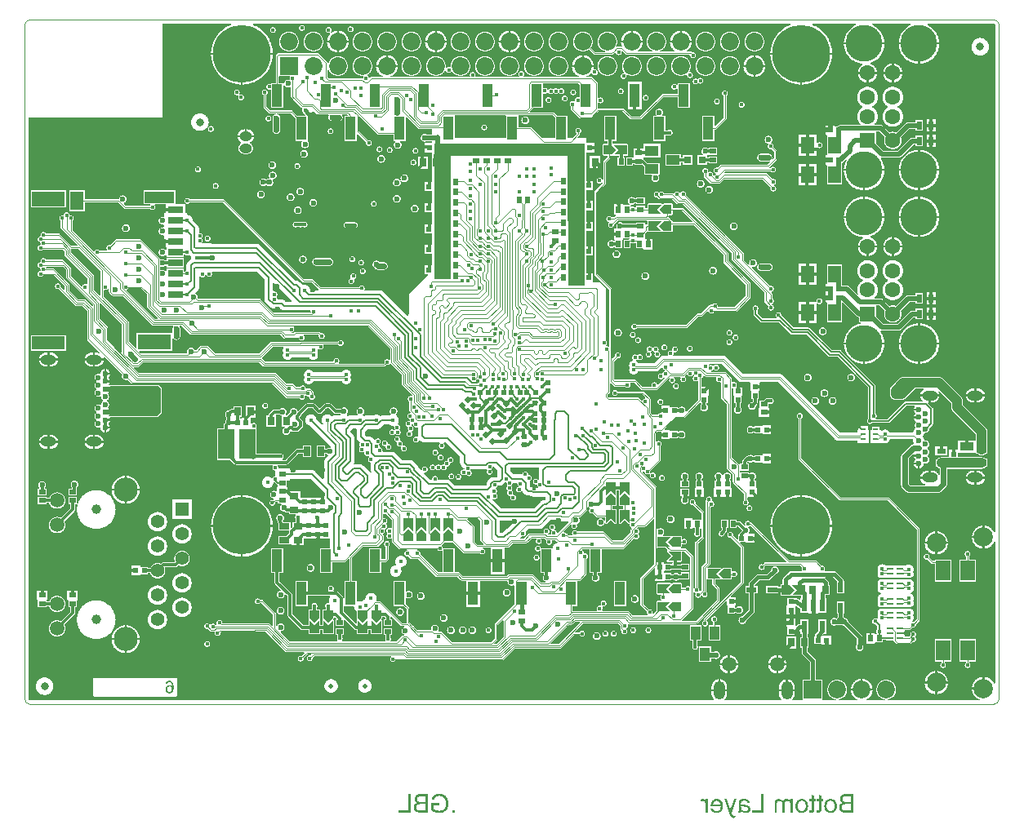
<source format=gbl>
G04 Layer_Physical_Order=6*
G04 Layer_Color=16711680*
%FSLAX43Y43*%
%MOMM*%
G71*
G01*
G75*
%ADD10R,0.510X0.700*%
%ADD11R,0.700X0.510*%
%ADD12R,0.510X0.560*%
%ADD13R,0.600X0.250*%
%ADD14R,0.560X0.510*%
%ADD15C,1.000*%
%ADD16C,0.600*%
%ADD17R,0.890X0.640*%
%ADD19R,1.400X1.000*%
%ADD20R,0.900X0.550*%
%ADD23C,0.254*%
%ADD24R,1.000X0.640*%
%ADD25R,0.640X1.000*%
%ADD26R,0.800X0.800*%
%ADD28R,0.800X0.950*%
%ADD33R,1.400X0.900*%
%ADD34R,0.640X0.890*%
%ADD37C,0.800*%
%ADD53R,1.000X1.400*%
%ADD57R,0.580X0.200*%
%ADD58R,0.580X0.400*%
%ADD59C,0.400*%
%ADD75R,0.700X0.200*%
%ADD94C,0.300*%
%ADD95C,0.200*%
%ADD96C,1.000*%
%ADD98C,0.400*%
%ADD99C,0.120*%
%ADD100C,0.500*%
%ADD101C,0.600*%
%ADD102C,0.130*%
%ADD103C,0.100*%
%ADD104C,0.090*%
%ADD111C,6.000*%
%ADD112R,1.600X1.600*%
%ADD113C,1.600*%
%ADD114C,3.800*%
%ADD115O,1.600X1.000*%
%ADD116C,2.000*%
%ADD117C,0.500*%
%ADD118O,1.300X1.000*%
%ADD119R,1.400X1.400*%
%ADD120C,1.400*%
%ADD121C,1.500*%
%ADD122C,2.500*%
%ADD123C,1.850*%
%ADD124R,1.850X1.850*%
%ADD125O,1.200X1.900*%
%ADD130R,0.550X0.900*%
%ADD131R,1.060X0.540*%
%ADD132R,1.016X2.413*%
%ADD133R,1.400X1.780*%
G04:AMPARAMS|DCode=134|XSize=0.56mm|YSize=0.51mm|CornerRadius=0mm|HoleSize=0mm|Usage=FLASHONLY|Rotation=315.000|XOffset=0mm|YOffset=0mm|HoleType=Round|Shape=Rectangle|*
%AMROTATEDRECTD134*
4,1,4,-0.378,0.018,-0.018,0.378,0.378,-0.018,0.018,-0.378,-0.378,0.018,0.0*
%
%ADD134ROTATEDRECTD134*%

G04:AMPARAMS|DCode=135|XSize=0.56mm|YSize=0.51mm|CornerRadius=0mm|HoleSize=0mm|Usage=FLASHONLY|Rotation=45.000|XOffset=0mm|YOffset=0mm|HoleType=Round|Shape=Rectangle|*
%AMROTATEDRECTD135*
4,1,4,-0.018,-0.378,-0.378,-0.018,0.018,0.378,0.378,0.018,-0.018,-0.378,0.0*
%
%ADD135ROTATEDRECTD135*%

%ADD136R,1.600X0.800*%
%ADD137R,3.100X1.200*%
%ADD138R,3.500X1.600*%
%ADD139R,3.500X1.400*%
%ADD140R,3.500X1.500*%
%ADD141R,1.400X1.950*%
%ADD142R,0.540X1.060*%
%ADD143R,0.650X0.250*%
%ADD144R,1.700X3.100*%
%ADD145R,0.600X1.300*%
%ADD146R,1.500X2.150*%
G36*
X100552Y70578D02*
X100578Y70552D01*
X100592Y70518D01*
Y70500D01*
Y17869D01*
X100492Y17847D01*
X100470Y17895D01*
X100424Y17977D01*
X100372Y18056D01*
X100313Y18130D01*
X100249Y18199D01*
X100180Y18263D01*
X100106Y18322D01*
X100027Y18374D01*
X99945Y18420D01*
X99860Y18460D01*
X99771Y18492D01*
X99680Y18518D01*
X99588Y18536D01*
X99500Y18547D01*
Y17350D01*
Y16153D01*
X99588Y16164D01*
X99680Y16182D01*
X99771Y16208D01*
X99860Y16240D01*
X99945Y16280D01*
X100027Y16326D01*
X100106Y16378D01*
X100180Y16437D01*
X100249Y16501D01*
X100313Y16570D01*
X100372Y16644D01*
X100424Y16723D01*
X100470Y16805D01*
X100492Y16853D01*
X100592Y16831D01*
Y2169D01*
X100492Y2147D01*
X100470Y2195D01*
X100424Y2277D01*
X100372Y2356D01*
X100313Y2430D01*
X100249Y2499D01*
X100180Y2563D01*
X100106Y2622D01*
X100027Y2674D01*
X99945Y2720D01*
X99860Y2760D01*
X99771Y2792D01*
X99680Y2818D01*
X99588Y2836D01*
X99500Y2847D01*
Y1650D01*
X99400D01*
Y1550D01*
X98203D01*
X98214Y1462D01*
X98232Y1370D01*
X98258Y1279D01*
X98290Y1190D01*
X98330Y1105D01*
X98376Y1023D01*
X98428Y944D01*
X98487Y870D01*
X98551Y801D01*
X98620Y737D01*
X98694Y678D01*
X98773Y626D01*
X98855Y580D01*
X98940Y540D01*
X99029Y508D01*
X99029Y508D01*
X99015Y408D01*
X89443D01*
X89437Y508D01*
X89488Y515D01*
X89576Y534D01*
X89661Y561D01*
X89744Y595D01*
X89823Y636D01*
X89898Y685D01*
X89969Y739D01*
X90035Y800D01*
X90096Y866D01*
X90150Y937D01*
X90199Y1012D01*
X90240Y1091D01*
X90274Y1174D01*
X90301Y1259D01*
X90320Y1347D01*
X90332Y1436D01*
X90336Y1525D01*
X90332Y1614D01*
X90320Y1703D01*
X90301Y1791D01*
X90274Y1876D01*
X90240Y1959D01*
X90199Y2038D01*
X90150Y2113D01*
X90096Y2184D01*
X90035Y2250D01*
X89969Y2311D01*
X89898Y2365D01*
X89823Y2414D01*
X89744Y2455D01*
X89661Y2489D01*
X89576Y2516D01*
X89488Y2535D01*
X89399Y2547D01*
X89310Y2551D01*
X89221Y2547D01*
X89132Y2535D01*
X89044Y2516D01*
X88959Y2489D01*
X88876Y2455D01*
X88797Y2414D01*
X88722Y2365D01*
X88651Y2311D01*
X88585Y2250D01*
X88524Y2184D01*
X88470Y2113D01*
X88421Y2038D01*
X88380Y1959D01*
X88346Y1876D01*
X88319Y1791D01*
X88300Y1703D01*
X88288Y1614D01*
X88284Y1525D01*
X88288Y1436D01*
X88300Y1347D01*
X88319Y1259D01*
X88346Y1174D01*
X88380Y1091D01*
X88421Y1012D01*
X88470Y937D01*
X88524Y866D01*
X88585Y800D01*
X88651Y739D01*
X88722Y685D01*
X88797Y636D01*
X88876Y595D01*
X88959Y561D01*
X89044Y534D01*
X89132Y515D01*
X89183Y508D01*
X89177Y408D01*
X87273D01*
X87251Y508D01*
X87281Y522D01*
X87358Y565D01*
X87432Y614D01*
X87501Y669D01*
X87566Y729D01*
X87626Y794D01*
X87681Y863D01*
X87730Y937D01*
X87773Y1014D01*
X87810Y1094D01*
X87841Y1177D01*
X87865Y1262D01*
X87882Y1349D01*
X87891Y1425D01*
X85649D01*
X85658Y1349D01*
X85675Y1262D01*
X85699Y1177D01*
X85730Y1094D01*
X85767Y1014D01*
X85810Y937D01*
X85859Y863D01*
X85914Y794D01*
X85974Y729D01*
X86039Y669D01*
X86108Y614D01*
X86182Y565D01*
X86259Y522D01*
X86289Y508D01*
X86267Y408D01*
X84363D01*
X84357Y508D01*
X84408Y515D01*
X84496Y534D01*
X84581Y561D01*
X84664Y595D01*
X84743Y636D01*
X84818Y685D01*
X84889Y739D01*
X84955Y800D01*
X85016Y866D01*
X85070Y937D01*
X85119Y1012D01*
X85160Y1091D01*
X85194Y1174D01*
X85221Y1259D01*
X85240Y1347D01*
X85252Y1436D01*
X85256Y1525D01*
X85252Y1614D01*
X85240Y1703D01*
X85221Y1791D01*
X85194Y1876D01*
X85160Y1959D01*
X85119Y2038D01*
X85070Y2113D01*
X85016Y2184D01*
X84955Y2250D01*
X84889Y2311D01*
X84818Y2365D01*
X84743Y2414D01*
X84664Y2455D01*
X84581Y2489D01*
X84496Y2516D01*
X84408Y2535D01*
X84319Y2547D01*
X84230Y2551D01*
X84141Y2547D01*
X84052Y2535D01*
X83964Y2516D01*
X83879Y2489D01*
X83796Y2455D01*
X83717Y2414D01*
X83642Y2365D01*
X83571Y2311D01*
X83505Y2250D01*
X83444Y2184D01*
X83390Y2113D01*
X83341Y2038D01*
X83300Y1959D01*
X83266Y1876D01*
X83239Y1791D01*
X83220Y1703D01*
X83208Y1614D01*
X83204Y1525D01*
X83208Y1436D01*
X83220Y1347D01*
X83239Y1259D01*
X83266Y1174D01*
X83300Y1091D01*
X83341Y1012D01*
X83390Y937D01*
X83444Y866D01*
X83505Y800D01*
X83571Y739D01*
X83642Y685D01*
X83717Y636D01*
X83796Y595D01*
X83879Y561D01*
X83964Y534D01*
X84052Y515D01*
X84103Y508D01*
X84097Y408D01*
X82734D01*
X82715Y500D01*
X82715Y508D01*
Y2550D01*
X81991D01*
Y4525D01*
X81987Y4572D01*
X81976Y4618D01*
X81958Y4662D01*
X81933Y4702D01*
X81903Y4738D01*
X81151Y5490D01*
Y5855D01*
X81270D01*
Y6945D01*
X81151D01*
Y7275D01*
X81200D01*
Y8775D01*
X80400D01*
Y8326D01*
X80300D01*
X80253Y8322D01*
X80207Y8311D01*
X80163Y8293D01*
X80123Y8268D01*
X80087Y8238D01*
X79997Y8148D01*
X79905Y8186D01*
Y8930D01*
X78945D01*
Y8020D01*
X79021D01*
X79045Y7930D01*
X79045D01*
Y7220D01*
X79805D01*
Y7274D01*
X79850D01*
X79897Y7278D01*
X79943Y7289D01*
X79987Y7307D01*
X80027Y7332D01*
X80063Y7362D01*
X80308Y7607D01*
X80400Y7569D01*
Y7275D01*
X80549D01*
Y6945D01*
X80430D01*
Y5855D01*
X80549D01*
Y5365D01*
X80553Y5318D01*
X80564Y5272D01*
X80582Y5228D01*
X80607Y5188D01*
X80637Y5152D01*
X81389Y4400D01*
Y2550D01*
X80665D01*
Y508D01*
X80665Y500D01*
X80646Y408D01*
X79576D01*
X79538Y508D01*
X79566Y534D01*
X79619Y592D01*
X79666Y655D01*
X79706Y722D01*
X79740Y793D01*
X79766Y867D01*
X79786Y944D01*
X79797Y1021D01*
X79801Y1100D01*
Y1350D01*
X79000D01*
X78199D01*
Y1100D01*
X78203Y1021D01*
X78214Y944D01*
X78234Y867D01*
X78260Y793D01*
X78294Y722D01*
X78334Y655D01*
X78381Y592D01*
X78434Y534D01*
X78462Y508D01*
X78424Y408D01*
X72576D01*
X72538Y508D01*
X72566Y534D01*
X72619Y592D01*
X72666Y655D01*
X72706Y722D01*
X72740Y793D01*
X72766Y867D01*
X72786Y944D01*
X72797Y1021D01*
X72801Y1100D01*
Y1350D01*
X72000D01*
X71199D01*
Y1100D01*
X71203Y1021D01*
X71214Y944D01*
X71234Y867D01*
X71260Y793D01*
X71294Y722D01*
X71334Y655D01*
X71381Y592D01*
X71434Y534D01*
X71462Y508D01*
X71424Y408D01*
X500D01*
X482D01*
X448Y422D01*
X422Y448D01*
X408Y482D01*
Y500D01*
X408Y60875D01*
X14275D01*
Y70592D01*
X21347D01*
X21365Y70492D01*
X21275Y70457D01*
X21131Y70394D01*
X20991Y70323D01*
X20854Y70246D01*
X20722Y70161D01*
X20593Y70071D01*
X20469Y69974D01*
X20350Y69872D01*
X20237Y69763D01*
X20128Y69650D01*
X20026Y69531D01*
X19929Y69407D01*
X19838Y69278D01*
X19754Y69146D01*
X19677Y69009D01*
X19606Y68869D01*
X19543Y68725D01*
X19486Y68578D01*
X19437Y68429D01*
X19395Y68278D01*
X19361Y68124D01*
X19334Y67970D01*
X19314Y67814D01*
X19303Y67657D01*
X19301Y67600D01*
X25699D01*
X25697Y67657D01*
X25686Y67814D01*
X25666Y67970D01*
X25639Y68124D01*
X25605Y68278D01*
X25563Y68429D01*
X25514Y68578D01*
X25457Y68725D01*
X25394Y68869D01*
X25323Y69009D01*
X25246Y69146D01*
X25162Y69278D01*
X25071Y69407D01*
X24974Y69531D01*
X24872Y69650D01*
X24763Y69763D01*
X24650Y69872D01*
X24531Y69974D01*
X24407Y70071D01*
X24278Y70161D01*
X24146Y70246D01*
X24009Y70323D01*
X23869Y70394D01*
X23725Y70457D01*
X23635Y70492D01*
X23653Y70592D01*
X79347D01*
X79365Y70492D01*
X79275Y70457D01*
X79131Y70394D01*
X78991Y70323D01*
X78854Y70246D01*
X78722Y70161D01*
X78593Y70071D01*
X78469Y69974D01*
X78350Y69872D01*
X78237Y69763D01*
X78128Y69650D01*
X78026Y69531D01*
X77929Y69407D01*
X77839Y69278D01*
X77754Y69146D01*
X77677Y69009D01*
X77606Y68869D01*
X77543Y68725D01*
X77486Y68578D01*
X77437Y68429D01*
X77395Y68278D01*
X77361Y68124D01*
X77334Y67970D01*
X77314Y67814D01*
X77303Y67657D01*
X77301Y67600D01*
X83699D01*
X83697Y67657D01*
X83686Y67814D01*
X83666Y67970D01*
X83639Y68124D01*
X83605Y68278D01*
X83563Y68429D01*
X83514Y68578D01*
X83457Y68725D01*
X83394Y68869D01*
X83323Y69009D01*
X83246Y69146D01*
X83161Y69278D01*
X83071Y69407D01*
X82974Y69531D01*
X82872Y69650D01*
X82763Y69763D01*
X82650Y69872D01*
X82531Y69974D01*
X82407Y70071D01*
X82278Y70161D01*
X82146Y70246D01*
X82009Y70323D01*
X81869Y70394D01*
X81725Y70457D01*
X81635Y70492D01*
X81653Y70592D01*
X86153D01*
X86173Y70492D01*
X86158Y70486D01*
X86044Y70430D01*
X85933Y70368D01*
X85827Y70299D01*
X85724Y70224D01*
X85627Y70143D01*
X85534Y70056D01*
X85447Y69963D01*
X85366Y69866D01*
X85291Y69763D01*
X85222Y69657D01*
X85160Y69546D01*
X85104Y69432D01*
X85056Y69315D01*
X85014Y69195D01*
X84980Y69073D01*
X84953Y68949D01*
X84934Y68823D01*
X84923Y68697D01*
X84922Y68670D01*
X87020D01*
X89118D01*
X89117Y68697D01*
X89106Y68823D01*
X89087Y68949D01*
X89060Y69073D01*
X89026Y69195D01*
X88984Y69315D01*
X88936Y69432D01*
X88880Y69546D01*
X88818Y69657D01*
X88749Y69763D01*
X88674Y69866D01*
X88593Y69963D01*
X88506Y70056D01*
X88413Y70143D01*
X88316Y70224D01*
X88213Y70299D01*
X88107Y70368D01*
X87996Y70430D01*
X87882Y70486D01*
X87867Y70492D01*
X87887Y70592D01*
X91833D01*
X91853Y70492D01*
X91838Y70486D01*
X91724Y70430D01*
X91613Y70368D01*
X91507Y70299D01*
X91404Y70224D01*
X91307Y70143D01*
X91214Y70056D01*
X91127Y69963D01*
X91046Y69866D01*
X90971Y69763D01*
X90902Y69657D01*
X90840Y69546D01*
X90784Y69432D01*
X90736Y69315D01*
X90694Y69195D01*
X90660Y69073D01*
X90633Y68949D01*
X90614Y68823D01*
X90603Y68697D01*
X90602Y68670D01*
X92700D01*
X94798D01*
X94797Y68697D01*
X94786Y68823D01*
X94767Y68949D01*
X94740Y69073D01*
X94706Y69195D01*
X94664Y69315D01*
X94616Y69432D01*
X94560Y69546D01*
X94498Y69657D01*
X94429Y69763D01*
X94354Y69866D01*
X94273Y69963D01*
X94186Y70056D01*
X94093Y70143D01*
X93996Y70224D01*
X93893Y70299D01*
X93787Y70368D01*
X93676Y70430D01*
X93562Y70486D01*
X93547Y70492D01*
X93567Y70592D01*
X100518D01*
X100552Y70578D01*
D02*
G37*
G36*
X74622Y-9828D02*
X74680Y-9833D01*
X74736Y-9841D01*
X74780Y-9850D01*
X74819Y-9858D01*
X74847Y-9866D01*
X74858Y-9869D01*
X74866Y-9872D01*
X74869Y-9875D01*
X74872D01*
X74919Y-9894D01*
X74960Y-9919D01*
X74997Y-9941D01*
X75027Y-9964D01*
X75049Y-9986D01*
X75066Y-10002D01*
X75077Y-10014D01*
X75080Y-10016D01*
X75105Y-10052D01*
X75127Y-10091D01*
X75144Y-10130D01*
X75158Y-10166D01*
X75169Y-10202D01*
X75177Y-10227D01*
X75180Y-10238D01*
Y-10247D01*
X75183Y-10250D01*
Y-10252D01*
X74952Y-10283D01*
X74935Y-10233D01*
X74919Y-10188D01*
X74899Y-10152D01*
X74883Y-10125D01*
X74866Y-10102D01*
X74852Y-10089D01*
X74841Y-10080D01*
X74838Y-10077D01*
X74805Y-10058D01*
X74766Y-10044D01*
X74724Y-10033D01*
X74686Y-10027D01*
X74647Y-10022D01*
X74619Y-10019D01*
X74591D01*
X74527Y-10022D01*
X74472Y-10030D01*
X74427Y-10044D01*
X74389Y-10058D01*
X74361Y-10075D01*
X74339Y-10086D01*
X74325Y-10097D01*
X74322Y-10100D01*
X74300Y-10125D01*
X74283Y-10155D01*
X74269Y-10188D01*
X74261Y-10222D01*
X74255Y-10252D01*
X74253Y-10280D01*
Y-10297D01*
Y-10300D01*
Y-10302D01*
Y-10308D01*
Y-10319D01*
Y-10338D01*
X74255Y-10355D01*
Y-10361D01*
Y-10363D01*
X74283Y-10372D01*
X74314Y-10380D01*
X74377Y-10397D01*
X74450Y-10411D01*
X74516Y-10424D01*
X74550Y-10430D01*
X74580Y-10433D01*
X74608Y-10438D01*
X74630Y-10441D01*
X74650Y-10444D01*
X74663D01*
X74675Y-10447D01*
X74677D01*
X74727Y-10452D01*
X74769Y-10461D01*
X74805Y-10466D01*
X74833Y-10472D01*
X74855Y-10474D01*
X74872Y-10480D01*
X74883Y-10483D01*
X74885D01*
X74922Y-10494D01*
X74952Y-10505D01*
X74983Y-10519D01*
X75008Y-10530D01*
X75030Y-10541D01*
X75044Y-10552D01*
X75055Y-10558D01*
X75058Y-10561D01*
X75085Y-10580D01*
X75108Y-10602D01*
X75130Y-10624D01*
X75146Y-10647D01*
X75160Y-10666D01*
X75171Y-10683D01*
X75177Y-10694D01*
X75180Y-10697D01*
X75194Y-10727D01*
X75205Y-10760D01*
X75213Y-10791D01*
X75219Y-10821D01*
X75221Y-10846D01*
X75224Y-10866D01*
Y-10877D01*
Y-10883D01*
X75221Y-10916D01*
X75219Y-10944D01*
X75205Y-11002D01*
X75185Y-11049D01*
X75163Y-11091D01*
X75141Y-11124D01*
X75121Y-11149D01*
X75108Y-11163D01*
X75102Y-11168D01*
X75052Y-11205D01*
X74997Y-11232D01*
X74935Y-11252D01*
X74880Y-11266D01*
X74830Y-11274D01*
X74808Y-11277D01*
X74788D01*
X74772Y-11280D01*
X74749D01*
X74699Y-11277D01*
X74650Y-11271D01*
X74605Y-11266D01*
X74566Y-11257D01*
X74536Y-11249D01*
X74511Y-11241D01*
X74494Y-11238D01*
X74489Y-11235D01*
X74441Y-11216D01*
X74397Y-11191D01*
X74355Y-11163D01*
X74314Y-11138D01*
X74280Y-11113D01*
X74255Y-11094D01*
X74239Y-11080D01*
X74236Y-11074D01*
X74233D01*
X74228Y-11110D01*
X74222Y-11144D01*
X74216Y-11174D01*
X74208Y-11199D01*
X74200Y-11221D01*
X74194Y-11235D01*
X74191Y-11246D01*
X74189Y-11249D01*
X73942D01*
X73955Y-11218D01*
X73969Y-11188D01*
X73980Y-11160D01*
X73986Y-11135D01*
X73994Y-11113D01*
X73997Y-11096D01*
X74000Y-11085D01*
Y-11082D01*
X74003Y-11063D01*
X74005Y-11038D01*
Y-11010D01*
X74008Y-10980D01*
X74011Y-10910D01*
Y-10841D01*
X74014Y-10774D01*
Y-10744D01*
Y-10719D01*
Y-10697D01*
Y-10680D01*
Y-10669D01*
Y-10666D01*
Y-10350D01*
Y-10297D01*
X74017Y-10250D01*
X74019Y-10213D01*
Y-10183D01*
X74022Y-10161D01*
X74025Y-10144D01*
X74028Y-10136D01*
Y-10133D01*
X74036Y-10097D01*
X74047Y-10066D01*
X74058Y-10041D01*
X74072Y-10016D01*
X74083Y-10000D01*
X74091Y-9986D01*
X74097Y-9977D01*
X74100Y-9975D01*
X74122Y-9953D01*
X74147Y-9930D01*
X74175Y-9914D01*
X74203Y-9897D01*
X74228Y-9886D01*
X74247Y-9878D01*
X74261Y-9872D01*
X74266Y-9869D01*
X74311Y-9855D01*
X74358Y-9844D01*
X74405Y-9836D01*
X74452Y-9830D01*
X74494Y-9828D01*
X74525Y-9825D01*
X74555D01*
X74622Y-9828D01*
D02*
G37*
G36*
X82570Y-9511D02*
Y-9855D01*
X82745D01*
Y-10039D01*
X82570D01*
Y-10844D01*
Y-10883D01*
Y-10916D01*
X82567Y-10946D01*
X82565Y-10977D01*
Y-11002D01*
X82562Y-11024D01*
X82556Y-11060D01*
X82551Y-11088D01*
X82548Y-11107D01*
X82542Y-11119D01*
Y-11121D01*
X82531Y-11146D01*
X82515Y-11166D01*
X82498Y-11185D01*
X82484Y-11199D01*
X82467Y-11213D01*
X82456Y-11221D01*
X82448Y-11227D01*
X82445Y-11230D01*
X82415Y-11243D01*
X82384Y-11252D01*
X82351Y-11260D01*
X82317Y-11263D01*
X82290Y-11266D01*
X82267Y-11268D01*
X82245D01*
X82184Y-11266D01*
X82154Y-11263D01*
X82126Y-11257D01*
X82101Y-11255D01*
X82081Y-11252D01*
X82070Y-11249D01*
X82065D01*
X82095Y-11041D01*
X82118Y-11044D01*
X82140Y-11046D01*
X82159D01*
X82173Y-11049D01*
X82201D01*
X82237Y-11046D01*
X82262Y-11041D01*
X82276Y-11035D01*
X82281Y-11032D01*
X82301Y-11019D01*
X82312Y-11005D01*
X82320Y-10994D01*
X82323Y-10988D01*
X82326Y-10974D01*
X82329Y-10955D01*
X82331Y-10910D01*
X82334Y-10891D01*
Y-10874D01*
Y-10863D01*
Y-10858D01*
Y-10039D01*
X82095D01*
Y-9855D01*
X82334D01*
Y-9370D01*
X82570Y-9511D01*
D02*
G37*
G36*
X73259Y-11249D02*
X73270Y-11274D01*
X73275Y-11293D01*
X73281Y-11305D01*
Y-11307D01*
X73298Y-11354D01*
X73314Y-11393D01*
X73325Y-11427D01*
X73336Y-11449D01*
X73342Y-11466D01*
X73347Y-11477D01*
X73353Y-11482D01*
Y-11485D01*
X73375Y-11516D01*
X73400Y-11538D01*
X73411Y-11546D01*
X73420Y-11552D01*
X73425Y-11557D01*
X73428D01*
X73447Y-11565D01*
X73467Y-11574D01*
X73508Y-11582D01*
X73525D01*
X73539Y-11585D01*
X73553D01*
X73597Y-11582D01*
X73642Y-11574D01*
X73658Y-11568D01*
X73672Y-11565D01*
X73683Y-11563D01*
X73686D01*
X73661Y-11782D01*
X73631Y-11793D01*
X73603Y-11799D01*
X73578Y-11804D01*
X73556Y-11810D01*
X73536D01*
X73522Y-11813D01*
X73511D01*
X73470Y-11810D01*
X73434Y-11804D01*
X73400Y-11796D01*
X73372Y-11785D01*
X73347Y-11774D01*
X73331Y-11765D01*
X73320Y-11760D01*
X73317Y-11757D01*
X73286Y-11735D01*
X73261Y-11707D01*
X73236Y-11679D01*
X73214Y-11652D01*
X73198Y-11627D01*
X73184Y-11607D01*
X73175Y-11593D01*
X73173Y-11588D01*
X73164Y-11568D01*
X73153Y-11549D01*
X73131Y-11502D01*
X73109Y-11449D01*
X73089Y-11396D01*
X73070Y-11349D01*
X73062Y-11327D01*
X73053Y-11307D01*
X73048Y-11293D01*
X73042Y-11282D01*
X73039Y-11274D01*
Y-11271D01*
X72509Y-9855D01*
X72745D01*
X73045Y-10669D01*
X73067Y-10727D01*
X73084Y-10783D01*
X73103Y-10838D01*
X73117Y-10885D01*
X73128Y-10927D01*
X73134Y-10944D01*
X73136Y-10958D01*
X73139Y-10969D01*
X73142Y-10977D01*
X73145Y-10982D01*
Y-10985D01*
X73161Y-10921D01*
X73178Y-10863D01*
X73195Y-10808D01*
X73211Y-10760D01*
X73225Y-10722D01*
X73231Y-10705D01*
X73236Y-10691D01*
X73239Y-10677D01*
X73242Y-10669D01*
X73245Y-10666D01*
Y-10663D01*
X73536Y-9855D01*
X73786D01*
X73259Y-11249D01*
D02*
G37*
G36*
X79041Y-9828D02*
X79089Y-9836D01*
X79130Y-9844D01*
X79166Y-9855D01*
X79197Y-9869D01*
X79219Y-9878D01*
X79233Y-9886D01*
X79239Y-9889D01*
X79277Y-9914D01*
X79311Y-9941D01*
X79341Y-9969D01*
X79366Y-9997D01*
X79386Y-10019D01*
X79402Y-10039D01*
X79411Y-10050D01*
X79414Y-10055D01*
Y-9855D01*
X79625D01*
Y-11249D01*
X79389D01*
Y-10527D01*
X79386Y-10461D01*
X79383Y-10402D01*
X79377Y-10352D01*
X79369Y-10311D01*
X79361Y-10280D01*
X79355Y-10258D01*
X79352Y-10244D01*
X79350Y-10238D01*
X79333Y-10202D01*
X79314Y-10172D01*
X79294Y-10144D01*
X79275Y-10122D01*
X79255Y-10105D01*
X79241Y-10094D01*
X79230Y-10086D01*
X79228Y-10083D01*
X79194Y-10066D01*
X79164Y-10052D01*
X79130Y-10044D01*
X79103Y-10036D01*
X79080Y-10033D01*
X79061Y-10030D01*
X79044D01*
X78997Y-10033D01*
X78958Y-10041D01*
X78925Y-10055D01*
X78900Y-10069D01*
X78880Y-10086D01*
X78867Y-10097D01*
X78858Y-10108D01*
X78855Y-10111D01*
X78836Y-10144D01*
X78822Y-10180D01*
X78811Y-10219D01*
X78806Y-10258D01*
X78800Y-10291D01*
X78797Y-10322D01*
Y-10333D01*
Y-10338D01*
Y-10344D01*
Y-10347D01*
Y-11249D01*
X78561D01*
Y-10441D01*
X78556Y-10366D01*
X78545Y-10302D01*
X78531Y-10250D01*
X78511Y-10205D01*
X78495Y-10172D01*
X78478Y-10150D01*
X78467Y-10136D01*
X78464Y-10130D01*
X78425Y-10097D01*
X78384Y-10072D01*
X78342Y-10055D01*
X78303Y-10041D01*
X78270Y-10036D01*
X78242Y-10033D01*
X78231Y-10030D01*
X78217D01*
X78186Y-10033D01*
X78161Y-10036D01*
X78136Y-10041D01*
X78117Y-10050D01*
X78098Y-10058D01*
X78086Y-10064D01*
X78078Y-10066D01*
X78075Y-10069D01*
X78053Y-10086D01*
X78037Y-10102D01*
X78023Y-10119D01*
X78012Y-10136D01*
X78003Y-10150D01*
X77998Y-10161D01*
X77992Y-10169D01*
Y-10172D01*
X77984Y-10197D01*
X77978Y-10230D01*
X77975Y-10263D01*
X77973Y-10297D01*
X77970Y-10327D01*
Y-10352D01*
Y-10369D01*
Y-10372D01*
Y-10374D01*
Y-11249D01*
X77734D01*
Y-10294D01*
Y-10250D01*
X77739Y-10211D01*
X77745Y-10172D01*
X77751Y-10139D01*
X77759Y-10105D01*
X77770Y-10077D01*
X77778Y-10052D01*
X77789Y-10027D01*
X77801Y-10008D01*
X77809Y-9989D01*
X77828Y-9964D01*
X77839Y-9947D01*
X77845Y-9941D01*
X77889Y-9903D01*
X77942Y-9875D01*
X77995Y-9853D01*
X78045Y-9839D01*
X78092Y-9830D01*
X78111Y-9828D01*
X78131D01*
X78145Y-9825D01*
X78164D01*
X78214Y-9828D01*
X78259Y-9836D01*
X78303Y-9847D01*
X78345Y-9864D01*
X78384Y-9883D01*
X78420Y-9903D01*
X78450Y-9925D01*
X78481Y-9947D01*
X78508Y-9972D01*
X78531Y-9994D01*
X78550Y-10014D01*
X78567Y-10033D01*
X78581Y-10050D01*
X78589Y-10061D01*
X78595Y-10069D01*
X78597Y-10072D01*
X78614Y-10030D01*
X78636Y-9994D01*
X78661Y-9964D01*
X78683Y-9939D01*
X78706Y-9916D01*
X78722Y-9903D01*
X78733Y-9894D01*
X78739Y-9891D01*
X78778Y-9869D01*
X78819Y-9853D01*
X78861Y-9841D01*
X78903Y-9833D01*
X78936Y-9828D01*
X78967Y-9825D01*
X78992D01*
X79041Y-9828D01*
D02*
G37*
G36*
X44560Y-11249D02*
X44290D01*
Y-10980D01*
X44560D01*
Y-11249D01*
D02*
G37*
G36*
X43058Y-9300D02*
X43155Y-9314D01*
X43199Y-9322D01*
X43241Y-9333D01*
X43280Y-9342D01*
X43316Y-9353D01*
X43349Y-9364D01*
X43377Y-9375D01*
X43402Y-9386D01*
X43424Y-9394D01*
X43441Y-9403D01*
X43452Y-9408D01*
X43460Y-9411D01*
X43463Y-9414D01*
X43502Y-9439D01*
X43541Y-9464D01*
X43608Y-9522D01*
X43666Y-9580D01*
X43713Y-9642D01*
X43752Y-9694D01*
X43766Y-9717D01*
X43777Y-9739D01*
X43788Y-9755D01*
X43794Y-9767D01*
X43796Y-9775D01*
X43799Y-9778D01*
X43838Y-9869D01*
X43866Y-9961D01*
X43888Y-10050D01*
X43893Y-10091D01*
X43902Y-10130D01*
X43905Y-10166D01*
X43910Y-10197D01*
X43913Y-10227D01*
Y-10252D01*
X43916Y-10272D01*
Y-10286D01*
Y-10297D01*
Y-10300D01*
X43910Y-10402D01*
X43896Y-10499D01*
X43888Y-10544D01*
X43880Y-10585D01*
X43868Y-10627D01*
X43857Y-10663D01*
X43846Y-10697D01*
X43835Y-10724D01*
X43827Y-10752D01*
X43819Y-10771D01*
X43810Y-10791D01*
X43805Y-10802D01*
X43799Y-10810D01*
Y-10813D01*
X43749Y-10894D01*
X43694Y-10963D01*
X43635Y-11024D01*
X43580Y-11074D01*
X43527Y-11113D01*
X43508Y-11127D01*
X43488Y-11141D01*
X43472Y-11149D01*
X43460Y-11157D01*
X43452Y-11160D01*
X43449Y-11163D01*
X43405Y-11185D01*
X43360Y-11202D01*
X43272Y-11232D01*
X43186Y-11252D01*
X43105Y-11268D01*
X43069Y-11271D01*
X43036Y-11277D01*
X43005Y-11280D01*
X42980D01*
X42961Y-11282D01*
X42933D01*
X42855Y-11280D01*
X42780Y-11271D01*
X42711Y-11257D01*
X42650Y-11243D01*
X42625Y-11238D01*
X42600Y-11232D01*
X42578Y-11224D01*
X42558Y-11218D01*
X42544Y-11213D01*
X42533Y-11210D01*
X42528Y-11207D01*
X42525D01*
X42450Y-11177D01*
X42380Y-11141D01*
X42314Y-11102D01*
X42256Y-11066D01*
X42231Y-11049D01*
X42206Y-11032D01*
X42186Y-11019D01*
X42169Y-11007D01*
X42156Y-10996D01*
X42144Y-10988D01*
X42139Y-10985D01*
X42136Y-10982D01*
Y-10269D01*
X42952D01*
Y-10497D01*
X42386D01*
Y-10858D01*
X42419Y-10885D01*
X42458Y-10910D01*
X42500Y-10933D01*
X42539Y-10952D01*
X42572Y-10969D01*
X42603Y-10982D01*
X42614Y-10988D01*
X42619Y-10991D01*
X42625Y-10994D01*
X42628D01*
X42686Y-11013D01*
X42744Y-11030D01*
X42797Y-11041D01*
X42847Y-11046D01*
X42888Y-11052D01*
X42905D01*
X42922Y-11055D01*
X42950D01*
X43019Y-11052D01*
X43086Y-11041D01*
X43147Y-11027D01*
X43202Y-11013D01*
X43247Y-10996D01*
X43266Y-10991D01*
X43280Y-10985D01*
X43294Y-10980D01*
X43302Y-10974D01*
X43308Y-10971D01*
X43310D01*
X43369Y-10935D01*
X43422Y-10896D01*
X43466Y-10855D01*
X43502Y-10813D01*
X43533Y-10774D01*
X43552Y-10744D01*
X43560Y-10733D01*
X43563Y-10724D01*
X43569Y-10719D01*
Y-10716D01*
X43596Y-10647D01*
X43619Y-10574D01*
X43633Y-10502D01*
X43644Y-10433D01*
X43646Y-10402D01*
X43649Y-10374D01*
X43652Y-10347D01*
Y-10325D01*
X43655Y-10308D01*
Y-10294D01*
Y-10286D01*
Y-10283D01*
X43652Y-10205D01*
X43644Y-10136D01*
X43633Y-10069D01*
X43619Y-10011D01*
X43613Y-9986D01*
X43605Y-9964D01*
X43599Y-9944D01*
X43594Y-9928D01*
X43588Y-9914D01*
X43585Y-9905D01*
X43583Y-9900D01*
Y-9897D01*
X43563Y-9858D01*
X43544Y-9822D01*
X43524Y-9789D01*
X43505Y-9761D01*
X43488Y-9739D01*
X43474Y-9719D01*
X43463Y-9708D01*
X43460Y-9705D01*
X43430Y-9675D01*
X43397Y-9647D01*
X43360Y-9625D01*
X43327Y-9603D01*
X43299Y-9589D01*
X43277Y-9575D01*
X43261Y-9569D01*
X43255Y-9567D01*
X43205Y-9547D01*
X43155Y-9533D01*
X43102Y-9525D01*
X43055Y-9517D01*
X43013Y-9514D01*
X42997D01*
X42983Y-9511D01*
X42952D01*
X42900Y-9514D01*
X42850Y-9519D01*
X42805Y-9528D01*
X42766Y-9536D01*
X42733Y-9547D01*
X42708Y-9556D01*
X42694Y-9561D01*
X42689Y-9564D01*
X42647Y-9583D01*
X42611Y-9605D01*
X42578Y-9628D01*
X42553Y-9650D01*
X42533Y-9669D01*
X42516Y-9683D01*
X42508Y-9694D01*
X42505Y-9697D01*
X42480Y-9730D01*
X42461Y-9769D01*
X42442Y-9805D01*
X42425Y-9844D01*
X42414Y-9878D01*
X42405Y-9903D01*
X42403Y-9914D01*
X42400Y-9922D01*
X42397Y-9925D01*
Y-9928D01*
X42167Y-9866D01*
X42186Y-9797D01*
X42211Y-9736D01*
X42236Y-9680D01*
X42258Y-9636D01*
X42280Y-9600D01*
X42297Y-9575D01*
X42308Y-9558D01*
X42314Y-9553D01*
X42353Y-9508D01*
X42394Y-9472D01*
X42439Y-9439D01*
X42480Y-9411D01*
X42519Y-9392D01*
X42550Y-9375D01*
X42561Y-9370D01*
X42569Y-9367D01*
X42575Y-9364D01*
X42578D01*
X42641Y-9342D01*
X42708Y-9325D01*
X42769Y-9311D01*
X42827Y-9303D01*
X42880Y-9297D01*
X42902D01*
X42919Y-9295D01*
X43008D01*
X43058Y-9300D01*
D02*
G37*
G36*
X39982Y-11249D02*
X38780D01*
Y-11021D01*
X39726D01*
Y-9328D01*
X39982D01*
Y-11249D01*
D02*
G37*
G36*
X41772D02*
X41040D01*
X40973Y-11246D01*
X40915Y-11243D01*
X40862Y-11238D01*
X40817Y-11232D01*
X40781Y-11227D01*
X40754Y-11224D01*
X40737Y-11218D01*
X40731D01*
X40684Y-11205D01*
X40645Y-11191D01*
X40609Y-11174D01*
X40579Y-11157D01*
X40554Y-11146D01*
X40534Y-11135D01*
X40523Y-11127D01*
X40520Y-11124D01*
X40490Y-11099D01*
X40462Y-11069D01*
X40440Y-11038D01*
X40418Y-11010D01*
X40401Y-10982D01*
X40390Y-10963D01*
X40382Y-10949D01*
X40379Y-10944D01*
X40359Y-10899D01*
X40345Y-10855D01*
X40334Y-10813D01*
X40329Y-10774D01*
X40323Y-10741D01*
X40320Y-10713D01*
Y-10697D01*
Y-10694D01*
Y-10691D01*
X40323Y-10630D01*
X40334Y-10574D01*
X40351Y-10527D01*
X40368Y-10483D01*
X40384Y-10449D01*
X40401Y-10424D01*
X40412Y-10408D01*
X40415Y-10402D01*
X40454Y-10358D01*
X40495Y-10322D01*
X40543Y-10291D01*
X40584Y-10266D01*
X40623Y-10247D01*
X40656Y-10236D01*
X40668Y-10230D01*
X40676Y-10227D01*
X40681Y-10225D01*
X40684D01*
X40637Y-10197D01*
X40595Y-10169D01*
X40562Y-10139D01*
X40534Y-10111D01*
X40512Y-10089D01*
X40495Y-10066D01*
X40487Y-10055D01*
X40484Y-10050D01*
X40462Y-10008D01*
X40445Y-9969D01*
X40432Y-9930D01*
X40423Y-9894D01*
X40418Y-9864D01*
X40415Y-9839D01*
Y-9825D01*
Y-9819D01*
X40418Y-9772D01*
X40426Y-9725D01*
X40440Y-9683D01*
X40454Y-9644D01*
X40468Y-9611D01*
X40482Y-9589D01*
X40490Y-9572D01*
X40493Y-9567D01*
X40523Y-9525D01*
X40556Y-9486D01*
X40593Y-9456D01*
X40626Y-9431D01*
X40654Y-9411D01*
X40679Y-9397D01*
X40695Y-9389D01*
X40698Y-9386D01*
X40701D01*
X40754Y-9367D01*
X40812Y-9353D01*
X40870Y-9342D01*
X40926Y-9336D01*
X40976Y-9331D01*
X40998D01*
X41017Y-9328D01*
X41772D01*
Y-11249D01*
D02*
G37*
G36*
X81823Y-9511D02*
Y-9855D01*
X81998D01*
Y-10039D01*
X81823D01*
Y-10844D01*
Y-10883D01*
Y-10916D01*
X81821Y-10946D01*
X81818Y-10977D01*
Y-11002D01*
X81815Y-11024D01*
X81809Y-11060D01*
X81804Y-11088D01*
X81801Y-11107D01*
X81796Y-11119D01*
Y-11121D01*
X81784Y-11146D01*
X81768Y-11166D01*
X81751Y-11185D01*
X81737Y-11199D01*
X81721Y-11213D01*
X81709Y-11221D01*
X81701Y-11227D01*
X81698Y-11230D01*
X81668Y-11243D01*
X81637Y-11252D01*
X81604Y-11260D01*
X81571Y-11263D01*
X81543Y-11266D01*
X81521Y-11268D01*
X81498D01*
X81437Y-11266D01*
X81407Y-11263D01*
X81379Y-11257D01*
X81354Y-11255D01*
X81335Y-11252D01*
X81324Y-11249D01*
X81318D01*
X81349Y-11041D01*
X81371Y-11044D01*
X81393Y-11046D01*
X81412D01*
X81426Y-11049D01*
X81454D01*
X81490Y-11046D01*
X81515Y-11041D01*
X81529Y-11035D01*
X81535Y-11032D01*
X81554Y-11019D01*
X81565Y-11005D01*
X81573Y-10994D01*
X81576Y-10988D01*
X81579Y-10974D01*
X81582Y-10955D01*
X81585Y-10910D01*
X81587Y-10891D01*
Y-10874D01*
Y-10863D01*
Y-10858D01*
Y-10039D01*
X81349D01*
Y-9855D01*
X81587D01*
Y-9370D01*
X81823Y-9511D01*
D02*
G37*
G36*
X76618Y-11249D02*
X75416D01*
Y-11021D01*
X76362D01*
Y-9328D01*
X76618D01*
Y-11249D01*
D02*
G37*
G36*
X85874D02*
X85141D01*
X85074Y-11246D01*
X85016Y-11243D01*
X84963Y-11238D01*
X84919Y-11232D01*
X84883Y-11227D01*
X84855Y-11224D01*
X84838Y-11218D01*
X84833D01*
X84785Y-11205D01*
X84747Y-11191D01*
X84711Y-11174D01*
X84680Y-11157D01*
X84655Y-11146D01*
X84636Y-11135D01*
X84624Y-11127D01*
X84622Y-11124D01*
X84591Y-11099D01*
X84563Y-11069D01*
X84541Y-11038D01*
X84519Y-11010D01*
X84502Y-10982D01*
X84491Y-10963D01*
X84483Y-10949D01*
X84480Y-10944D01*
X84461Y-10899D01*
X84447Y-10855D01*
X84436Y-10813D01*
X84430Y-10774D01*
X84425Y-10741D01*
X84422Y-10713D01*
Y-10697D01*
Y-10694D01*
Y-10691D01*
X84425Y-10630D01*
X84436Y-10574D01*
X84452Y-10527D01*
X84469Y-10483D01*
X84486Y-10449D01*
X84502Y-10424D01*
X84513Y-10408D01*
X84516Y-10402D01*
X84555Y-10358D01*
X84597Y-10322D01*
X84644Y-10291D01*
X84686Y-10266D01*
X84724Y-10247D01*
X84758Y-10236D01*
X84769Y-10230D01*
X84777Y-10227D01*
X84783Y-10225D01*
X84785D01*
X84738Y-10197D01*
X84697Y-10169D01*
X84663Y-10139D01*
X84636Y-10111D01*
X84613Y-10089D01*
X84597Y-10066D01*
X84588Y-10055D01*
X84586Y-10050D01*
X84563Y-10008D01*
X84547Y-9969D01*
X84533Y-9930D01*
X84525Y-9894D01*
X84519Y-9864D01*
X84516Y-9839D01*
Y-9825D01*
Y-9819D01*
X84519Y-9772D01*
X84527Y-9725D01*
X84541Y-9683D01*
X84555Y-9644D01*
X84569Y-9611D01*
X84583Y-9589D01*
X84591Y-9572D01*
X84594Y-9567D01*
X84624Y-9525D01*
X84658Y-9486D01*
X84694Y-9456D01*
X84727Y-9431D01*
X84755Y-9411D01*
X84780Y-9397D01*
X84797Y-9389D01*
X84799Y-9386D01*
X84802D01*
X84855Y-9367D01*
X84913Y-9353D01*
X84972Y-9342D01*
X85027Y-9336D01*
X85077Y-9331D01*
X85099D01*
X85119Y-9328D01*
X85874D01*
Y-11249D01*
D02*
G37*
G36*
X70332Y-9828D02*
X70360Y-9833D01*
X70388Y-9841D01*
X70410Y-9850D01*
X70427Y-9858D01*
X70444Y-9866D01*
X70452Y-9872D01*
X70455Y-9875D01*
X70480Y-9897D01*
X70505Y-9925D01*
X70530Y-9958D01*
X70552Y-9989D01*
X70574Y-10019D01*
X70588Y-10044D01*
X70599Y-10064D01*
X70602Y-10066D01*
Y-9855D01*
X70816D01*
Y-11249D01*
X70580D01*
Y-10522D01*
X70577Y-10466D01*
X70574Y-10416D01*
X70568Y-10369D01*
X70560Y-10327D01*
X70552Y-10294D01*
X70546Y-10269D01*
X70543Y-10252D01*
X70541Y-10247D01*
X70530Y-10216D01*
X70516Y-10191D01*
X70502Y-10169D01*
X70488Y-10150D01*
X70474Y-10136D01*
X70466Y-10125D01*
X70457Y-10119D01*
X70455Y-10116D01*
X70432Y-10100D01*
X70407Y-10089D01*
X70382Y-10080D01*
X70363Y-10075D01*
X70344Y-10072D01*
X70330Y-10069D01*
X70316D01*
X70285Y-10072D01*
X70255Y-10077D01*
X70224Y-10086D01*
X70199Y-10094D01*
X70177Y-10102D01*
X70160Y-10111D01*
X70149Y-10116D01*
X70146Y-10119D01*
X70060Y-9903D01*
X70108Y-9878D01*
X70152Y-9858D01*
X70191Y-9844D01*
X70227Y-9833D01*
X70258Y-9828D01*
X70283Y-9825D01*
X70302D01*
X70332Y-9828D01*
D02*
G37*
G36*
X80599D02*
X80643Y-9830D01*
X80729Y-9850D01*
X80804Y-9875D01*
X80838Y-9889D01*
X80868Y-9903D01*
X80896Y-9916D01*
X80918Y-9930D01*
X80940Y-9944D01*
X80957Y-9955D01*
X80971Y-9966D01*
X80982Y-9975D01*
X80988Y-9977D01*
X80990Y-9980D01*
X81029Y-10016D01*
X81060Y-10058D01*
X81090Y-10102D01*
X81113Y-10147D01*
X81135Y-10194D01*
X81151Y-10244D01*
X81165Y-10291D01*
X81176Y-10336D01*
X81188Y-10380D01*
X81193Y-10419D01*
X81199Y-10458D01*
X81201Y-10488D01*
Y-10516D01*
X81204Y-10536D01*
Y-10547D01*
Y-10552D01*
X81201Y-10616D01*
X81196Y-10677D01*
X81188Y-10733D01*
X81176Y-10785D01*
X81163Y-10833D01*
X81149Y-10877D01*
X81132Y-10919D01*
X81115Y-10955D01*
X81099Y-10988D01*
X81082Y-11016D01*
X81068Y-11038D01*
X81054Y-11057D01*
X81043Y-11074D01*
X81035Y-11085D01*
X81029Y-11091D01*
X81026Y-11094D01*
X80990Y-11127D01*
X80954Y-11155D01*
X80915Y-11180D01*
X80877Y-11202D01*
X80838Y-11218D01*
X80796Y-11235D01*
X80721Y-11257D01*
X80688Y-11263D01*
X80654Y-11268D01*
X80627Y-11274D01*
X80602Y-11277D01*
X80580Y-11280D01*
X80552D01*
X80485Y-11277D01*
X80424Y-11266D01*
X80366Y-11252D01*
X80319Y-11238D01*
X80277Y-11221D01*
X80260Y-11216D01*
X80246Y-11210D01*
X80232Y-11205D01*
X80224Y-11199D01*
X80221Y-11196D01*
X80219D01*
X80163Y-11160D01*
X80116Y-11121D01*
X80074Y-11082D01*
X80041Y-11044D01*
X80016Y-11010D01*
X79997Y-10982D01*
X79991Y-10971D01*
X79985Y-10963D01*
X79983Y-10960D01*
Y-10958D01*
X79955Y-10894D01*
X79935Y-10824D01*
X79919Y-10755D01*
X79910Y-10685D01*
X79905Y-10655D01*
Y-10627D01*
X79902Y-10599D01*
X79899Y-10577D01*
Y-10558D01*
Y-10544D01*
Y-10536D01*
Y-10533D01*
X79902Y-10472D01*
X79908Y-10416D01*
X79916Y-10363D01*
X79927Y-10313D01*
X79941Y-10266D01*
X79958Y-10225D01*
X79974Y-10183D01*
X79991Y-10150D01*
X80008Y-10119D01*
X80024Y-10091D01*
X80041Y-10066D01*
X80055Y-10047D01*
X80066Y-10033D01*
X80074Y-10022D01*
X80080Y-10016D01*
X80083Y-10014D01*
X80119Y-9980D01*
X80155Y-9953D01*
X80194Y-9925D01*
X80232Y-9905D01*
X80271Y-9886D01*
X80310Y-9872D01*
X80385Y-9847D01*
X80421Y-9841D01*
X80452Y-9836D01*
X80480Y-9830D01*
X80505Y-9828D01*
X80524Y-9825D01*
X80552D01*
X80599Y-9828D01*
D02*
G37*
G36*
X83586D02*
X83631Y-9830D01*
X83717Y-9850D01*
X83792Y-9875D01*
X83825Y-9889D01*
X83855Y-9903D01*
X83883Y-9916D01*
X83905Y-9930D01*
X83928Y-9944D01*
X83944Y-9955D01*
X83958Y-9966D01*
X83969Y-9975D01*
X83975Y-9977D01*
X83978Y-9980D01*
X84016Y-10016D01*
X84047Y-10058D01*
X84078Y-10102D01*
X84100Y-10147D01*
X84122Y-10194D01*
X84139Y-10244D01*
X84153Y-10291D01*
X84164Y-10336D01*
X84175Y-10380D01*
X84180Y-10419D01*
X84186Y-10458D01*
X84189Y-10488D01*
Y-10516D01*
X84191Y-10536D01*
Y-10547D01*
Y-10552D01*
X84189Y-10616D01*
X84183Y-10677D01*
X84175Y-10733D01*
X84164Y-10785D01*
X84150Y-10833D01*
X84136Y-10877D01*
X84119Y-10919D01*
X84103Y-10955D01*
X84086Y-10988D01*
X84069Y-11016D01*
X84055Y-11038D01*
X84041Y-11057D01*
X84030Y-11074D01*
X84022Y-11085D01*
X84016Y-11091D01*
X84014Y-11094D01*
X83978Y-11127D01*
X83942Y-11155D01*
X83903Y-11180D01*
X83864Y-11202D01*
X83825Y-11218D01*
X83783Y-11235D01*
X83708Y-11257D01*
X83675Y-11263D01*
X83642Y-11268D01*
X83614Y-11274D01*
X83589Y-11277D01*
X83567Y-11280D01*
X83539D01*
X83472Y-11277D01*
X83411Y-11266D01*
X83353Y-11252D01*
X83306Y-11238D01*
X83264Y-11221D01*
X83247Y-11216D01*
X83234Y-11210D01*
X83220Y-11205D01*
X83211Y-11199D01*
X83209Y-11196D01*
X83206D01*
X83150Y-11160D01*
X83103Y-11121D01*
X83061Y-11082D01*
X83028Y-11044D01*
X83003Y-11010D01*
X82984Y-10982D01*
X82978Y-10971D01*
X82973Y-10963D01*
X82970Y-10960D01*
Y-10958D01*
X82942Y-10894D01*
X82923Y-10824D01*
X82906Y-10755D01*
X82898Y-10685D01*
X82892Y-10655D01*
Y-10627D01*
X82889Y-10599D01*
X82887Y-10577D01*
Y-10558D01*
Y-10544D01*
Y-10536D01*
Y-10533D01*
X82889Y-10472D01*
X82895Y-10416D01*
X82903Y-10363D01*
X82914Y-10313D01*
X82928Y-10266D01*
X82945Y-10225D01*
X82962Y-10183D01*
X82978Y-10150D01*
X82995Y-10119D01*
X83011Y-10091D01*
X83028Y-10066D01*
X83042Y-10047D01*
X83053Y-10033D01*
X83061Y-10022D01*
X83067Y-10016D01*
X83070Y-10014D01*
X83106Y-9980D01*
X83142Y-9953D01*
X83181Y-9925D01*
X83220Y-9905D01*
X83259Y-9886D01*
X83297Y-9872D01*
X83372Y-9847D01*
X83409Y-9841D01*
X83439Y-9836D01*
X83467Y-9830D01*
X83492Y-9828D01*
X83511Y-9825D01*
X83539D01*
X83586Y-9828D01*
D02*
G37*
G36*
X71790D02*
X71840Y-9833D01*
X71887Y-9841D01*
X71932Y-9855D01*
X71973Y-9869D01*
X72012Y-9886D01*
X72048Y-9903D01*
X72079Y-9922D01*
X72109Y-9939D01*
X72134Y-9958D01*
X72156Y-9975D01*
X72173Y-9989D01*
X72187Y-10002D01*
X72198Y-10011D01*
X72204Y-10016D01*
X72206Y-10019D01*
X72237Y-10058D01*
X72265Y-10100D01*
X72290Y-10141D01*
X72312Y-10186D01*
X72329Y-10233D01*
X72342Y-10277D01*
X72365Y-10366D01*
X72373Y-10405D01*
X72379Y-10444D01*
X72381Y-10477D01*
X72384Y-10508D01*
X72387Y-10533D01*
Y-10549D01*
Y-10563D01*
Y-10566D01*
X72384Y-10627D01*
X72379Y-10685D01*
X72370Y-10741D01*
X72359Y-10791D01*
X72345Y-10838D01*
X72331Y-10883D01*
X72315Y-10921D01*
X72298Y-10958D01*
X72281Y-10988D01*
X72265Y-11016D01*
X72251Y-11038D01*
X72237Y-11057D01*
X72226Y-11074D01*
X72218Y-11085D01*
X72212Y-11091D01*
X72209Y-11094D01*
X72173Y-11127D01*
X72137Y-11155D01*
X72098Y-11180D01*
X72057Y-11202D01*
X72018Y-11218D01*
X71976Y-11235D01*
X71898Y-11257D01*
X71862Y-11263D01*
X71829Y-11268D01*
X71798Y-11274D01*
X71773Y-11277D01*
X71754Y-11280D01*
X71723D01*
X71637Y-11274D01*
X71560Y-11260D01*
X71490Y-11243D01*
X71462Y-11232D01*
X71435Y-11221D01*
X71410Y-11210D01*
X71387Y-11199D01*
X71371Y-11191D01*
X71354Y-11182D01*
X71343Y-11174D01*
X71335Y-11168D01*
X71329Y-11163D01*
X71326D01*
X71271Y-11113D01*
X71226Y-11060D01*
X71188Y-11005D01*
X71160Y-10952D01*
X71138Y-10905D01*
X71129Y-10883D01*
X71121Y-10866D01*
X71115Y-10849D01*
X71113Y-10838D01*
X71110Y-10833D01*
Y-10830D01*
X71354Y-10799D01*
X71376Y-10852D01*
X71401Y-10896D01*
X71426Y-10935D01*
X71449Y-10966D01*
X71468Y-10988D01*
X71485Y-11005D01*
X71499Y-11016D01*
X71501Y-11019D01*
X71537Y-11041D01*
X71573Y-11057D01*
X71612Y-11069D01*
X71646Y-11077D01*
X71676Y-11082D01*
X71701Y-11085D01*
X71723D01*
X71757Y-11082D01*
X71787Y-11080D01*
X71843Y-11066D01*
X71893Y-11046D01*
X71937Y-11024D01*
X71970Y-11005D01*
X71995Y-10985D01*
X72012Y-10971D01*
X72015Y-10966D01*
X72018D01*
X72057Y-10916D01*
X72087Y-10860D01*
X72109Y-10799D01*
X72126Y-10744D01*
X72134Y-10694D01*
X72140Y-10672D01*
X72143Y-10652D01*
Y-10635D01*
X72145Y-10624D01*
Y-10616D01*
Y-10613D01*
X71104D01*
X71102Y-10585D01*
Y-10566D01*
Y-10555D01*
Y-10552D01*
X71104Y-10488D01*
X71110Y-10430D01*
X71118Y-10374D01*
X71129Y-10322D01*
X71143Y-10275D01*
X71157Y-10230D01*
X71174Y-10191D01*
X71190Y-10155D01*
X71207Y-10122D01*
X71224Y-10094D01*
X71238Y-10072D01*
X71251Y-10052D01*
X71263Y-10036D01*
X71271Y-10025D01*
X71276Y-10019D01*
X71279Y-10016D01*
X71313Y-9983D01*
X71349Y-9953D01*
X71387Y-9928D01*
X71426Y-9905D01*
X71465Y-9886D01*
X71501Y-9872D01*
X71540Y-9858D01*
X71573Y-9850D01*
X71610Y-9841D01*
X71640Y-9836D01*
X71668Y-9830D01*
X71690Y-9828D01*
X71710Y-9825D01*
X71737D01*
X71790Y-9828D01*
D02*
G37*
%LPC*%
G36*
X38605Y27791D02*
X38558Y27787D01*
X38512Y27776D01*
X38468Y27758D01*
X38428Y27733D01*
X38392Y27703D01*
X38362Y27667D01*
X38337Y27627D01*
X38319Y27583D01*
X38308Y27537D01*
X38304Y27490D01*
X38308Y27443D01*
X38319Y27397D01*
X38337Y27353D01*
X38362Y27313D01*
X38392Y27277D01*
X38428Y27247D01*
X38468Y27222D01*
X38512Y27204D01*
X38526Y27200D01*
X38530Y27198D01*
X38576Y27133D01*
X38589Y27090D01*
X38583Y27062D01*
X38579Y27015D01*
X38583Y26968D01*
X38594Y26922D01*
X38612Y26878D01*
X38637Y26838D01*
X38667Y26802D01*
X38703Y26772D01*
X38743Y26747D01*
X38787Y26729D01*
X38833Y26718D01*
X38880Y26714D01*
X38927Y26718D01*
X38966Y26727D01*
X38987Y26712D01*
X39025Y26666D01*
X39035Y26646D01*
X39019Y26608D01*
X39008Y26562D01*
X39004Y26515D01*
X39008Y26468D01*
X39019Y26422D01*
X39037Y26378D01*
X39062Y26338D01*
X39092Y26302D01*
X39128Y26272D01*
X39168Y26247D01*
X39212Y26229D01*
X39258Y26218D01*
X39305Y26214D01*
X39352Y26218D01*
X39398Y26229D01*
X39442Y26247D01*
X39482Y26272D01*
X39518Y26302D01*
X39548Y26338D01*
X39573Y26378D01*
X39591Y26422D01*
X39602Y26468D01*
X39606Y26515D01*
X39602Y26562D01*
X39591Y26608D01*
X39573Y26652D01*
X39548Y26692D01*
X39518Y26728D01*
X39482Y26758D01*
X39442Y26783D01*
X39398Y26801D01*
X39352Y26812D01*
X39305Y26816D01*
X39258Y26812D01*
X39219Y26803D01*
X39198Y26818D01*
X39160Y26864D01*
X39150Y26884D01*
X39166Y26922D01*
X39177Y26968D01*
X39181Y27015D01*
X39177Y27062D01*
X39166Y27108D01*
X39148Y27152D01*
X39123Y27192D01*
X39093Y27228D01*
X39057Y27258D01*
X39017Y27283D01*
X38973Y27301D01*
X38959Y27305D01*
X38955Y27307D01*
X38909Y27372D01*
X38896Y27415D01*
X38902Y27443D01*
X38906Y27490D01*
X38902Y27537D01*
X38891Y27583D01*
X38873Y27627D01*
X38848Y27667D01*
X38818Y27703D01*
X38782Y27733D01*
X38742Y27758D01*
X38698Y27776D01*
X38652Y27787D01*
X38605Y27791D01*
D02*
G37*
G36*
X72825Y24051D02*
X72773Y24047D01*
X72721Y24037D01*
X72672Y24020D01*
X72625Y23997D01*
X72581Y23968D01*
X72542Y23933D01*
X72507Y23894D01*
X72478Y23850D01*
X72455Y23803D01*
X72438Y23754D01*
X72433Y23729D01*
X72375Y23705D01*
X72317Y23729D01*
X72312Y23754D01*
X72295Y23803D01*
X72272Y23850D01*
X72243Y23894D01*
X72208Y23933D01*
X72169Y23968D01*
X72125Y23997D01*
X72078Y24020D01*
X72029Y24037D01*
X71977Y24047D01*
X71925Y24051D01*
X71873Y24047D01*
X71821Y24037D01*
X71772Y24020D01*
X71725Y23997D01*
X71681Y23968D01*
X71642Y23933D01*
X71607Y23894D01*
X71578Y23850D01*
X71555Y23803D01*
X71538Y23754D01*
X71528Y23702D01*
X71524Y23650D01*
X71528Y23598D01*
X71538Y23546D01*
X71555Y23497D01*
X71578Y23450D01*
X71607Y23406D01*
X71642Y23367D01*
X71674Y23338D01*
Y23230D01*
X71545D01*
Y22530D01*
X71545Y22520D01*
X71521Y22430D01*
X71445D01*
Y21520D01*
X73305D01*
Y22430D01*
X73229D01*
X73205Y22520D01*
X73205Y22530D01*
Y23230D01*
X73076D01*
Y23338D01*
X73108Y23367D01*
X73143Y23406D01*
X73172Y23450D01*
X73195Y23497D01*
X73212Y23546D01*
X73222Y23598D01*
X73226Y23650D01*
X73222Y23702D01*
X73212Y23754D01*
X73195Y23803D01*
X73172Y23850D01*
X73143Y23894D01*
X73108Y23933D01*
X73069Y23968D01*
X73025Y23997D01*
X72978Y24020D01*
X72929Y24037D01*
X72877Y24047D01*
X72825Y24051D01*
D02*
G37*
G36*
X3443Y27130D02*
X2550D01*
Y26529D01*
X2750D01*
X2819Y26533D01*
X2887Y26543D01*
X2953Y26559D01*
X3018Y26583D01*
X3080Y26612D01*
X3139Y26647D01*
X3195Y26688D01*
X3246Y26734D01*
X3292Y26785D01*
X3333Y26841D01*
X3368Y26900D01*
X3397Y26962D01*
X3421Y27027D01*
X3437Y27093D01*
X3443Y27130D01*
D02*
G37*
G36*
X2350D02*
X1457D01*
X1463Y27093D01*
X1479Y27027D01*
X1503Y26962D01*
X1532Y26900D01*
X1567Y26841D01*
X1608Y26785D01*
X1654Y26734D01*
X1705Y26688D01*
X1761Y26647D01*
X1820Y26612D01*
X1882Y26583D01*
X1947Y26559D01*
X2013Y26543D01*
X2081Y26533D01*
X2150Y26529D01*
X2350D01*
Y27130D01*
D02*
G37*
G36*
X37305Y27391D02*
X37258Y27387D01*
X37212Y27376D01*
X37168Y27358D01*
X37128Y27333D01*
X37092Y27303D01*
X37062Y27267D01*
X37037Y27227D01*
X37019Y27183D01*
X37008Y27137D01*
X37004Y27090D01*
X37008Y27043D01*
X37019Y26997D01*
X37037Y26953D01*
X37062Y26913D01*
X37092Y26877D01*
X37128Y26847D01*
X37168Y26822D01*
X37212Y26804D01*
X37258Y26793D01*
X37305Y26789D01*
X37319Y26790D01*
X37354Y26770D01*
X37383Y26741D01*
X37406Y26703D01*
X37405Y26691D01*
X37409Y26644D01*
X37420Y26598D01*
X37438Y26555D01*
X37463Y26515D01*
X37494Y26479D01*
X37530Y26448D01*
X37570Y26423D01*
X37613Y26405D01*
X37659Y26394D01*
X37706Y26390D01*
X37753Y26394D01*
X37799Y26405D01*
X37843Y26423D01*
X37883Y26448D01*
X37919Y26479D01*
X37950Y26515D01*
X37975Y26555D01*
X37993Y26598D01*
X38004Y26644D01*
X38007Y26691D01*
X38004Y26738D01*
X37993Y26784D01*
X37975Y26828D01*
X37950Y26868D01*
X37919Y26904D01*
X37883Y26935D01*
X37843Y26960D01*
X37799Y26978D01*
X37753Y26989D01*
X37706Y26992D01*
X37693Y26991D01*
X37658Y27011D01*
X37628Y27040D01*
X37605Y27078D01*
X37606Y27090D01*
X37602Y27137D01*
X37591Y27183D01*
X37573Y27227D01*
X37548Y27267D01*
X37518Y27303D01*
X37482Y27333D01*
X37442Y27358D01*
X37398Y27376D01*
X37352Y27387D01*
X37305Y27391D01*
D02*
G37*
G36*
X42555Y26416D02*
X42508Y26412D01*
X42462Y26401D01*
X42418Y26383D01*
X42378Y26358D01*
X42342Y26328D01*
X42311Y26292D01*
X42287Y26252D01*
X42269Y26208D01*
X42258Y26162D01*
X42254Y26115D01*
X42258Y26068D01*
X42269Y26022D01*
X42287Y25978D01*
X42311Y25938D01*
X42342Y25902D01*
X42378Y25872D01*
X42418Y25847D01*
X42462Y25829D01*
X42508Y25818D01*
X42555Y25814D01*
X42602Y25818D01*
X42648Y25829D01*
X42692Y25847D01*
X42732Y25872D01*
X42768Y25902D01*
X42798Y25938D01*
X42823Y25978D01*
X42841Y26022D01*
X42852Y26068D01*
X42856Y26115D01*
X42852Y26162D01*
X42841Y26208D01*
X42823Y26252D01*
X42798Y26292D01*
X42768Y26328D01*
X42732Y26358D01*
X42692Y26383D01*
X42648Y26401D01*
X42602Y26412D01*
X42555Y26416D01*
D02*
G37*
G36*
X95675Y26750D02*
X94375D01*
Y25800D01*
X95675D01*
Y26750D01*
D02*
G37*
G36*
X43105Y25891D02*
X43058Y25887D01*
X43012Y25876D01*
X42968Y25858D01*
X42928Y25833D01*
X42892Y25803D01*
X42862Y25767D01*
X42837Y25727D01*
X42819Y25683D01*
X42808Y25637D01*
X42804Y25590D01*
X42808Y25543D01*
X42819Y25497D01*
X42837Y25453D01*
X42862Y25413D01*
X42892Y25377D01*
X42928Y25347D01*
X42968Y25322D01*
X43012Y25304D01*
X43058Y25293D01*
X43105Y25289D01*
X43152Y25293D01*
X43198Y25304D01*
X43242Y25322D01*
X43282Y25347D01*
X43318Y25377D01*
X43348Y25413D01*
X43373Y25453D01*
X43391Y25497D01*
X43402Y25543D01*
X43406Y25590D01*
X43402Y25637D01*
X43391Y25683D01*
X43373Y25727D01*
X43348Y25767D01*
X43318Y25803D01*
X43282Y25833D01*
X43242Y25858D01*
X43198Y25876D01*
X43152Y25887D01*
X43105Y25891D01*
D02*
G37*
G36*
X92570Y24875D02*
X92180D01*
X92182Y24864D01*
X92197Y24810D01*
X92219Y24758D01*
X92246Y24709D01*
X92278Y24663D01*
X92316Y24621D01*
X92358Y24583D01*
X92404Y24551D01*
X92453Y24524D01*
X92505Y24502D01*
X92559Y24487D01*
X92570Y24485D01*
Y24875D01*
D02*
G37*
G36*
X44129Y25641D02*
X44082Y25637D01*
X44036Y25626D01*
X43992Y25608D01*
X43952Y25583D01*
X43916Y25553D01*
X43886Y25517D01*
X43861Y25477D01*
X43843Y25433D01*
X43832Y25387D01*
X43829Y25358D01*
X43823Y25335D01*
X43761Y25272D01*
X43736Y25264D01*
X43708Y25262D01*
X43662Y25251D01*
X43618Y25233D01*
X43578Y25208D01*
X43542Y25178D01*
X43512Y25142D01*
X43487Y25102D01*
X43469Y25058D01*
X43458Y25012D01*
X43454Y24965D01*
X43454Y24964D01*
X43439Y24904D01*
X43383Y24862D01*
X43337Y24851D01*
X43293Y24833D01*
X43253Y24808D01*
X43218Y24779D01*
X43217Y24778D01*
X43199Y24771D01*
X43111D01*
X43093Y24778D01*
X43092Y24779D01*
X43057Y24808D01*
X43017Y24833D01*
X42973Y24851D01*
X42927Y24862D01*
X42880Y24866D01*
X42833Y24862D01*
X42787Y24851D01*
X42743Y24833D01*
X42703Y24808D01*
X42667Y24778D01*
X42636Y24742D01*
X42633Y24740D01*
X42527Y24740D01*
X42523Y24742D01*
X42493Y24778D01*
X42457Y24808D01*
X42417Y24833D01*
X42373Y24851D01*
X42327Y24862D01*
X42280Y24866D01*
X42233Y24862D01*
X42187Y24851D01*
X42143Y24833D01*
X42103Y24808D01*
X42067Y24778D01*
X42037Y24742D01*
X42012Y24702D01*
X41994Y24658D01*
X41983Y24612D01*
X41979Y24565D01*
X41983Y24518D01*
X41994Y24472D01*
X42012Y24428D01*
X42037Y24388D01*
X42067Y24352D01*
X42103Y24322D01*
X42143Y24297D01*
X42187Y24279D01*
X42233Y24268D01*
X42280Y24264D01*
X42327Y24268D01*
X42373Y24279D01*
X42417Y24297D01*
X42457Y24322D01*
X42493Y24352D01*
X42523Y24388D01*
X42527Y24390D01*
X42633Y24390D01*
X42636Y24388D01*
X42667Y24352D01*
X42703Y24322D01*
X42743Y24297D01*
X42787Y24279D01*
X42833Y24268D01*
X42880Y24264D01*
X42927Y24268D01*
X42973Y24279D01*
X43017Y24297D01*
X43057Y24322D01*
X43092Y24351D01*
X43093Y24352D01*
X43111Y24359D01*
X43199D01*
X43217Y24352D01*
X43218Y24351D01*
X43253Y24322D01*
X43293Y24297D01*
X43337Y24279D01*
X43383Y24268D01*
X43430Y24264D01*
X43477Y24268D01*
X43523Y24279D01*
X43567Y24297D01*
X43607Y24322D01*
X43643Y24352D01*
X43673Y24388D01*
X43698Y24428D01*
X43716Y24472D01*
X43727Y24518D01*
X43731Y24565D01*
X43731Y24566D01*
X43746Y24626D01*
X43802Y24668D01*
X43848Y24679D01*
X43892Y24697D01*
X43932Y24722D01*
X43968Y24752D01*
X43998Y24788D01*
X44023Y24828D01*
X44041Y24872D01*
X44052Y24918D01*
X44054Y24947D01*
X44061Y24970D01*
X44123Y25033D01*
X44148Y25041D01*
X44176Y25043D01*
X44222Y25054D01*
X44266Y25072D01*
X44306Y25097D01*
X44342Y25127D01*
X44372Y25163D01*
X44397Y25203D01*
X44415Y25247D01*
X44426Y25293D01*
X44430Y25340D01*
X44426Y25387D01*
X44415Y25433D01*
X44397Y25477D01*
X44372Y25517D01*
X44342Y25553D01*
X44306Y25583D01*
X44266Y25608D01*
X44222Y25626D01*
X44176Y25637D01*
X44129Y25641D01*
D02*
G37*
G36*
X7480Y27931D02*
X7280D01*
Y27330D01*
X8173D01*
X8167Y27367D01*
X8151Y27433D01*
X8127Y27498D01*
X8098Y27560D01*
X8063Y27619D01*
X8022Y27675D01*
X7976Y27726D01*
X7925Y27772D01*
X7869Y27813D01*
X7810Y27848D01*
X7748Y27877D01*
X7683Y27901D01*
X7617Y27917D01*
X7549Y27927D01*
X7480Y27931D01*
D02*
G37*
G36*
X24925Y31266D02*
X24878Y31262D01*
X24832Y31251D01*
X24788Y31233D01*
X24748Y31208D01*
X24712Y31178D01*
X24682Y31142D01*
X24657Y31102D01*
X24639Y31058D01*
X24628Y31012D01*
X24624Y30965D01*
X24628Y30918D01*
X24639Y30872D01*
X24657Y30828D01*
X24682Y30788D01*
X24712Y30752D01*
X24748Y30722D01*
X24788Y30697D01*
X24832Y30679D01*
X24878Y30668D01*
X24925Y30664D01*
X24972Y30668D01*
X25018Y30679D01*
X25062Y30697D01*
X25102Y30722D01*
X25138Y30752D01*
X25168Y30788D01*
X25193Y30828D01*
X25211Y30872D01*
X25222Y30918D01*
X25226Y30965D01*
X25222Y31012D01*
X25211Y31058D01*
X25193Y31102D01*
X25168Y31142D01*
X25138Y31178D01*
X25102Y31208D01*
X25062Y31233D01*
X25018Y31251D01*
X24972Y31262D01*
X24925Y31266D01*
D02*
G37*
G36*
X77380Y28955D02*
X76470D01*
Y28879D01*
X76380Y28855D01*
X76370Y28855D01*
X75670D01*
Y28726D01*
X75562D01*
X75533Y28758D01*
X75494Y28793D01*
X75450Y28822D01*
X75403Y28845D01*
X75354Y28862D01*
X75302Y28872D01*
X75250Y28876D01*
X75198Y28872D01*
X75146Y28862D01*
X75097Y28845D01*
X75050Y28822D01*
X75006Y28793D01*
X74967Y28758D01*
X74932Y28719D01*
X74903Y28675D01*
X74880Y28628D01*
X74863Y28579D01*
X74853Y28527D01*
X74849Y28475D01*
X74853Y28423D01*
X74863Y28371D01*
X74880Y28322D01*
X74903Y28275D01*
X74932Y28231D01*
X74967Y28192D01*
X75006Y28157D01*
X75050Y28128D01*
X75097Y28105D01*
X75146Y28088D01*
X75198Y28078D01*
X75250Y28074D01*
X75302Y28078D01*
X75354Y28088D01*
X75403Y28105D01*
X75450Y28128D01*
X75494Y28157D01*
X75533Y28192D01*
X75562Y28224D01*
X75670D01*
Y28095D01*
X76370D01*
X76380Y28095D01*
X76470Y28071D01*
Y27995D01*
X77380D01*
Y28955D01*
D02*
G37*
G36*
X8820Y28600D02*
X8430D01*
Y28210D01*
X8441Y28212D01*
X8495Y28227D01*
X8547Y28249D01*
X8596Y28276D01*
X8642Y28308D01*
X8684Y28346D01*
X8722Y28388D01*
X8754Y28434D01*
X8781Y28483D01*
X8803Y28535D01*
X8818Y28589D01*
X8820Y28600D01*
D02*
G37*
G36*
X75750Y41376D02*
X75703Y41372D01*
X75657Y41361D01*
X75613Y41343D01*
X75573Y41318D01*
X75537Y41288D01*
X75507Y41252D01*
X75482Y41212D01*
X75464Y41168D01*
X75453Y41122D01*
X75449Y41075D01*
X75453Y41028D01*
X75464Y40982D01*
X75482Y40938D01*
X75507Y40898D01*
X75537Y40862D01*
X75549Y40852D01*
Y40475D01*
X75553Y40436D01*
X75564Y40398D01*
X75583Y40363D01*
X75608Y40333D01*
X76258Y39683D01*
X76288Y39658D01*
X76323Y39639D01*
X76361Y39628D01*
X76400Y39624D01*
X78192D01*
X79384Y38433D01*
X79414Y38408D01*
X79449Y38389D01*
X79487Y38378D01*
X79526Y38374D01*
X81067D01*
X83333Y36108D01*
X83363Y36083D01*
X83398Y36064D01*
X83436Y36053D01*
X83475Y36049D01*
X84267D01*
X87424Y32892D01*
Y29598D01*
X87412Y29588D01*
X87382Y29552D01*
X87357Y29512D01*
X87339Y29468D01*
X87328Y29422D01*
X87324Y29375D01*
X87328Y29328D01*
X87339Y29282D01*
X87357Y29238D01*
X87382Y29198D01*
X87412Y29162D01*
X87448Y29132D01*
X87488Y29107D01*
X87532Y29089D01*
X87578Y29078D01*
X87625Y29074D01*
X87672Y29078D01*
X87718Y29089D01*
X87762Y29107D01*
X87802Y29132D01*
X87838Y29162D01*
X87848Y29174D01*
X89500D01*
X89539Y29178D01*
X89577Y29189D01*
X89612Y29208D01*
X89642Y29233D01*
X91383Y30974D01*
X92222D01*
X92257Y30920D01*
X92269Y30874D01*
X92246Y30841D01*
X92219Y30792D01*
X92197Y30740D01*
X92182Y30686D01*
X92180Y30675D01*
X92670D01*
Y30475D01*
X92180D01*
X92182Y30464D01*
X92197Y30410D01*
X92219Y30358D01*
X92246Y30309D01*
X92278Y30263D01*
X92296Y30243D01*
X92316Y30219D01*
Y30131D01*
X92296Y30107D01*
X92278Y30087D01*
X92246Y30041D01*
X92219Y29992D01*
X92197Y29940D01*
X92182Y29886D01*
X92180Y29875D01*
X92670D01*
Y29675D01*
X92180D01*
X92182Y29664D01*
X92197Y29610D01*
X92219Y29558D01*
X92246Y29509D01*
X92278Y29463D01*
X92316Y29421D01*
X92358Y29383D01*
X92370Y29375D01*
X92373Y29369D01*
X92386Y29274D01*
X92379Y29250D01*
X92352Y29219D01*
X92323Y29175D01*
X92300Y29128D01*
X92283Y29079D01*
X92273Y29027D01*
X92269Y28975D01*
X92273Y28923D01*
X92283Y28871D01*
X92300Y28822D01*
X92323Y28775D01*
X92335Y28756D01*
X92348Y28718D01*
X92316Y28623D01*
X92314Y28621D01*
X92266Y28579D01*
X92224Y28531D01*
X92187Y28479D01*
X92156Y28423D01*
X92131Y28364D01*
X92113Y28302D01*
X92103Y28239D01*
X92100Y28191D01*
X89640D01*
X89624Y28229D01*
X89599Y28275D01*
X89568Y28319D01*
X89533Y28358D01*
X89493Y28393D01*
X89450Y28424D01*
X89404Y28449D01*
X89355Y28469D01*
X89305Y28484D01*
X89253Y28493D01*
X89200Y28496D01*
X89147Y28493D01*
X89095Y28484D01*
X89045Y28469D01*
X88996Y28449D01*
X88950Y28424D01*
X88907Y28393D01*
X88895Y28383D01*
X88795Y28420D01*
Y28420D01*
X88625D01*
Y28750D01*
X87825D01*
Y28420D01*
X87655D01*
Y27130D01*
X88795D01*
X88795Y27130D01*
X88895Y27167D01*
X88907Y27157D01*
X88950Y27126D01*
X88996Y27101D01*
X89045Y27081D01*
X89095Y27066D01*
X89147Y27057D01*
X89200Y27054D01*
X89253Y27057D01*
X89305Y27066D01*
X89355Y27081D01*
X89404Y27101D01*
X89450Y27126D01*
X89493Y27157D01*
X89533Y27192D01*
X89568Y27232D01*
X89599Y27275D01*
X89624Y27321D01*
X89644Y27370D01*
X89659Y27420D01*
X89668Y27472D01*
X89671Y27525D01*
X89693Y27549D01*
X92042D01*
X92110Y27481D01*
X92103Y27439D01*
X92099Y27375D01*
X92103Y27311D01*
X92113Y27248D01*
X92131Y27186D01*
X92156Y27127D01*
X92184Y27076D01*
X92180Y27059D01*
X92132Y26976D01*
X92125D01*
X92073Y26972D01*
X92021Y26962D01*
X91972Y26945D01*
X91925Y26922D01*
X91881Y26893D01*
X91842Y26858D01*
X90967Y25983D01*
X90932Y25944D01*
X90903Y25900D01*
X90880Y25853D01*
X90863Y25804D01*
X90853Y25752D01*
X90849Y25700D01*
Y22725D01*
X90853Y22673D01*
X90863Y22621D01*
X90880Y22572D01*
X90903Y22525D01*
X90932Y22481D01*
X90967Y22442D01*
X91367Y22042D01*
X91406Y22007D01*
X91450Y21978D01*
X91497Y21955D01*
X91546Y21938D01*
X91598Y21928D01*
X91650Y21924D01*
X94675D01*
X94727Y21928D01*
X94779Y21938D01*
X94828Y21955D01*
X94875Y21978D01*
X94919Y22007D01*
X94958Y22042D01*
X95533Y22617D01*
X95568Y22656D01*
X95597Y22700D01*
X95620Y22747D01*
X95637Y22796D01*
X95647Y22848D01*
X95651Y22900D01*
Y24424D01*
X96270D01*
X96270Y24424D01*
X99225D01*
X99292Y24428D01*
X99359Y24439D01*
X99423Y24458D01*
X99486Y24484D01*
X99545Y24516D01*
X99600Y24555D01*
X99650Y24600D01*
X99654Y24605D01*
X99825D01*
Y25008D01*
X99826Y25025D01*
X99825Y25042D01*
Y25445D01*
X99654D01*
X99650Y25450D01*
X99600Y25495D01*
X99545Y25534D01*
X99486Y25566D01*
X99423Y25592D01*
X99359Y25611D01*
X99292Y25622D01*
X99225Y25626D01*
X96755D01*
Y26075D01*
X98525D01*
Y26266D01*
X98625Y26308D01*
X98625Y26308D01*
Y26005D01*
X98796D01*
X98800Y26000D01*
X98850Y25955D01*
X98905Y25916D01*
X98964Y25884D01*
X99027Y25858D01*
X99091Y25839D01*
X99158Y25828D01*
X99225Y25824D01*
X99292Y25828D01*
X99359Y25839D01*
X99423Y25858D01*
X99486Y25884D01*
X99545Y25916D01*
X99600Y25955D01*
X99650Y26000D01*
X99654Y26005D01*
X99825D01*
Y26408D01*
X99826Y26425D01*
Y28275D01*
X99822Y28342D01*
X99811Y28409D01*
X99792Y28473D01*
X99766Y28536D01*
X99734Y28595D01*
X99695Y28650D01*
X99650Y28700D01*
X97251Y31099D01*
Y31475D01*
X97247Y31542D01*
X97236Y31609D01*
X97217Y31673D01*
X97191Y31736D01*
X97159Y31795D01*
X97120Y31850D01*
X97075Y31900D01*
X95200Y33775D01*
X95150Y33820D01*
X95095Y33859D01*
X95036Y33891D01*
X94973Y33917D01*
X94909Y33936D01*
X94842Y33947D01*
X94775Y33951D01*
X91075D01*
X91008Y33947D01*
X90941Y33936D01*
X90877Y33917D01*
X90814Y33891D01*
X90755Y33859D01*
X90700Y33820D01*
X90650Y33775D01*
X89850Y32975D01*
X89805Y32925D01*
X89766Y32870D01*
X89734Y32811D01*
X89708Y32748D01*
X89689Y32684D01*
X89678Y32617D01*
X89674Y32550D01*
Y32200D01*
X89678Y32133D01*
X89689Y32066D01*
X89708Y32002D01*
X89734Y31939D01*
X89766Y31880D01*
X89805Y31825D01*
X89850Y31775D01*
X89900Y31730D01*
X89955Y31691D01*
X90014Y31659D01*
X90077Y31633D01*
X90141Y31614D01*
X90208Y31603D01*
X90275Y31599D01*
X90925D01*
X90992Y31603D01*
X91059Y31614D01*
X91123Y31633D01*
X91186Y31659D01*
X91245Y31691D01*
X91300Y31730D01*
X91350Y31775D01*
X92324Y32749D01*
X93140D01*
X93166Y32649D01*
X93131Y32628D01*
X93075Y32587D01*
X93024Y32541D01*
X92978Y32490D01*
X92937Y32434D01*
X92902Y32375D01*
X92873Y32313D01*
X92849Y32248D01*
X92833Y32182D01*
X92827Y32145D01*
X93820D01*
X94813D01*
X94807Y32182D01*
X94791Y32248D01*
X94767Y32313D01*
X94738Y32375D01*
X94703Y32434D01*
X94784Y32491D01*
X96049Y31226D01*
Y30850D01*
X96053Y30783D01*
X96064Y30716D01*
X96083Y30652D01*
X96109Y30589D01*
X96141Y30530D01*
X96180Y30475D01*
X96225Y30425D01*
X98624Y28026D01*
Y27377D01*
X98525Y27375D01*
X98524Y27375D01*
X96725D01*
Y26380D01*
X95795D01*
Y25626D01*
X95025D01*
X94958Y25622D01*
X94891Y25611D01*
X94827Y25592D01*
X94764Y25566D01*
X94705Y25534D01*
X94650Y25495D01*
X94600Y25450D01*
X94555Y25400D01*
X94475D01*
Y25265D01*
X94458Y25223D01*
X94439Y25159D01*
X94428Y25092D01*
X94424Y25025D01*
X94428Y24958D01*
X94439Y24891D01*
X94458Y24827D01*
X94475Y24785D01*
Y24650D01*
X94555D01*
X94600Y24600D01*
X94650Y24555D01*
X94705Y24516D01*
X94764Y24484D01*
X94827Y24458D01*
X94849Y24451D01*
Y23834D01*
X94749Y23812D01*
X94738Y23835D01*
X94703Y23894D01*
X94662Y23950D01*
X94616Y24001D01*
X94565Y24047D01*
X94509Y24088D01*
X94450Y24123D01*
X94388Y24153D01*
X94323Y24176D01*
X94257Y24192D01*
X94189Y24202D01*
X94120Y24206D01*
X93920D01*
Y23505D01*
X93820D01*
Y23405D01*
X92827D01*
X92833Y23368D01*
X92849Y23302D01*
X92873Y23237D01*
X92902Y23175D01*
X92937Y23116D01*
X92978Y23060D01*
X93024Y23009D01*
X93075Y22963D01*
X93131Y22922D01*
X93190Y22887D01*
X93252Y22858D01*
X93317Y22834D01*
X93350Y22826D01*
X93338Y22726D01*
X91816D01*
X91651Y22891D01*
Y25534D01*
X92112Y25995D01*
X92197Y25940D01*
X92182Y25886D01*
X92180Y25875D01*
X92670D01*
Y25675D01*
X92180D01*
X92182Y25664D01*
X92197Y25610D01*
X92219Y25558D01*
X92246Y25509D01*
X92278Y25463D01*
X92296Y25443D01*
X92316Y25419D01*
Y25331D01*
X92296Y25307D01*
X92278Y25287D01*
X92246Y25241D01*
X92219Y25192D01*
X92197Y25140D01*
X92182Y25086D01*
X92180Y25075D01*
X92670D01*
Y24975D01*
X92770D01*
Y24485D01*
X92781Y24487D01*
X92835Y24502D01*
X92887Y24524D01*
X92936Y24551D01*
X92982Y24583D01*
X93024Y24621D01*
X93062Y24663D01*
X93094Y24709D01*
X93121Y24758D01*
X93143Y24810D01*
X93158Y24864D01*
X93168Y24919D01*
X93168Y24922D01*
X93181Y24941D01*
X93255Y24988D01*
X93270Y24990D01*
X93276Y24988D01*
X93328Y24978D01*
X93380Y24974D01*
X93432Y24978D01*
X93484Y24988D01*
X93533Y25005D01*
X93580Y25028D01*
X93624Y25057D01*
X93663Y25092D01*
X93698Y25131D01*
X93727Y25175D01*
X93750Y25222D01*
X93767Y25271D01*
X93777Y25323D01*
X93781Y25375D01*
X93777Y25427D01*
X93767Y25479D01*
X93750Y25528D01*
X93727Y25575D01*
X93698Y25619D01*
X93663Y25658D01*
X93624Y25693D01*
X93585Y25719D01*
X93580Y25742D01*
Y25808D01*
X93585Y25831D01*
X93624Y25857D01*
X93663Y25892D01*
X93698Y25931D01*
X93727Y25975D01*
X93750Y26022D01*
X93767Y26071D01*
X93777Y26123D01*
X93781Y26175D01*
X93777Y26227D01*
X93767Y26279D01*
X93750Y26328D01*
X93727Y26375D01*
X93698Y26419D01*
X93663Y26458D01*
X93624Y26493D01*
X93585Y26519D01*
X93580Y26542D01*
Y26608D01*
X93585Y26631D01*
X93624Y26657D01*
X93663Y26692D01*
X93698Y26731D01*
X93727Y26775D01*
X93750Y26822D01*
X93767Y26871D01*
X93777Y26923D01*
X93781Y26975D01*
X93777Y27027D01*
X93767Y27079D01*
X93750Y27128D01*
X93727Y27175D01*
X93698Y27219D01*
X93663Y27258D01*
X93624Y27293D01*
X93580Y27322D01*
X93533Y27345D01*
X93484Y27362D01*
X93432Y27372D01*
X93380Y27376D01*
X93339Y27373D01*
X93338Y27373D01*
X93320Y27378D01*
X93246Y27432D01*
X93241Y27439D01*
X93235Y27454D01*
X93227Y27502D01*
X93209Y27564D01*
X93184Y27623D01*
X93153Y27679D01*
X93116Y27731D01*
X93077Y27775D01*
X93116Y27819D01*
X93153Y27871D01*
X93184Y27927D01*
X93209Y27986D01*
X93227Y28048D01*
X93235Y28096D01*
X93241Y28111D01*
X93246Y28118D01*
X93320Y28172D01*
X93338Y28177D01*
X93339Y28177D01*
X93380Y28174D01*
X93432Y28178D01*
X93484Y28188D01*
X93533Y28205D01*
X93580Y28228D01*
X93624Y28257D01*
X93663Y28292D01*
X93698Y28331D01*
X93727Y28375D01*
X93750Y28422D01*
X93767Y28471D01*
X93777Y28523D01*
X93781Y28575D01*
X93777Y28627D01*
X93775Y28638D01*
X94122Y28984D01*
X94147Y29015D01*
X94166Y29050D01*
X94177Y29087D01*
X94181Y29126D01*
Y30620D01*
X94177Y30659D01*
X94166Y30697D01*
X94147Y30732D01*
X94122Y30762D01*
X93640Y31244D01*
X93681Y31344D01*
X93720D01*
Y31945D01*
X92827D01*
X92833Y31908D01*
X92849Y31842D01*
X92873Y31777D01*
X92902Y31715D01*
X92937Y31656D01*
X92978Y31600D01*
X93024Y31549D01*
X93075Y31503D01*
X93112Y31476D01*
X93101Y31412D01*
X93080Y31376D01*
X91300D01*
X91261Y31372D01*
X91223Y31361D01*
X91188Y31342D01*
X91158Y31317D01*
X89417Y29576D01*
X88258D01*
X88250Y29587D01*
X88225Y29676D01*
X88238Y29687D01*
X88268Y29723D01*
X88293Y29763D01*
X88311Y29807D01*
X88322Y29853D01*
X88326Y29900D01*
X88322Y29947D01*
X88311Y29993D01*
X88293Y30037D01*
X88268Y30077D01*
X88238Y30113D01*
X88226Y30123D01*
Y33000D01*
X88222Y33039D01*
X88211Y33077D01*
X88192Y33112D01*
X88167Y33142D01*
X84617Y36692D01*
X84587Y36717D01*
X84552Y36736D01*
X84514Y36747D01*
X84475Y36751D01*
X83683D01*
X81416Y39017D01*
X81386Y39042D01*
X81351Y39061D01*
X81313Y39072D01*
X81274Y39076D01*
X79733D01*
X78450Y40360D01*
X78451Y40375D01*
X78447Y40422D01*
X78436Y40468D01*
X78418Y40512D01*
X78393Y40552D01*
X78363Y40588D01*
X78327Y40618D01*
X78287Y40643D01*
X78243Y40661D01*
X78197Y40672D01*
X78150Y40676D01*
X78103Y40672D01*
X78057Y40661D01*
X78013Y40643D01*
X77973Y40618D01*
X77937Y40588D01*
X77907Y40552D01*
X77882Y40512D01*
X77864Y40468D01*
X77853Y40422D01*
X77849Y40375D01*
X77853Y40328D01*
X77864Y40282D01*
X77882Y40238D01*
X77907Y40198D01*
X77937Y40162D01*
X77973Y40132D01*
X77982Y40126D01*
X77954Y40026D01*
X76483D01*
X75951Y40558D01*
Y40852D01*
X75963Y40862D01*
X75993Y40898D01*
X76018Y40938D01*
X76036Y40982D01*
X76047Y41028D01*
X76051Y41075D01*
X76047Y41122D01*
X76036Y41168D01*
X76018Y41212D01*
X75993Y41252D01*
X75963Y41288D01*
X75927Y41318D01*
X75887Y41343D01*
X75843Y41361D01*
X75797Y41372D01*
X75750Y41376D01*
D02*
G37*
G36*
X8173Y27130D02*
X7280D01*
Y26529D01*
X7480D01*
X7549Y26533D01*
X7617Y26543D01*
X7683Y26559D01*
X7748Y26583D01*
X7810Y26612D01*
X7869Y26647D01*
X7925Y26688D01*
X7976Y26734D01*
X8022Y26785D01*
X8063Y26841D01*
X8098Y26900D01*
X8127Y26962D01*
X8151Y27027D01*
X8167Y27093D01*
X8173Y27130D01*
D02*
G37*
G36*
X7080D02*
X6187D01*
X6193Y27093D01*
X6209Y27027D01*
X6233Y26962D01*
X6262Y26900D01*
X6297Y26841D01*
X6338Y26785D01*
X6384Y26734D01*
X6435Y26688D01*
X6491Y26647D01*
X6550Y26612D01*
X6612Y26583D01*
X6677Y26559D01*
X6743Y26543D01*
X6811Y26533D01*
X6880Y26529D01*
X7080D01*
Y27130D01*
D02*
G37*
G36*
X2350Y27931D02*
X2150D01*
X2081Y27927D01*
X2013Y27917D01*
X1947Y27901D01*
X1882Y27877D01*
X1820Y27848D01*
X1761Y27813D01*
X1705Y27772D01*
X1654Y27726D01*
X1608Y27675D01*
X1567Y27619D01*
X1532Y27560D01*
X1503Y27498D01*
X1479Y27433D01*
X1463Y27367D01*
X1457Y27330D01*
X2350D01*
Y27931D01*
D02*
G37*
G36*
X7080D02*
X6880D01*
X6811Y27927D01*
X6743Y27917D01*
X6677Y27901D01*
X6612Y27877D01*
X6550Y27848D01*
X6491Y27813D01*
X6435Y27772D01*
X6384Y27726D01*
X6338Y27675D01*
X6297Y27619D01*
X6262Y27560D01*
X6233Y27498D01*
X6209Y27433D01*
X6193Y27367D01*
X6187Y27330D01*
X7080D01*
Y27931D01*
D02*
G37*
G36*
X2750D02*
X2550D01*
Y27330D01*
X3443D01*
X3437Y27367D01*
X3421Y27433D01*
X3397Y27498D01*
X3368Y27560D01*
X3333Y27619D01*
X3292Y27675D01*
X3246Y27726D01*
X3195Y27772D01*
X3139Y27813D01*
X3080Y27848D01*
X3018Y27877D01*
X2953Y27901D01*
X2887Y27917D01*
X2819Y27927D01*
X2750Y27931D01*
D02*
G37*
G36*
X98850Y24206D02*
X98650D01*
Y23605D01*
X99543D01*
X99537Y23642D01*
X99521Y23708D01*
X99497Y23773D01*
X99468Y23835D01*
X99433Y23894D01*
X99392Y23950D01*
X99346Y24001D01*
X99295Y24047D01*
X99239Y24088D01*
X99180Y24123D01*
X99118Y24153D01*
X99053Y24176D01*
X98987Y24192D01*
X98919Y24202D01*
X98850Y24206D01*
D02*
G37*
G36*
X3340Y21981D02*
X3266Y21978D01*
X3192Y21968D01*
X3120Y21952D01*
X3049Y21930D01*
X2980Y21901D01*
X2915Y21867D01*
X2852Y21827D01*
X2793Y21782D01*
X2738Y21732D01*
X2688Y21677D01*
X2643Y21618D01*
X2603Y21555D01*
X2569Y21490D01*
X2540Y21421D01*
X2528Y21381D01*
X2250D01*
Y21480D01*
X1350D01*
Y20770D01*
X2250D01*
Y20879D01*
X2528D01*
X2540Y20839D01*
X2569Y20770D01*
X2603Y20705D01*
X2643Y20642D01*
X2688Y20583D01*
X2738Y20528D01*
X2793Y20478D01*
X2852Y20433D01*
X2915Y20393D01*
X2980Y20359D01*
X3049Y20330D01*
X3120Y20308D01*
X3192Y20292D01*
X3266Y20282D01*
X3340Y20279D01*
X3414Y20282D01*
X3488Y20292D01*
X3560Y20308D01*
X3631Y20330D01*
X3700Y20359D01*
X3765Y20393D01*
X3828Y20433D01*
X3887Y20478D01*
X3942Y20528D01*
X3992Y20583D01*
X4037Y20642D01*
X4077Y20705D01*
X4111Y20770D01*
X4140Y20839D01*
X4162Y20910D01*
X4178Y20982D01*
X4188Y21056D01*
X4191Y21130D01*
X4188Y21204D01*
X4178Y21278D01*
X4162Y21350D01*
X4140Y21421D01*
X4111Y21490D01*
X4077Y21555D01*
X4037Y21618D01*
X3992Y21677D01*
X3942Y21732D01*
X3887Y21782D01*
X3828Y21827D01*
X3765Y21867D01*
X3700Y21901D01*
X3631Y21930D01*
X3560Y21952D01*
X3488Y21968D01*
X3414Y21978D01*
X3340Y21981D01*
D02*
G37*
G36*
X7400Y22221D02*
X7279Y22217D01*
X7158Y22206D01*
X7038Y22188D01*
X6920Y22163D01*
X6803Y22130D01*
X6689Y22091D01*
X6577Y22044D01*
X6468Y21991D01*
X6362Y21932D01*
X6261Y21866D01*
X6163Y21794D01*
X6070Y21716D01*
X5982Y21633D01*
X5899Y21545D01*
X5821Y21452D01*
X5749Y21354D01*
X5683Y21253D01*
X5624Y21147D01*
X5571Y21038D01*
X5524Y20926D01*
X5500Y20855D01*
X5400Y20872D01*
Y21480D01*
X4500D01*
Y20770D01*
X4699D01*
Y20304D01*
X3737Y19342D01*
X3700Y19361D01*
X3631Y19389D01*
X3560Y19412D01*
X3488Y19428D01*
X3414Y19438D01*
X3340Y19441D01*
X3266Y19438D01*
X3192Y19428D01*
X3120Y19412D01*
X3049Y19389D01*
X2980Y19361D01*
X2915Y19327D01*
X2852Y19287D01*
X2793Y19242D01*
X2738Y19192D01*
X2688Y19137D01*
X2643Y19078D01*
X2603Y19015D01*
X2569Y18950D01*
X2540Y18881D01*
X2518Y18810D01*
X2502Y18738D01*
X2492Y18664D01*
X2489Y18590D01*
X2492Y18516D01*
X2502Y18442D01*
X2518Y18370D01*
X2540Y18299D01*
X2569Y18230D01*
X2603Y18165D01*
X2643Y18102D01*
X2688Y18043D01*
X2738Y17988D01*
X2793Y17938D01*
X2852Y17893D01*
X2915Y17853D01*
X2980Y17819D01*
X3049Y17791D01*
X3120Y17768D01*
X3192Y17752D01*
X3266Y17742D01*
X3340Y17739D01*
X3414Y17742D01*
X3488Y17752D01*
X3560Y17768D01*
X3631Y17791D01*
X3700Y17819D01*
X3765Y17853D01*
X3828Y17893D01*
X3887Y17938D01*
X3942Y17988D01*
X3992Y18043D01*
X4037Y18102D01*
X4077Y18165D01*
X4111Y18230D01*
X4140Y18299D01*
X4162Y18370D01*
X4178Y18442D01*
X4188Y18516D01*
X4191Y18590D01*
X4188Y18664D01*
X4178Y18738D01*
X4162Y18810D01*
X4140Y18881D01*
X4111Y18950D01*
X4092Y18987D01*
X5127Y20023D01*
X5153Y20053D01*
X5173Y20086D01*
X5188Y20122D01*
X5198Y20161D01*
X5201Y20200D01*
Y20770D01*
X5369D01*
X5441Y20705D01*
X5452Y20691D01*
X5427Y20577D01*
X5409Y20457D01*
X5398Y20336D01*
X5394Y20215D01*
X5398Y20094D01*
X5409Y19973D01*
X5427Y19853D01*
X5452Y19735D01*
X5485Y19618D01*
X5524Y19504D01*
X5571Y19392D01*
X5624Y19283D01*
X5683Y19177D01*
X5749Y19076D01*
X5821Y18978D01*
X5899Y18885D01*
X5982Y18797D01*
X6070Y18714D01*
X6163Y18636D01*
X6261Y18564D01*
X6362Y18498D01*
X6468Y18439D01*
X6577Y18386D01*
X6689Y18339D01*
X6803Y18300D01*
X6920Y18267D01*
X7038Y18242D01*
X7158Y18224D01*
X7279Y18213D01*
X7400Y18209D01*
X7521Y18213D01*
X7642Y18224D01*
X7762Y18242D01*
X7880Y18267D01*
X7997Y18300D01*
X8111Y18339D01*
X8223Y18386D01*
X8332Y18439D01*
X8438Y18498D01*
X8539Y18564D01*
X8637Y18636D01*
X8730Y18714D01*
X8818Y18797D01*
X8901Y18885D01*
X8979Y18978D01*
X9051Y19076D01*
X9117Y19177D01*
X9176Y19283D01*
X9229Y19392D01*
X9276Y19504D01*
X9315Y19618D01*
X9348Y19735D01*
X9373Y19853D01*
X9391Y19973D01*
X9402Y20094D01*
X9406Y20215D01*
X9402Y20336D01*
X9391Y20457D01*
X9373Y20577D01*
X9348Y20695D01*
X9315Y20812D01*
X9276Y20926D01*
X9229Y21038D01*
X9176Y21147D01*
X9117Y21253D01*
X9051Y21354D01*
X8979Y21452D01*
X8901Y21545D01*
X8818Y21633D01*
X8730Y21716D01*
X8637Y21794D01*
X8539Y21866D01*
X8438Y21932D01*
X8332Y21991D01*
X8223Y22044D01*
X8111Y22091D01*
X7997Y22130D01*
X7880Y22163D01*
X7762Y22188D01*
X7642Y22206D01*
X7521Y22217D01*
X7400Y22221D01*
D02*
G37*
G36*
X69925Y24051D02*
X69873Y24047D01*
X69821Y24037D01*
X69772Y24020D01*
X69725Y23997D01*
X69681Y23968D01*
X69642Y23933D01*
X69607Y23894D01*
X69578Y23850D01*
X69555Y23803D01*
X69538Y23754D01*
X69528Y23702D01*
X69524Y23650D01*
X69528Y23598D01*
X69538Y23546D01*
X69555Y23497D01*
X69578Y23450D01*
X69607Y23406D01*
X69642Y23367D01*
X69674Y23338D01*
Y23230D01*
X69545D01*
Y22530D01*
X69545Y22520D01*
X69521Y22430D01*
X69445D01*
Y21520D01*
X70405D01*
Y22430D01*
X70329D01*
X70305Y22520D01*
X70305Y22530D01*
Y23230D01*
X70176D01*
Y23338D01*
X70208Y23367D01*
X70243Y23406D01*
X70272Y23450D01*
X70295Y23497D01*
X70312Y23546D01*
X70322Y23598D01*
X70326Y23650D01*
X70322Y23702D01*
X70312Y23754D01*
X70295Y23803D01*
X70272Y23850D01*
X70243Y23894D01*
X70208Y23933D01*
X70169Y23968D01*
X70125Y23997D01*
X70078Y24020D01*
X70029Y24037D01*
X69977Y24047D01*
X69925Y24051D01*
D02*
G37*
G36*
X5150Y23201D02*
X5098Y23197D01*
X5046Y23187D01*
X4997Y23170D01*
X4950Y23147D01*
X4906Y23118D01*
X4867Y23083D01*
X4832Y23044D01*
X4803Y23000D01*
X4780Y22953D01*
X4763Y22904D01*
X4753Y22852D01*
X4749Y22800D01*
X4753Y22748D01*
X4763Y22696D01*
X4780Y22647D01*
X4803Y22600D01*
X4832Y22556D01*
X4867Y22517D01*
X4899Y22488D01*
Y22380D01*
X4500D01*
Y21670D01*
X5400D01*
Y22215D01*
X5401Y22225D01*
Y22488D01*
X5433Y22517D01*
X5468Y22556D01*
X5497Y22600D01*
X5520Y22647D01*
X5537Y22696D01*
X5547Y22748D01*
X5551Y22800D01*
X5547Y22852D01*
X5537Y22904D01*
X5520Y22953D01*
X5497Y23000D01*
X5468Y23044D01*
X5433Y23083D01*
X5394Y23118D01*
X5350Y23147D01*
X5303Y23170D01*
X5254Y23187D01*
X5202Y23197D01*
X5150Y23201D01*
D02*
G37*
G36*
X1800Y23151D02*
X1748Y23147D01*
X1696Y23137D01*
X1647Y23120D01*
X1600Y23097D01*
X1556Y23068D01*
X1517Y23033D01*
X1482Y22994D01*
X1453Y22950D01*
X1430Y22903D01*
X1413Y22854D01*
X1403Y22802D01*
X1399Y22750D01*
X1403Y22698D01*
X1413Y22646D01*
X1430Y22597D01*
X1453Y22550D01*
X1482Y22506D01*
X1505Y22480D01*
X1494Y22429D01*
X1464Y22380D01*
X1350D01*
Y21670D01*
X2250D01*
Y22380D01*
X2136D01*
X2106Y22429D01*
X2095Y22480D01*
X2118Y22506D01*
X2147Y22550D01*
X2170Y22597D01*
X2187Y22646D01*
X2197Y22698D01*
X2201Y22750D01*
X2197Y22802D01*
X2187Y22854D01*
X2170Y22903D01*
X2147Y22950D01*
X2118Y22994D01*
X2083Y23033D01*
X2044Y23068D01*
X2000Y23097D01*
X1953Y23120D01*
X1904Y23137D01*
X1852Y23147D01*
X1800Y23151D01*
D02*
G37*
G36*
X75130Y20641D02*
X75083Y20637D01*
X75037Y20626D01*
X74993Y20608D01*
X74953Y20583D01*
X74917Y20553D01*
X74887Y20517D01*
X74862Y20477D01*
X74844Y20433D01*
X74833Y20387D01*
X74829Y20340D01*
X74833Y20293D01*
X74844Y20247D01*
X74862Y20203D01*
X74887Y20163D01*
X74917Y20127D01*
X74953Y20097D01*
X74993Y20072D01*
X75037Y20054D01*
X75083Y20043D01*
X75130Y20039D01*
X75177Y20043D01*
X75223Y20054D01*
X75267Y20072D01*
X75307Y20097D01*
X75343Y20127D01*
X75373Y20163D01*
X75398Y20203D01*
X75416Y20247D01*
X75427Y20293D01*
X75431Y20340D01*
X75427Y20387D01*
X75416Y20433D01*
X75398Y20477D01*
X75373Y20517D01*
X75343Y20553D01*
X75307Y20583D01*
X75267Y20608D01*
X75223Y20626D01*
X75177Y20637D01*
X75130Y20641D01*
D02*
G37*
G36*
X17290Y21215D02*
X15290D01*
Y19215D01*
X17290D01*
Y21215D01*
D02*
G37*
G36*
X68875Y22330D02*
X67975D01*
Y21620D01*
X68124D01*
Y21439D01*
X68107Y21419D01*
X68078Y21375D01*
X68055Y21328D01*
X68038Y21279D01*
X68028Y21227D01*
X68024Y21175D01*
X68028Y21123D01*
X68038Y21071D01*
X68055Y21022D01*
X68078Y20975D01*
X68107Y20931D01*
X68142Y20892D01*
X68181Y20857D01*
X68225Y20828D01*
X68272Y20805D01*
X68321Y20788D01*
X68373Y20778D01*
X68425Y20774D01*
X68477Y20778D01*
X68529Y20788D01*
X68578Y20805D01*
X68625Y20828D01*
X68669Y20857D01*
X68708Y20892D01*
X68743Y20931D01*
X68772Y20975D01*
X68795Y21022D01*
X68812Y21071D01*
X68822Y21123D01*
X68826Y21175D01*
X68822Y21227D01*
X68812Y21279D01*
X68795Y21328D01*
X68772Y21375D01*
X68743Y21419D01*
X68726Y21439D01*
Y21620D01*
X68875D01*
Y22330D01*
D02*
G37*
G36*
X10350Y22150D02*
X9003D01*
X9003Y22146D01*
X9014Y22044D01*
X9032Y21942D01*
X9058Y21841D01*
X9091Y21743D01*
X9130Y21647D01*
X9177Y21555D01*
X9229Y21466D01*
X9288Y21380D01*
X9353Y21300D01*
X9424Y21224D01*
X9500Y21153D01*
X9580Y21088D01*
X9666Y21029D01*
X9755Y20977D01*
X9847Y20930D01*
X9943Y20891D01*
X10041Y20858D01*
X10142Y20832D01*
X10244Y20814D01*
X10346Y20803D01*
X10350Y20803D01*
Y22150D01*
D02*
G37*
G36*
X11897D02*
X10550D01*
Y20803D01*
X10554Y20803D01*
X10656Y20814D01*
X10758Y20832D01*
X10859Y20858D01*
X10957Y20891D01*
X11053Y20930D01*
X11145Y20977D01*
X11234Y21029D01*
X11319Y21088D01*
X11400Y21153D01*
X11476Y21224D01*
X11547Y21300D01*
X11612Y21380D01*
X11671Y21466D01*
X11723Y21555D01*
X11770Y21647D01*
X11809Y21743D01*
X11842Y21841D01*
X11868Y21942D01*
X11886Y22044D01*
X11897Y22146D01*
X11897Y22150D01*
D02*
G37*
G36*
X44955Y23891D02*
X44908Y23887D01*
X44862Y23876D01*
X44818Y23858D01*
X44778Y23833D01*
X44742Y23803D01*
X44712Y23767D01*
X44687Y23727D01*
X44669Y23683D01*
X44658Y23637D01*
X44654Y23590D01*
X44658Y23543D01*
X44669Y23497D01*
X44687Y23453D01*
X44712Y23413D01*
X44742Y23377D01*
X44778Y23346D01*
X44818Y23322D01*
X44862Y23304D01*
X44908Y23293D01*
X44955Y23289D01*
X45002Y23293D01*
X45048Y23304D01*
X45092Y23322D01*
X45132Y23346D01*
X45168Y23377D01*
X45198Y23413D01*
X45223Y23453D01*
X45241Y23497D01*
X45252Y23543D01*
X45256Y23590D01*
X45252Y23637D01*
X45241Y23683D01*
X45223Y23727D01*
X45198Y23767D01*
X45168Y23803D01*
X45132Y23833D01*
X45092Y23858D01*
X45048Y23876D01*
X45002Y23887D01*
X44955Y23891D01*
D02*
G37*
G36*
X66050Y23776D02*
X66003Y23772D01*
X65957Y23761D01*
X65913Y23743D01*
X65873Y23718D01*
X65837Y23688D01*
X65807Y23652D01*
X65782Y23612D01*
X65764Y23568D01*
X65753Y23522D01*
X65749Y23475D01*
X65753Y23428D01*
X65764Y23382D01*
X65782Y23338D01*
X65807Y23298D01*
X65837Y23262D01*
X65873Y23232D01*
X65913Y23207D01*
X65957Y23189D01*
X66003Y23178D01*
X66050Y23174D01*
X66097Y23178D01*
X66143Y23189D01*
X66187Y23207D01*
X66227Y23232D01*
X66263Y23262D01*
X66293Y23298D01*
X66318Y23338D01*
X66336Y23382D01*
X66347Y23428D01*
X66351Y23475D01*
X66347Y23522D01*
X66336Y23568D01*
X66318Y23612D01*
X66293Y23652D01*
X66263Y23688D01*
X66227Y23718D01*
X66187Y23743D01*
X66143Y23761D01*
X66097Y23772D01*
X66050Y23776D01*
D02*
G37*
G36*
X44230Y23941D02*
X44183Y23937D01*
X44137Y23926D01*
X44093Y23908D01*
X44053Y23883D01*
X44017Y23853D01*
X43987Y23817D01*
X43962Y23777D01*
X43944Y23733D01*
X43933Y23687D01*
X43929Y23640D01*
X43933Y23593D01*
X43944Y23547D01*
X43962Y23503D01*
X43987Y23463D01*
X44017Y23427D01*
X44053Y23396D01*
X44093Y23372D01*
X44137Y23354D01*
X44183Y23343D01*
X44230Y23339D01*
X44277Y23343D01*
X44323Y23354D01*
X44367Y23372D01*
X44407Y23396D01*
X44443Y23427D01*
X44473Y23463D01*
X44498Y23503D01*
X44516Y23547D01*
X44527Y23593D01*
X44531Y23640D01*
X44527Y23687D01*
X44516Y23733D01*
X44498Y23777D01*
X44473Y23817D01*
X44443Y23853D01*
X44407Y23883D01*
X44367Y23908D01*
X44323Y23926D01*
X44277Y23937D01*
X44230Y23941D01*
D02*
G37*
G36*
X93720Y24206D02*
X93520D01*
X93451Y24202D01*
X93383Y24192D01*
X93317Y24176D01*
X93252Y24153D01*
X93190Y24123D01*
X93131Y24088D01*
X93075Y24047D01*
X93024Y24001D01*
X92978Y23950D01*
X92937Y23894D01*
X92902Y23835D01*
X92873Y23773D01*
X92849Y23708D01*
X92833Y23642D01*
X92827Y23605D01*
X93720D01*
Y24206D01*
D02*
G37*
G36*
X98450D02*
X98250D01*
X98181Y24202D01*
X98113Y24192D01*
X98047Y24176D01*
X97982Y24153D01*
X97920Y24123D01*
X97861Y24088D01*
X97805Y24047D01*
X97754Y24001D01*
X97708Y23950D01*
X97667Y23894D01*
X97632Y23835D01*
X97603Y23773D01*
X97579Y23708D01*
X97563Y23642D01*
X97557Y23605D01*
X98450D01*
Y24206D01*
D02*
G37*
G36*
X10550Y23697D02*
Y22350D01*
X11897D01*
X11897Y22354D01*
X11886Y22456D01*
X11868Y22558D01*
X11842Y22659D01*
X11809Y22757D01*
X11770Y22853D01*
X11723Y22945D01*
X11671Y23034D01*
X11612Y23119D01*
X11547Y23200D01*
X11476Y23276D01*
X11400Y23347D01*
X11319Y23412D01*
X11234Y23471D01*
X11145Y23523D01*
X11053Y23570D01*
X10957Y23609D01*
X10859Y23642D01*
X10758Y23668D01*
X10656Y23686D01*
X10554Y23697D01*
X10550Y23697D01*
D02*
G37*
G36*
X10350D02*
X10346Y23697D01*
X10244Y23686D01*
X10142Y23668D01*
X10041Y23642D01*
X9943Y23609D01*
X9847Y23570D01*
X9755Y23523D01*
X9666Y23471D01*
X9580Y23412D01*
X9500Y23347D01*
X9424Y23276D01*
X9353Y23200D01*
X9288Y23119D01*
X9229Y23034D01*
X9177Y22945D01*
X9130Y22853D01*
X9091Y22757D01*
X9058Y22659D01*
X9032Y22558D01*
X9014Y22456D01*
X9003Y22354D01*
X9003Y22350D01*
X10350D01*
Y23697D01*
D02*
G37*
G36*
X68425Y24051D02*
X68373Y24047D01*
X68321Y24037D01*
X68272Y24020D01*
X68225Y23997D01*
X68181Y23968D01*
X68142Y23933D01*
X68107Y23894D01*
X68078Y23850D01*
X68055Y23803D01*
X68038Y23754D01*
X68028Y23702D01*
X68024Y23650D01*
X68028Y23598D01*
X68038Y23546D01*
X68055Y23497D01*
X68078Y23450D01*
X68107Y23406D01*
X68142Y23367D01*
X68174Y23338D01*
Y23230D01*
X67975D01*
Y22520D01*
X68875D01*
Y23230D01*
X68676D01*
Y23338D01*
X68708Y23367D01*
X68743Y23406D01*
X68772Y23450D01*
X68795Y23497D01*
X68812Y23546D01*
X68822Y23598D01*
X68826Y23650D01*
X68822Y23702D01*
X68812Y23754D01*
X68795Y23803D01*
X68772Y23850D01*
X68743Y23894D01*
X68708Y23933D01*
X68669Y23968D01*
X68625Y23997D01*
X68578Y24020D01*
X68529Y24037D01*
X68477Y24047D01*
X68425Y24051D01*
D02*
G37*
G36*
X99543Y23405D02*
X98650D01*
Y22804D01*
X98850D01*
X98919Y22808D01*
X98987Y22818D01*
X99053Y22834D01*
X99118Y22858D01*
X99180Y22887D01*
X99239Y22922D01*
X99295Y22963D01*
X99346Y23009D01*
X99392Y23060D01*
X99433Y23116D01*
X99468Y23175D01*
X99497Y23237D01*
X99521Y23302D01*
X99537Y23368D01*
X99543Y23405D01*
D02*
G37*
G36*
X98450D02*
X97557D01*
X97563Y23368D01*
X97579Y23302D01*
X97603Y23237D01*
X97632Y23175D01*
X97667Y23116D01*
X97708Y23060D01*
X97754Y23009D01*
X97805Y22963D01*
X97861Y22922D01*
X97920Y22887D01*
X97982Y22858D01*
X98047Y22834D01*
X98113Y22818D01*
X98181Y22808D01*
X98250Y22804D01*
X98450D01*
Y23405D01*
D02*
G37*
G36*
X4300Y38300D02*
X600D01*
Y36700D01*
X4300D01*
Y38300D01*
D02*
G37*
G36*
X68950Y37201D02*
X68903Y37197D01*
X68857Y37186D01*
X68813Y37168D01*
X68773Y37143D01*
X68737Y37113D01*
X68707Y37077D01*
X68682Y37037D01*
X68664Y36993D01*
X68653Y36947D01*
X68649Y36900D01*
X68653Y36853D01*
X68664Y36807D01*
X68682Y36763D01*
X68707Y36723D01*
X68737Y36687D01*
X68773Y36657D01*
X68813Y36632D01*
X68857Y36614D01*
X68903Y36603D01*
X68950Y36599D01*
X68997Y36603D01*
X69043Y36614D01*
X69087Y36632D01*
X69127Y36657D01*
X69163Y36687D01*
X69193Y36723D01*
X69218Y36763D01*
X69236Y36807D01*
X69247Y36853D01*
X69251Y36900D01*
X69247Y36947D01*
X69236Y36993D01*
X69218Y37037D01*
X69193Y37077D01*
X69163Y37113D01*
X69127Y37143D01*
X69087Y37168D01*
X69043Y37186D01*
X68997Y37197D01*
X68950Y37201D01*
D02*
G37*
G36*
X66305Y37341D02*
X66258Y37337D01*
X66212Y37326D01*
X66168Y37308D01*
X66128Y37283D01*
X66092Y37253D01*
X66062Y37217D01*
X66037Y37177D01*
X66019Y37133D01*
X66008Y37087D01*
X66004Y37040D01*
X66008Y36993D01*
X66019Y36947D01*
X66037Y36903D01*
X66062Y36863D01*
X66092Y36827D01*
X66128Y36797D01*
X66168Y36772D01*
X66212Y36754D01*
X66258Y36743D01*
X66305Y36739D01*
X66352Y36743D01*
X66398Y36754D01*
X66442Y36772D01*
X66482Y36797D01*
X66518Y36827D01*
X66548Y36863D01*
X66573Y36903D01*
X66591Y36947D01*
X66602Y36993D01*
X66606Y37040D01*
X66602Y37087D01*
X66591Y37133D01*
X66573Y37177D01*
X66548Y37217D01*
X66518Y37253D01*
X66482Y37283D01*
X66442Y37308D01*
X66398Y37326D01*
X66352Y37337D01*
X66305Y37341D01*
D02*
G37*
G36*
X63580Y38066D02*
X63533Y38062D01*
X63487Y38051D01*
X63443Y38033D01*
X63403Y38008D01*
X63367Y37978D01*
X63337Y37942D01*
X63312Y37902D01*
X63294Y37858D01*
X63283Y37812D01*
X63279Y37765D01*
X63283Y37718D01*
X63294Y37672D01*
X63312Y37628D01*
X63337Y37588D01*
X63367Y37552D01*
X63403Y37522D01*
X63443Y37497D01*
X63487Y37479D01*
X63533Y37468D01*
X63580Y37464D01*
X63627Y37468D01*
X63673Y37479D01*
X63717Y37497D01*
X63757Y37522D01*
X63793Y37552D01*
X63823Y37588D01*
X63848Y37628D01*
X63866Y37672D01*
X63877Y37718D01*
X63881Y37765D01*
X63877Y37812D01*
X63866Y37858D01*
X63848Y37902D01*
X63823Y37942D01*
X63793Y37978D01*
X63757Y38008D01*
X63717Y38033D01*
X63673Y38051D01*
X63627Y38062D01*
X63580Y38066D01*
D02*
G37*
G36*
X73050Y37851D02*
X73003Y37847D01*
X72957Y37836D01*
X72913Y37818D01*
X72873Y37793D01*
X72837Y37763D01*
X72807Y37727D01*
X72782Y37687D01*
X72764Y37643D01*
X72753Y37597D01*
X72749Y37550D01*
X72753Y37503D01*
X72764Y37457D01*
X72782Y37413D01*
X72807Y37373D01*
X72837Y37337D01*
X72873Y37307D01*
X72913Y37282D01*
X72957Y37264D01*
X73003Y37253D01*
X73050Y37249D01*
X73097Y37253D01*
X73143Y37264D01*
X73187Y37282D01*
X73227Y37307D01*
X73263Y37337D01*
X73293Y37373D01*
X73318Y37413D01*
X73336Y37457D01*
X73347Y37503D01*
X73351Y37550D01*
X73347Y37597D01*
X73336Y37643D01*
X73318Y37687D01*
X73293Y37727D01*
X73263Y37763D01*
X73227Y37793D01*
X73187Y37818D01*
X73143Y37836D01*
X73097Y37847D01*
X73050Y37851D01*
D02*
G37*
G36*
X2350Y36471D02*
X2150D01*
X2081Y36467D01*
X2013Y36457D01*
X1947Y36441D01*
X1882Y36417D01*
X1820Y36388D01*
X1761Y36353D01*
X1705Y36312D01*
X1654Y36266D01*
X1608Y36215D01*
X1567Y36159D01*
X1532Y36100D01*
X1503Y36038D01*
X1479Y35973D01*
X1463Y35907D01*
X1457Y35870D01*
X2350D01*
Y36471D01*
D02*
G37*
G36*
X94798Y37330D02*
X92800D01*
Y35332D01*
X92827Y35333D01*
X92953Y35344D01*
X93079Y35363D01*
X93203Y35390D01*
X93325Y35424D01*
X93445Y35466D01*
X93562Y35514D01*
X93676Y35570D01*
X93787Y35632D01*
X93893Y35701D01*
X93996Y35776D01*
X94093Y35857D01*
X94186Y35944D01*
X94273Y36037D01*
X94354Y36134D01*
X94429Y36237D01*
X94498Y36343D01*
X94560Y36454D01*
X94616Y36568D01*
X94664Y36685D01*
X94706Y36805D01*
X94740Y36927D01*
X94767Y37051D01*
X94786Y37177D01*
X94797Y37303D01*
X94798Y37330D01*
D02*
G37*
G36*
X2750Y36471D02*
X2550D01*
Y35870D01*
X3443D01*
X3437Y35907D01*
X3421Y35973D01*
X3397Y36038D01*
X3368Y36100D01*
X3333Y36159D01*
X3292Y36215D01*
X3246Y36266D01*
X3195Y36312D01*
X3139Y36353D01*
X3080Y36388D01*
X3018Y36417D01*
X2953Y36441D01*
X2887Y36457D01*
X2819Y36467D01*
X2750Y36471D01*
D02*
G37*
G36*
X64780Y37141D02*
X64733Y37137D01*
X64687Y37126D01*
X64643Y37108D01*
X64603Y37083D01*
X64567Y37053D01*
X64537Y37017D01*
X64512Y36977D01*
X64494Y36933D01*
X64483Y36887D01*
X64479Y36840D01*
X64483Y36793D01*
X64494Y36747D01*
X64512Y36703D01*
X64537Y36663D01*
X64539Y36621D01*
X64526Y36560D01*
X64515Y36541D01*
X64503Y36533D01*
X64467Y36503D01*
X64437Y36467D01*
X64412Y36427D01*
X64394Y36383D01*
X64383Y36337D01*
X64379Y36290D01*
X64383Y36243D01*
X64394Y36197D01*
X64412Y36153D01*
X64437Y36113D01*
X64467Y36077D01*
X64503Y36047D01*
X64543Y36022D01*
X64587Y36004D01*
X64633Y35993D01*
X64680Y35989D01*
X64727Y35993D01*
X64773Y36004D01*
X64817Y36022D01*
X64857Y36047D01*
X64893Y36077D01*
X64923Y36113D01*
X64948Y36153D01*
X64966Y36197D01*
X64977Y36243D01*
X64981Y36290D01*
X64977Y36337D01*
X64966Y36383D01*
X64948Y36427D01*
X64923Y36467D01*
X64921Y36509D01*
X64934Y36570D01*
X64945Y36589D01*
X64957Y36597D01*
X64993Y36627D01*
X65023Y36663D01*
X65030Y36674D01*
X65119Y36678D01*
X65142Y36669D01*
X65162Y36638D01*
X65192Y36602D01*
X65228Y36572D01*
X65268Y36547D01*
X65272Y36545D01*
X65286Y36528D01*
X65313Y36453D01*
X65313Y36427D01*
X65312Y36426D01*
X65295Y36384D01*
X65284Y36338D01*
X65280Y36291D01*
X65284Y36243D01*
X65295Y36198D01*
X65313Y36154D01*
X65338Y36114D01*
X65368Y36078D01*
X65404Y36047D01*
X65444Y36022D01*
X65488Y36004D01*
X65534Y35993D01*
X65581Y35990D01*
X65628Y35993D01*
X65674Y36004D01*
X65718Y36022D01*
X65758Y36047D01*
X65794Y36078D01*
X65824Y36114D01*
X65849Y36154D01*
X65867Y36198D01*
X65878Y36243D01*
X65882Y36291D01*
X65878Y36338D01*
X65867Y36384D01*
X65849Y36427D01*
X65824Y36467D01*
X65794Y36503D01*
X65758Y36534D01*
X65718Y36559D01*
X65714Y36560D01*
X65700Y36577D01*
X65673Y36652D01*
X65673Y36678D01*
X65674Y36680D01*
X65691Y36722D01*
X65702Y36768D01*
X65706Y36815D01*
X65702Y36862D01*
X65691Y36908D01*
X65673Y36952D01*
X65648Y36992D01*
X65618Y37028D01*
X65582Y37058D01*
X65542Y37083D01*
X65498Y37101D01*
X65452Y37112D01*
X65405Y37116D01*
X65358Y37112D01*
X65312Y37101D01*
X65268Y37083D01*
X65228Y37058D01*
X65192Y37028D01*
X65162Y36992D01*
X65155Y36981D01*
X65066Y36977D01*
X65043Y36986D01*
X65023Y37017D01*
X64993Y37053D01*
X64957Y37083D01*
X64917Y37108D01*
X64873Y37126D01*
X64827Y37137D01*
X64780Y37141D01*
D02*
G37*
G36*
X7080Y36471D02*
X6880D01*
X6811Y36467D01*
X6743Y36457D01*
X6677Y36441D01*
X6612Y36417D01*
X6550Y36388D01*
X6491Y36353D01*
X6435Y36312D01*
X6384Y36266D01*
X6338Y36215D01*
X6297Y36159D01*
X6262Y36100D01*
X6233Y36038D01*
X6209Y35973D01*
X6193Y35907D01*
X6187Y35870D01*
X7080D01*
Y36471D01*
D02*
G37*
G36*
X82725Y39096D02*
X82673Y39092D01*
X82621Y39082D01*
X82572Y39065D01*
X82525Y39042D01*
X82481Y39013D01*
X82442Y38978D01*
X82407Y38939D01*
X82378Y38895D01*
X82355Y38848D01*
X82338Y38799D01*
X82328Y38747D01*
X82324Y38695D01*
X82328Y38643D01*
X82338Y38591D01*
X82355Y38542D01*
X82378Y38495D01*
X82407Y38451D01*
X82442Y38412D01*
X82481Y38377D01*
X82525Y38348D01*
X82572Y38325D01*
X82621Y38308D01*
X82673Y38298D01*
X82725Y38294D01*
X82777Y38298D01*
X82829Y38308D01*
X82878Y38325D01*
X82925Y38348D01*
X82969Y38377D01*
X83008Y38412D01*
X83043Y38451D01*
X83072Y38495D01*
X83095Y38542D01*
X83112Y38591D01*
X83122Y38643D01*
X83126Y38695D01*
X83122Y38747D01*
X83112Y38799D01*
X83095Y38848D01*
X83072Y38895D01*
X83043Y38939D01*
X83008Y38978D01*
X82969Y39013D01*
X82925Y39042D01*
X82878Y39065D01*
X82829Y39082D01*
X82777Y39092D01*
X82725Y39096D01*
D02*
G37*
G36*
X73050Y38851D02*
X73003Y38847D01*
X72957Y38836D01*
X72913Y38818D01*
X72873Y38793D01*
X72837Y38763D01*
X72807Y38727D01*
X72782Y38687D01*
X72764Y38643D01*
X72753Y38597D01*
X72749Y38550D01*
X72753Y38503D01*
X72764Y38457D01*
X72782Y38413D01*
X72807Y38373D01*
X72837Y38337D01*
X72873Y38307D01*
X72913Y38282D01*
X72957Y38264D01*
X73003Y38253D01*
X73050Y38249D01*
X73097Y38253D01*
X73143Y38264D01*
X73187Y38282D01*
X73227Y38307D01*
X73263Y38337D01*
X73293Y38373D01*
X73318Y38413D01*
X73336Y38457D01*
X73347Y38503D01*
X73351Y38550D01*
X73347Y38597D01*
X73336Y38643D01*
X73318Y38687D01*
X73293Y38727D01*
X73263Y38763D01*
X73227Y38793D01*
X73187Y38818D01*
X73143Y38836D01*
X73097Y38847D01*
X73050Y38851D01*
D02*
G37*
G36*
X94450Y41150D02*
X93500D01*
Y39850D01*
X94450D01*
Y41150D01*
D02*
G37*
G36*
X82380Y42121D02*
X82333Y42117D01*
X82287Y42106D01*
X82243Y42088D01*
X82203Y42063D01*
X82167Y42033D01*
X82137Y41997D01*
X82112Y41957D01*
X82094Y41913D01*
X82083Y41867D01*
X82080Y41828D01*
X82076Y41817D01*
X82000Y41744D01*
X81988Y41740D01*
X80250D01*
Y39560D01*
X82050D01*
Y41593D01*
X82093Y41618D01*
X82150Y41627D01*
X82167Y41607D01*
X82203Y41577D01*
X82243Y41552D01*
X82287Y41534D01*
X82333Y41523D01*
X82380Y41519D01*
X82427Y41523D01*
X82473Y41534D01*
X82517Y41552D01*
X82557Y41577D01*
X82593Y41607D01*
X82623Y41643D01*
X82648Y41683D01*
X82666Y41727D01*
X82677Y41773D01*
X82681Y41820D01*
X82677Y41867D01*
X82666Y41913D01*
X82648Y41957D01*
X82623Y41997D01*
X82593Y42033D01*
X82557Y42063D01*
X82517Y42088D01*
X82473Y42106D01*
X82427Y42117D01*
X82380Y42121D01*
D02*
G37*
G36*
X94450Y42750D02*
X93500D01*
Y41450D01*
X94450D01*
Y42750D01*
D02*
G37*
G36*
X92800Y39528D02*
Y37530D01*
X94798D01*
X94797Y37557D01*
X94786Y37683D01*
X94767Y37809D01*
X94740Y37933D01*
X94706Y38055D01*
X94664Y38175D01*
X94616Y38292D01*
X94560Y38406D01*
X94498Y38517D01*
X94429Y38623D01*
X94354Y38726D01*
X94273Y38823D01*
X94186Y38916D01*
X94093Y39003D01*
X93996Y39084D01*
X93893Y39159D01*
X93787Y39228D01*
X93676Y39290D01*
X93562Y39346D01*
X93445Y39394D01*
X93325Y39436D01*
X93203Y39470D01*
X93079Y39497D01*
X92953Y39516D01*
X92827Y39527D01*
X92800Y39528D01*
D02*
G37*
G36*
X92600Y39528D02*
X92573Y39527D01*
X92447Y39516D01*
X92321Y39497D01*
X92197Y39470D01*
X92075Y39436D01*
X91955Y39394D01*
X91838Y39346D01*
X91724Y39290D01*
X91613Y39228D01*
X91507Y39159D01*
X91404Y39084D01*
X91307Y39003D01*
X91214Y38916D01*
X91127Y38823D01*
X91046Y38726D01*
X90971Y38623D01*
X90902Y38517D01*
X90840Y38406D01*
X90784Y38292D01*
X90736Y38175D01*
X90694Y38055D01*
X90660Y37933D01*
X90633Y37809D01*
X90614Y37683D01*
X90603Y37557D01*
X90602Y37530D01*
X92600D01*
Y39528D01*
D02*
G37*
G36*
X73700Y38351D02*
X73653Y38347D01*
X73607Y38336D01*
X73563Y38318D01*
X73523Y38293D01*
X73487Y38263D01*
X73457Y38227D01*
X73432Y38187D01*
X73414Y38143D01*
X73403Y38097D01*
X73399Y38050D01*
X73403Y38003D01*
X73414Y37957D01*
X73432Y37913D01*
X73457Y37873D01*
X73487Y37837D01*
X73523Y37807D01*
X73563Y37782D01*
X73607Y37764D01*
X73653Y37753D01*
X73700Y37749D01*
X73747Y37753D01*
X73793Y37764D01*
X73837Y37782D01*
X73877Y37807D01*
X73913Y37837D01*
X73943Y37873D01*
X73968Y37913D01*
X73986Y37957D01*
X73997Y38003D01*
X74001Y38050D01*
X73997Y38097D01*
X73986Y38143D01*
X73968Y38187D01*
X73943Y38227D01*
X73913Y38263D01*
X73877Y38293D01*
X73837Y38318D01*
X73793Y38336D01*
X73747Y38347D01*
X73700Y38351D01*
D02*
G37*
G36*
X61500Y38951D02*
X61448Y38947D01*
X61396Y38937D01*
X61347Y38920D01*
X61300Y38897D01*
X61256Y38868D01*
X61217Y38833D01*
X61182Y38794D01*
X61153Y38750D01*
X61130Y38703D01*
X61113Y38654D01*
X61103Y38602D01*
X61099Y38550D01*
X61103Y38498D01*
X61113Y38446D01*
X61130Y38397D01*
X61153Y38350D01*
X61182Y38306D01*
X61217Y38267D01*
X61256Y38232D01*
X61300Y38203D01*
X61347Y38180D01*
X61396Y38163D01*
X61448Y38153D01*
X61500Y38149D01*
X61552Y38153D01*
X61604Y38163D01*
X61653Y38180D01*
X61700Y38203D01*
X61744Y38232D01*
X61783Y38267D01*
X61818Y38306D01*
X61847Y38350D01*
X61870Y38397D01*
X61887Y38446D01*
X61897Y38498D01*
X61901Y38550D01*
X61897Y38602D01*
X61887Y38654D01*
X61870Y38703D01*
X61847Y38750D01*
X61818Y38794D01*
X61783Y38833D01*
X61744Y38868D01*
X61700Y38897D01*
X61653Y38920D01*
X61604Y38937D01*
X61552Y38947D01*
X61500Y38951D01*
D02*
G37*
G36*
X63030Y38616D02*
X62983Y38612D01*
X62937Y38601D01*
X62893Y38583D01*
X62853Y38558D01*
X62817Y38528D01*
X62787Y38492D01*
X62762Y38452D01*
X62744Y38408D01*
X62733Y38362D01*
X62729Y38315D01*
X62733Y38268D01*
X62744Y38222D01*
X62762Y38178D01*
X62787Y38138D01*
X62817Y38102D01*
X62853Y38072D01*
X62893Y38047D01*
X62937Y38029D01*
X62983Y38018D01*
X63030Y38014D01*
X63077Y38018D01*
X63123Y38029D01*
X63167Y38047D01*
X63207Y38072D01*
X63243Y38102D01*
X63273Y38138D01*
X63298Y38178D01*
X63316Y38222D01*
X63327Y38268D01*
X63331Y38315D01*
X63327Y38362D01*
X63316Y38408D01*
X63298Y38452D01*
X63273Y38492D01*
X63243Y38528D01*
X63207Y38558D01*
X63167Y38583D01*
X63123Y38601D01*
X63077Y38612D01*
X63030Y38616D01*
D02*
G37*
G36*
X89118Y37330D02*
X87120D01*
Y35332D01*
X87147Y35333D01*
X87273Y35344D01*
X87399Y35363D01*
X87523Y35390D01*
X87645Y35424D01*
X87765Y35466D01*
X87882Y35514D01*
X87996Y35570D01*
X88107Y35632D01*
X88213Y35701D01*
X88316Y35776D01*
X88413Y35857D01*
X88506Y35944D01*
X88593Y36037D01*
X88674Y36134D01*
X88749Y36237D01*
X88818Y36343D01*
X88880Y36454D01*
X88936Y36568D01*
X88984Y36685D01*
X89026Y36805D01*
X89060Y36927D01*
X89087Y37051D01*
X89106Y37177D01*
X89117Y37303D01*
X89118Y37330D01*
D02*
G37*
G36*
X82900Y32676D02*
X82848Y32672D01*
X82796Y32662D01*
X82747Y32645D01*
X82700Y32622D01*
X82656Y32593D01*
X82617Y32558D01*
X82582Y32519D01*
X82553Y32475D01*
X82530Y32428D01*
X82513Y32379D01*
X82503Y32327D01*
X82499Y32275D01*
X82503Y32223D01*
X82513Y32171D01*
X82530Y32122D01*
X82553Y32075D01*
X82582Y32031D01*
X82617Y31992D01*
X82656Y31957D01*
X82700Y31928D01*
X82747Y31905D01*
X82796Y31888D01*
X82848Y31878D01*
X82900Y31874D01*
X82952Y31878D01*
X83004Y31888D01*
X83053Y31905D01*
X83100Y31928D01*
X83144Y31957D01*
X83183Y31992D01*
X83218Y32031D01*
X83247Y32075D01*
X83270Y32122D01*
X83287Y32171D01*
X83297Y32223D01*
X83301Y32275D01*
X83297Y32327D01*
X83287Y32379D01*
X83270Y32428D01*
X83247Y32475D01*
X83218Y32519D01*
X83183Y32558D01*
X83144Y32593D01*
X83100Y32622D01*
X83053Y32645D01*
X83004Y32662D01*
X82952Y32672D01*
X82900Y32676D01*
D02*
G37*
G36*
X99543Y31945D02*
X98650D01*
Y31344D01*
X98850D01*
X98919Y31348D01*
X98987Y31358D01*
X99053Y31374D01*
X99118Y31398D01*
X99180Y31427D01*
X99239Y31462D01*
X99295Y31503D01*
X99346Y31549D01*
X99392Y31600D01*
X99433Y31656D01*
X99468Y31715D01*
X99497Y31777D01*
X99521Y31842D01*
X99537Y31908D01*
X99543Y31945D01*
D02*
G37*
G36*
X98450Y32746D02*
X98250D01*
X98181Y32742D01*
X98113Y32732D01*
X98047Y32716D01*
X97982Y32692D01*
X97920Y32663D01*
X97861Y32628D01*
X97805Y32587D01*
X97754Y32541D01*
X97708Y32490D01*
X97667Y32434D01*
X97632Y32375D01*
X97603Y32313D01*
X97579Y32248D01*
X97563Y32182D01*
X97557Y32145D01*
X98450D01*
Y32746D01*
D02*
G37*
G36*
X81175Y34301D02*
X81123Y34297D01*
X81071Y34287D01*
X81022Y34270D01*
X80975Y34247D01*
X80931Y34218D01*
X80892Y34183D01*
X80857Y34144D01*
X80828Y34100D01*
X80805Y34053D01*
X80788Y34004D01*
X80778Y33952D01*
X80774Y33900D01*
X80778Y33848D01*
X80788Y33796D01*
X80805Y33747D01*
X80828Y33700D01*
X80857Y33656D01*
X80892Y33617D01*
X80931Y33582D01*
X80975Y33553D01*
X81022Y33530D01*
X81071Y33513D01*
X81123Y33503D01*
X81175Y33499D01*
X81227Y33503D01*
X81279Y33513D01*
X81328Y33530D01*
X81375Y33553D01*
X81419Y33582D01*
X81458Y33617D01*
X81493Y33656D01*
X81522Y33700D01*
X81545Y33747D01*
X81562Y33796D01*
X81572Y33848D01*
X81576Y33900D01*
X81572Y33952D01*
X81562Y34004D01*
X81545Y34053D01*
X81522Y34100D01*
X81493Y34144D01*
X81458Y34183D01*
X81419Y34218D01*
X81375Y34247D01*
X81328Y34270D01*
X81279Y34287D01*
X81227Y34297D01*
X81175Y34301D01*
D02*
G37*
G36*
X98850Y32746D02*
X98650D01*
Y32145D01*
X99543D01*
X99537Y32182D01*
X99521Y32248D01*
X99497Y32313D01*
X99468Y32375D01*
X99433Y32434D01*
X99392Y32490D01*
X99346Y32541D01*
X99295Y32587D01*
X99239Y32628D01*
X99180Y32663D01*
X99118Y32692D01*
X99053Y32716D01*
X98987Y32732D01*
X98919Y32742D01*
X98850Y32746D01*
D02*
G37*
G36*
X83750Y31876D02*
X83698Y31872D01*
X83646Y31862D01*
X83597Y31845D01*
X83550Y31822D01*
X83506Y31793D01*
X83467Y31758D01*
X83432Y31719D01*
X83403Y31675D01*
X83380Y31628D01*
X83363Y31579D01*
X83353Y31527D01*
X83349Y31475D01*
X83353Y31423D01*
X83363Y31371D01*
X83380Y31322D01*
X83403Y31275D01*
X83432Y31231D01*
X83467Y31192D01*
X83506Y31157D01*
X83550Y31128D01*
X83597Y31105D01*
X83646Y31088D01*
X83698Y31078D01*
X83750Y31074D01*
X83802Y31078D01*
X83854Y31088D01*
X83903Y31105D01*
X83950Y31128D01*
X83994Y31157D01*
X84033Y31192D01*
X84068Y31231D01*
X84097Y31275D01*
X84120Y31322D01*
X84137Y31371D01*
X84147Y31423D01*
X84151Y31475D01*
X84147Y31527D01*
X84137Y31579D01*
X84120Y31628D01*
X84097Y31675D01*
X84068Y31719D01*
X84033Y31758D01*
X83994Y31793D01*
X83950Y31822D01*
X83903Y31845D01*
X83854Y31862D01*
X83802Y31872D01*
X83750Y31876D01*
D02*
G37*
G36*
X81950D02*
X81898Y31872D01*
X81846Y31862D01*
X81797Y31845D01*
X81750Y31822D01*
X81706Y31793D01*
X81667Y31758D01*
X81632Y31719D01*
X81603Y31675D01*
X81580Y31628D01*
X81563Y31579D01*
X81553Y31527D01*
X81549Y31475D01*
X81553Y31423D01*
X81563Y31371D01*
X81580Y31322D01*
X81603Y31275D01*
X81632Y31231D01*
X81667Y31192D01*
X81706Y31157D01*
X81750Y31128D01*
X81797Y31105D01*
X81846Y31088D01*
X81898Y31078D01*
X81950Y31074D01*
X82002Y31078D01*
X82054Y31088D01*
X82103Y31105D01*
X82150Y31128D01*
X82194Y31157D01*
X82233Y31192D01*
X82268Y31231D01*
X82297Y31275D01*
X82320Y31322D01*
X82337Y31371D01*
X82347Y31423D01*
X82351Y31475D01*
X82347Y31527D01*
X82337Y31579D01*
X82320Y31628D01*
X82297Y31675D01*
X82268Y31719D01*
X82233Y31758D01*
X82194Y31793D01*
X82150Y31822D01*
X82103Y31845D01*
X82054Y31862D01*
X82002Y31872D01*
X81950Y31876D01*
D02*
G37*
G36*
X77350Y31776D02*
X77303Y31772D01*
X77257Y31761D01*
X77213Y31743D01*
X77185Y31726D01*
X76950D01*
X76911Y31723D01*
X76873Y31713D01*
X76836Y31698D01*
X76803Y31678D01*
X76773Y31652D01*
X76650Y31530D01*
X76200D01*
Y30830D01*
X76200Y30820D01*
X76176Y30730D01*
X76100D01*
Y29820D01*
X77200D01*
Y30730D01*
X77124D01*
X77100Y30820D01*
X77100Y30830D01*
Y31184D01*
X77200Y31215D01*
X77213Y31207D01*
X77257Y31189D01*
X77303Y31178D01*
X77350Y31174D01*
X77397Y31178D01*
X77443Y31189D01*
X77487Y31207D01*
X77527Y31232D01*
X77563Y31262D01*
X77593Y31298D01*
X77618Y31338D01*
X77636Y31382D01*
X77647Y31428D01*
X77651Y31475D01*
X77647Y31522D01*
X77636Y31568D01*
X77618Y31612D01*
X77593Y31652D01*
X77563Y31688D01*
X77527Y31718D01*
X77487Y31743D01*
X77443Y31761D01*
X77397Y31772D01*
X77350Y31776D01*
D02*
G37*
G36*
X98450Y31945D02*
X97557D01*
X97563Y31908D01*
X97579Y31842D01*
X97603Y31777D01*
X97632Y31715D01*
X97667Y31656D01*
X97708Y31600D01*
X97754Y31549D01*
X97805Y31503D01*
X97861Y31462D01*
X97920Y31427D01*
X97982Y31398D01*
X98047Y31374D01*
X98113Y31358D01*
X98181Y31348D01*
X98250Y31344D01*
X98450D01*
Y31945D01*
D02*
G37*
G36*
X94813D02*
X93920D01*
Y31344D01*
X94120D01*
X94189Y31348D01*
X94257Y31358D01*
X94323Y31374D01*
X94388Y31398D01*
X94450Y31427D01*
X94509Y31462D01*
X94565Y31503D01*
X94616Y31549D01*
X94662Y31600D01*
X94703Y31656D01*
X94738Y31715D01*
X94767Y31777D01*
X94791Y31842D01*
X94807Y31908D01*
X94813Y31945D01*
D02*
G37*
G36*
X7080Y35670D02*
X6187D01*
X6193Y35633D01*
X6209Y35567D01*
X6233Y35502D01*
X6262Y35440D01*
X6297Y35381D01*
X6338Y35325D01*
X6384Y35274D01*
X6435Y35228D01*
X6491Y35187D01*
X6550Y35152D01*
X6612Y35123D01*
X6677Y35099D01*
X6743Y35083D01*
X6811Y35073D01*
X6880Y35069D01*
X7080D01*
Y35670D01*
D02*
G37*
G36*
X3443D02*
X2550D01*
Y35069D01*
X2750D01*
X2819Y35073D01*
X2887Y35083D01*
X2953Y35099D01*
X3018Y35123D01*
X3080Y35152D01*
X3139Y35187D01*
X3195Y35228D01*
X3246Y35274D01*
X3292Y35325D01*
X3333Y35381D01*
X3368Y35440D01*
X3397Y35502D01*
X3421Y35567D01*
X3437Y35633D01*
X3443Y35670D01*
D02*
G37*
G36*
X8173D02*
X7280D01*
Y35069D01*
X7480D01*
X7549Y35073D01*
X7617Y35083D01*
X7683Y35099D01*
X7748Y35123D01*
X7810Y35152D01*
X7869Y35187D01*
X7925Y35228D01*
X7976Y35274D01*
X8022Y35325D01*
X8063Y35381D01*
X8098Y35440D01*
X8127Y35502D01*
X8151Y35567D01*
X8167Y35633D01*
X8173Y35670D01*
D02*
G37*
G36*
X86920Y37330D02*
X84922D01*
X84923Y37303D01*
X84934Y37177D01*
X84953Y37051D01*
X84980Y36927D01*
X85014Y36805D01*
X85056Y36685D01*
X85104Y36568D01*
X85160Y36454D01*
X85222Y36343D01*
X85291Y36237D01*
X85366Y36134D01*
X85447Y36037D01*
X85534Y35944D01*
X85627Y35857D01*
X85724Y35776D01*
X85827Y35701D01*
X85933Y35632D01*
X86044Y35570D01*
X86158Y35514D01*
X86275Y35466D01*
X86395Y35424D01*
X86517Y35390D01*
X86641Y35363D01*
X86767Y35344D01*
X86893Y35333D01*
X86920Y35332D01*
Y37330D01*
D02*
G37*
G36*
X92600Y37330D02*
X90602D01*
X90603Y37303D01*
X90614Y37177D01*
X90633Y37051D01*
X90660Y36927D01*
X90694Y36805D01*
X90736Y36685D01*
X90784Y36568D01*
X90840Y36454D01*
X90902Y36343D01*
X90971Y36237D01*
X91046Y36134D01*
X91127Y36037D01*
X91214Y35944D01*
X91307Y35857D01*
X91404Y35776D01*
X91507Y35701D01*
X91613Y35632D01*
X91724Y35570D01*
X91838Y35514D01*
X91955Y35466D01*
X92075Y35424D01*
X92197Y35390D01*
X92321Y35363D01*
X92447Y35344D01*
X92573Y35333D01*
X92600Y35332D01*
Y37330D01*
D02*
G37*
G36*
X8230Y34790D02*
X8219Y34788D01*
X8165Y34773D01*
X8113Y34751D01*
X8064Y34724D01*
X8018Y34692D01*
X7976Y34654D01*
X7938Y34612D01*
X7906Y34566D01*
X7879Y34517D01*
X7857Y34465D01*
X7842Y34411D01*
X7832Y34356D01*
X7832Y34353D01*
X7819Y34334D01*
X7745Y34287D01*
X7730Y34285D01*
X7724Y34287D01*
X7672Y34297D01*
X7620Y34301D01*
X7568Y34297D01*
X7516Y34287D01*
X7467Y34270D01*
X7420Y34247D01*
X7376Y34218D01*
X7337Y34183D01*
X7302Y34144D01*
X7273Y34100D01*
X7250Y34053D01*
X7233Y34004D01*
X7223Y33952D01*
X7219Y33900D01*
X7223Y33848D01*
X7233Y33796D01*
X7250Y33747D01*
X7273Y33700D01*
X7302Y33656D01*
X7337Y33617D01*
X7376Y33582D01*
X7415Y33556D01*
X7420Y33533D01*
Y33467D01*
X7415Y33444D01*
X7376Y33418D01*
X7337Y33383D01*
X7302Y33344D01*
X7273Y33300D01*
X7250Y33253D01*
X7233Y33204D01*
X7223Y33152D01*
X7219Y33100D01*
X7223Y33048D01*
X7233Y32996D01*
X7250Y32947D01*
X7273Y32900D01*
X7302Y32856D01*
X7337Y32817D01*
X7376Y32782D01*
X7415Y32756D01*
X7420Y32733D01*
Y32667D01*
X7415Y32644D01*
X7376Y32618D01*
X7337Y32583D01*
X7302Y32544D01*
X7273Y32500D01*
X7250Y32453D01*
X7233Y32404D01*
X7223Y32352D01*
X7219Y32300D01*
X7223Y32248D01*
X7233Y32196D01*
X7250Y32147D01*
X7273Y32100D01*
X7302Y32056D01*
X7337Y32017D01*
X7376Y31982D01*
X7420Y31953D01*
X7467Y31930D01*
X7516Y31913D01*
X7568Y31903D01*
X7620Y31899D01*
X7672Y31903D01*
X7724Y31913D01*
X7773Y31930D01*
X7820Y31953D01*
X7834Y31962D01*
X7917Y31921D01*
X7930Y31907D01*
X7929Y31900D01*
X7933Y31848D01*
X7943Y31796D01*
X7960Y31747D01*
X7983Y31700D01*
X8012Y31656D01*
X8047Y31617D01*
X8086Y31582D01*
X8125Y31556D01*
X8130Y31533D01*
Y31467D01*
X8125Y31444D01*
X8086Y31418D01*
X8047Y31383D01*
X8012Y31344D01*
X7983Y31300D01*
X7960Y31253D01*
X7943Y31204D01*
X7933Y31152D01*
X7929Y31100D01*
X7930Y31093D01*
X7917Y31079D01*
X7834Y31038D01*
X7820Y31047D01*
X7773Y31070D01*
X7724Y31087D01*
X7672Y31097D01*
X7620Y31101D01*
X7568Y31097D01*
X7516Y31087D01*
X7467Y31070D01*
X7420Y31047D01*
X7376Y31018D01*
X7337Y30983D01*
X7302Y30944D01*
X7273Y30900D01*
X7250Y30853D01*
X7233Y30804D01*
X7223Y30752D01*
X7219Y30700D01*
X7223Y30648D01*
X7233Y30596D01*
X7250Y30547D01*
X7273Y30500D01*
X7302Y30456D01*
X7337Y30417D01*
X7376Y30382D01*
X7415Y30356D01*
X7420Y30333D01*
Y30267D01*
X7415Y30244D01*
X7376Y30218D01*
X7337Y30183D01*
X7302Y30144D01*
X7273Y30100D01*
X7250Y30053D01*
X7233Y30004D01*
X7223Y29952D01*
X7219Y29900D01*
X7223Y29848D01*
X7233Y29796D01*
X7250Y29747D01*
X7273Y29700D01*
X7302Y29656D01*
X7337Y29617D01*
X7376Y29582D01*
X7415Y29556D01*
X7420Y29533D01*
Y29467D01*
X7415Y29444D01*
X7376Y29418D01*
X7337Y29383D01*
X7302Y29344D01*
X7273Y29300D01*
X7250Y29253D01*
X7233Y29204D01*
X7223Y29152D01*
X7219Y29100D01*
X7223Y29048D01*
X7233Y28996D01*
X7250Y28947D01*
X7273Y28900D01*
X7302Y28856D01*
X7337Y28817D01*
X7376Y28782D01*
X7420Y28753D01*
X7467Y28730D01*
X7516Y28713D01*
X7568Y28703D01*
X7620Y28699D01*
X7672Y28703D01*
X7724Y28713D01*
X7730Y28715D01*
X7745Y28713D01*
X7819Y28666D01*
X7832Y28647D01*
X7832Y28644D01*
X7842Y28589D01*
X7857Y28535D01*
X7879Y28483D01*
X7906Y28434D01*
X7938Y28388D01*
X7976Y28346D01*
X8018Y28308D01*
X8064Y28276D01*
X8113Y28249D01*
X8165Y28227D01*
X8219Y28212D01*
X8230Y28210D01*
Y28700D01*
X8330D01*
Y28800D01*
X8820D01*
X8818Y28811D01*
X8803Y28865D01*
X8781Y28917D01*
X8754Y28966D01*
X8722Y29012D01*
X8704Y29032D01*
X8684Y29056D01*
Y29144D01*
X8704Y29168D01*
X8722Y29188D01*
X8754Y29234D01*
X8781Y29283D01*
X8803Y29335D01*
X8818Y29389D01*
X8820Y29400D01*
X8330D01*
Y29600D01*
X8820D01*
X8818Y29611D01*
X8803Y29665D01*
X8802Y29667D01*
X8859Y29762D01*
X8868Y29767D01*
X13693Y29767D01*
X13719Y29771D01*
X13744Y29781D01*
X13764Y29797D01*
X14196Y30229D01*
X14212Y30250D01*
X14222Y30274D01*
X14226Y30300D01*
Y32725D01*
X14222Y32751D01*
X14212Y32775D01*
X14196Y32796D01*
X13896Y33096D01*
X13875Y33112D01*
X13851Y33122D01*
X13825Y33126D01*
X8835Y33126D01*
X8830Y33125D01*
X8825Y33125D01*
X8817Y33123D01*
X8809Y33122D01*
X8804Y33120D01*
X8799Y33119D01*
X8792Y33115D01*
X8785Y33112D01*
X8722Y33188D01*
X8754Y33234D01*
X8781Y33283D01*
X8803Y33335D01*
X8818Y33389D01*
X8820Y33400D01*
X8330D01*
Y33600D01*
X8820D01*
X8818Y33611D01*
X8803Y33665D01*
X8781Y33717D01*
X8754Y33766D01*
X8722Y33812D01*
X8704Y33832D01*
X8684Y33856D01*
Y33944D01*
X8704Y33968D01*
X8722Y33988D01*
X8754Y34034D01*
X8781Y34083D01*
X8803Y34135D01*
X8818Y34189D01*
X8820Y34200D01*
X8330D01*
Y34300D01*
X8230D01*
Y34790D01*
D02*
G37*
G36*
X85675Y34301D02*
X85623Y34297D01*
X85571Y34287D01*
X85522Y34270D01*
X85475Y34247D01*
X85431Y34218D01*
X85392Y34183D01*
X85357Y34144D01*
X85328Y34100D01*
X85305Y34053D01*
X85288Y34004D01*
X85278Y33952D01*
X85274Y33900D01*
X85278Y33848D01*
X85288Y33796D01*
X85305Y33747D01*
X85328Y33700D01*
X85357Y33656D01*
X85392Y33617D01*
X85431Y33582D01*
X85475Y33553D01*
X85522Y33530D01*
X85571Y33513D01*
X85623Y33503D01*
X85675Y33499D01*
X85727Y33503D01*
X85779Y33513D01*
X85828Y33530D01*
X85875Y33553D01*
X85919Y33582D01*
X85958Y33617D01*
X85993Y33656D01*
X86022Y33700D01*
X86045Y33747D01*
X86062Y33796D01*
X86072Y33848D01*
X86076Y33900D01*
X86072Y33952D01*
X86062Y34004D01*
X86045Y34053D01*
X86022Y34100D01*
X85993Y34144D01*
X85958Y34183D01*
X85919Y34218D01*
X85875Y34247D01*
X85828Y34270D01*
X85779Y34287D01*
X85727Y34297D01*
X85675Y34301D01*
D02*
G37*
G36*
X8430Y34790D02*
Y34400D01*
X8820D01*
X8818Y34411D01*
X8803Y34465D01*
X8781Y34517D01*
X8754Y34566D01*
X8722Y34612D01*
X8684Y34654D01*
X8642Y34692D01*
X8596Y34724D01*
X8547Y34751D01*
X8495Y34773D01*
X8441Y34788D01*
X8430Y34790D01*
D02*
G37*
G36*
X2350Y35670D02*
X1457D01*
X1463Y35633D01*
X1479Y35567D01*
X1503Y35502D01*
X1532Y35440D01*
X1567Y35381D01*
X1608Y35325D01*
X1654Y35274D01*
X1705Y35228D01*
X1761Y35187D01*
X1820Y35152D01*
X1882Y35123D01*
X1947Y35099D01*
X2013Y35083D01*
X2081Y35073D01*
X2150Y35069D01*
X2350D01*
Y35670D01*
D02*
G37*
G36*
X33313Y34708D02*
X33257Y34705D01*
X33201Y34695D01*
X33148Y34680D01*
X33096Y34658D01*
X33046Y34631D01*
X33001Y34598D01*
X32959Y34561D01*
X32921Y34519D01*
X32889Y34473D01*
X32862Y34424D01*
X32861Y34423D01*
X29898D01*
X29897Y34424D01*
X29870Y34473D01*
X29837Y34519D01*
X29800Y34561D01*
X29758Y34598D01*
X29712Y34631D01*
X29663Y34658D01*
X29611Y34680D01*
X29557Y34695D01*
X29502Y34705D01*
X29446Y34708D01*
X29390Y34705D01*
X29334Y34695D01*
X29280Y34680D01*
X29229Y34658D01*
X29179Y34631D01*
X29134Y34598D01*
X29092Y34561D01*
X29054Y34519D01*
X29022Y34473D01*
X28995Y34424D01*
X28973Y34372D01*
X28958Y34318D01*
X28948Y34263D01*
X28945Y34207D01*
X28948Y34151D01*
X28958Y34095D01*
X28973Y34042D01*
X28995Y33990D01*
X29013Y33957D01*
X28995Y33924D01*
X28973Y33872D01*
X28958Y33818D01*
X28948Y33763D01*
X28945Y33707D01*
X28948Y33651D01*
X28958Y33595D01*
X28973Y33542D01*
X28995Y33490D01*
X29022Y33440D01*
X29054Y33395D01*
X29092Y33353D01*
X29134Y33315D01*
X29179Y33283D01*
X29229Y33256D01*
X29280Y33234D01*
X29334Y33219D01*
X29390Y33209D01*
X29446Y33206D01*
X29502Y33209D01*
X29557Y33219D01*
X29611Y33234D01*
X29663Y33256D01*
X29712Y33283D01*
X29758Y33315D01*
X29800Y33353D01*
X29837Y33395D01*
X29870Y33440D01*
X29897Y33490D01*
X29898Y33491D01*
X32861D01*
X32862Y33490D01*
X32889Y33440D01*
X32921Y33395D01*
X32959Y33353D01*
X33001Y33315D01*
X33046Y33283D01*
X33096Y33256D01*
X33148Y33234D01*
X33201Y33219D01*
X33257Y33209D01*
X33313Y33206D01*
X33369Y33209D01*
X33424Y33219D01*
X33478Y33234D01*
X33530Y33256D01*
X33579Y33283D01*
X33625Y33315D01*
X33667Y33353D01*
X33704Y33395D01*
X33737Y33440D01*
X33764Y33490D01*
X33786Y33542D01*
X33801Y33595D01*
X33811Y33651D01*
X33814Y33707D01*
X33811Y33763D01*
X33801Y33818D01*
X33786Y33872D01*
X33764Y33924D01*
X33746Y33957D01*
X33764Y33990D01*
X33786Y34042D01*
X33801Y34095D01*
X33811Y34151D01*
X33814Y34207D01*
X33811Y34263D01*
X33801Y34318D01*
X33786Y34372D01*
X33764Y34424D01*
X33737Y34473D01*
X33704Y34519D01*
X33667Y34561D01*
X33625Y34598D01*
X33579Y34631D01*
X33530Y34658D01*
X33478Y34680D01*
X33424Y34695D01*
X33369Y34705D01*
X33313Y34708D01*
D02*
G37*
G36*
X66950Y19601D02*
X66898Y19597D01*
X66846Y19587D01*
X66797Y19570D01*
X66750Y19547D01*
X66706Y19518D01*
X66667Y19483D01*
X66632Y19444D01*
X66603Y19400D01*
X66580Y19353D01*
X66563Y19304D01*
X66553Y19252D01*
X66549Y19200D01*
X66553Y19148D01*
X66563Y19096D01*
X66580Y19047D01*
X66603Y19000D01*
X66632Y18956D01*
X66667Y18917D01*
X66706Y18882D01*
X66750Y18853D01*
X66797Y18830D01*
X66846Y18813D01*
X66898Y18803D01*
X66950Y18799D01*
X67002Y18803D01*
X67054Y18813D01*
X67103Y18830D01*
X67150Y18853D01*
X67194Y18882D01*
X67233Y18917D01*
X67268Y18956D01*
X67297Y19000D01*
X67320Y19047D01*
X67337Y19096D01*
X67347Y19148D01*
X67351Y19200D01*
X67347Y19252D01*
X67337Y19304D01*
X67320Y19353D01*
X67297Y19400D01*
X67268Y19444D01*
X67233Y19483D01*
X67194Y19518D01*
X67150Y19547D01*
X67103Y19570D01*
X67054Y19587D01*
X67002Y19597D01*
X66950Y19601D01*
D02*
G37*
G36*
X96055Y6775D02*
X94355D01*
Y4425D01*
X95054D01*
Y4314D01*
X95028Y4298D01*
X94992Y4268D01*
X94962Y4232D01*
X94937Y4192D01*
X94919Y4148D01*
X94908Y4102D01*
X94904Y4055D01*
X94908Y4008D01*
X94919Y3962D01*
X94937Y3918D01*
X94962Y3878D01*
X94992Y3842D01*
X95028Y3812D01*
X95068Y3787D01*
X95112Y3769D01*
X95158Y3758D01*
X95205Y3754D01*
X95252Y3758D01*
X95298Y3769D01*
X95342Y3787D01*
X95382Y3812D01*
X95418Y3842D01*
X95448Y3878D01*
X95473Y3918D01*
X95491Y3962D01*
X95502Y4008D01*
X95506Y4055D01*
X95502Y4102D01*
X95491Y4148D01*
X95473Y4192D01*
X95448Y4232D01*
X95418Y4268D01*
X95382Y4298D01*
X95356Y4314D01*
Y4425D01*
X96055D01*
Y6775D01*
D02*
G37*
G36*
X78945Y4050D02*
X78100D01*
Y3205D01*
X78165Y3214D01*
X78246Y3231D01*
X78325Y3256D01*
X78402Y3288D01*
X78475Y3326D01*
X78545Y3371D01*
X78611Y3422D01*
X78672Y3478D01*
X78728Y3539D01*
X78779Y3605D01*
X78824Y3675D01*
X78862Y3748D01*
X78894Y3825D01*
X78919Y3904D01*
X78936Y3985D01*
X78945Y4050D01*
D02*
G37*
G36*
X98595Y6775D02*
X96895D01*
Y4425D01*
X97594D01*
Y4314D01*
X97568Y4298D01*
X97532Y4268D01*
X97502Y4232D01*
X97477Y4192D01*
X97459Y4148D01*
X97448Y4102D01*
X97444Y4055D01*
X97448Y4008D01*
X97459Y3962D01*
X97477Y3918D01*
X97502Y3878D01*
X97532Y3842D01*
X97568Y3812D01*
X97608Y3787D01*
X97652Y3769D01*
X97698Y3758D01*
X97745Y3754D01*
X97792Y3758D01*
X97838Y3769D01*
X97882Y3787D01*
X97922Y3812D01*
X97958Y3842D01*
X97988Y3878D01*
X98013Y3918D01*
X98031Y3962D01*
X98042Y4008D01*
X98046Y4055D01*
X98042Y4102D01*
X98031Y4148D01*
X98013Y4192D01*
X97988Y4232D01*
X97958Y4268D01*
X97922Y4298D01*
X97896Y4314D01*
Y4425D01*
X98595D01*
Y6775D01*
D02*
G37*
G36*
X73100Y5095D02*
Y4250D01*
X73945D01*
X73936Y4315D01*
X73919Y4396D01*
X73894Y4475D01*
X73862Y4552D01*
X73824Y4625D01*
X73779Y4695D01*
X73728Y4761D01*
X73672Y4822D01*
X73611Y4878D01*
X73545Y4929D01*
X73475Y4974D01*
X73402Y5012D01*
X73325Y5044D01*
X73246Y5069D01*
X73165Y5086D01*
X73100Y5095D01*
D02*
G37*
G36*
X72900D02*
X72835Y5086D01*
X72754Y5069D01*
X72675Y5044D01*
X72598Y5012D01*
X72525Y4974D01*
X72455Y4929D01*
X72389Y4878D01*
X72328Y4822D01*
X72272Y4761D01*
X72221Y4695D01*
X72176Y4625D01*
X72138Y4552D01*
X72106Y4475D01*
X72081Y4396D01*
X72064Y4315D01*
X72055Y4250D01*
X72900D01*
Y5095D01*
D02*
G37*
G36*
X94600Y3447D02*
Y2350D01*
X95697D01*
X95686Y2438D01*
X95668Y2530D01*
X95642Y2621D01*
X95610Y2710D01*
X95570Y2795D01*
X95524Y2877D01*
X95472Y2956D01*
X95413Y3030D01*
X95349Y3099D01*
X95280Y3163D01*
X95206Y3222D01*
X95127Y3274D01*
X95045Y3320D01*
X94960Y3360D01*
X94871Y3392D01*
X94780Y3418D01*
X94688Y3436D01*
X94600Y3447D01*
D02*
G37*
G36*
X94400Y3447D02*
X94312Y3436D01*
X94220Y3418D01*
X94129Y3392D01*
X94040Y3360D01*
X93955Y3320D01*
X93873Y3274D01*
X93794Y3222D01*
X93720Y3163D01*
X93651Y3099D01*
X93587Y3030D01*
X93528Y2956D01*
X93476Y2877D01*
X93430Y2795D01*
X93390Y2710D01*
X93358Y2621D01*
X93332Y2530D01*
X93314Y2438D01*
X93303Y2350D01*
X94400D01*
Y3447D01*
D02*
G37*
G36*
X72900Y4050D02*
X72055D01*
X72064Y3985D01*
X72081Y3904D01*
X72106Y3825D01*
X72138Y3748D01*
X72176Y3675D01*
X72221Y3605D01*
X72272Y3539D01*
X72328Y3478D01*
X72389Y3422D01*
X72455Y3371D01*
X72525Y3326D01*
X72598Y3288D01*
X72675Y3256D01*
X72754Y3231D01*
X72835Y3214D01*
X72900Y3205D01*
Y4050D01*
D02*
G37*
G36*
X77900D02*
X77055D01*
X77064Y3985D01*
X77081Y3904D01*
X77106Y3825D01*
X77138Y3748D01*
X77176Y3675D01*
X77221Y3605D01*
X77272Y3539D01*
X77328Y3478D01*
X77389Y3422D01*
X77455Y3371D01*
X77525Y3326D01*
X77598Y3288D01*
X77675Y3256D01*
X77754Y3231D01*
X77835Y3214D01*
X77900Y3205D01*
Y4050D01*
D02*
G37*
G36*
X73945D02*
X73100D01*
Y3205D01*
X73165Y3214D01*
X73246Y3231D01*
X73325Y3256D01*
X73402Y3288D01*
X73475Y3326D01*
X73545Y3371D01*
X73611Y3422D01*
X73672Y3478D01*
X73728Y3539D01*
X73779Y3605D01*
X73824Y3675D01*
X73862Y3748D01*
X73894Y3825D01*
X73919Y3904D01*
X73936Y3985D01*
X73945Y4050D01*
D02*
G37*
G36*
X79970Y7045D02*
X78930D01*
Y5755D01*
X79970D01*
Y7045D01*
D02*
G37*
G36*
X70175Y8175D02*
X68975D01*
Y6575D01*
X69224D01*
Y6115D01*
X69207Y6087D01*
X69189Y6043D01*
X69178Y5997D01*
X69174Y5950D01*
X69178Y5903D01*
X69189Y5857D01*
X69207Y5813D01*
X69232Y5773D01*
X69262Y5737D01*
X69298Y5707D01*
X69338Y5682D01*
X69382Y5664D01*
X69428Y5653D01*
X69475Y5649D01*
X69522Y5653D01*
X69568Y5664D01*
X69612Y5682D01*
X69652Y5707D01*
X69688Y5737D01*
X69718Y5773D01*
X69743Y5813D01*
X69761Y5857D01*
X69772Y5903D01*
X69776Y5950D01*
X69772Y5997D01*
X69761Y6043D01*
X69743Y6087D01*
X69726Y6115D01*
Y6575D01*
X70175D01*
Y8175D01*
D02*
G37*
G36*
X18900Y6551D02*
X18853Y6547D01*
X18807Y6536D01*
X18763Y6518D01*
X18723Y6493D01*
X18687Y6463D01*
X18657Y6427D01*
X18632Y6387D01*
X18614Y6343D01*
X18603Y6297D01*
X18599Y6250D01*
X18603Y6203D01*
X18614Y6157D01*
X18632Y6113D01*
X18657Y6073D01*
X18687Y6037D01*
X18723Y6007D01*
X18763Y5982D01*
X18807Y5964D01*
X18853Y5953D01*
X18900Y5949D01*
X18947Y5953D01*
X18993Y5964D01*
X19037Y5982D01*
X19077Y6007D01*
X19113Y6037D01*
X19143Y6073D01*
X19168Y6113D01*
X19186Y6157D01*
X19197Y6203D01*
X19201Y6250D01*
X19197Y6297D01*
X19186Y6343D01*
X19168Y6387D01*
X19143Y6427D01*
X19113Y6463D01*
X19077Y6493D01*
X19037Y6518D01*
X18993Y6536D01*
X18947Y6547D01*
X18900Y6551D01*
D02*
G37*
G36*
X71475Y9126D02*
X71428Y9122D01*
X71382Y9111D01*
X71338Y9093D01*
X71298Y9068D01*
X71262Y9038D01*
X71232Y9002D01*
X71207Y8962D01*
X71189Y8918D01*
X71178Y8872D01*
X71174Y8825D01*
X71178Y8778D01*
X71189Y8732D01*
X71207Y8688D01*
X71232Y8648D01*
X71262Y8612D01*
X71298Y8582D01*
X71324Y8566D01*
Y8175D01*
X70875D01*
Y6575D01*
X72075D01*
Y8175D01*
X71626D01*
Y8566D01*
X71652Y8582D01*
X71688Y8612D01*
X71718Y8648D01*
X71743Y8688D01*
X71761Y8732D01*
X71772Y8778D01*
X71776Y8825D01*
X71772Y8872D01*
X71761Y8918D01*
X71743Y8962D01*
X71718Y9002D01*
X71688Y9038D01*
X71652Y9068D01*
X71612Y9093D01*
X71568Y9111D01*
X71522Y9122D01*
X71475Y9126D01*
D02*
G37*
G36*
X83100Y8775D02*
X82300D01*
Y7651D01*
X82012Y7363D01*
X81982Y7327D01*
X81957Y7287D01*
X81939Y7243D01*
X81928Y7197D01*
X81924Y7150D01*
Y7005D01*
X81870D01*
Y6245D01*
X82570D01*
X82580Y6245D01*
X82670Y6221D01*
Y6145D01*
X83580D01*
Y7105D01*
X82747D01*
X82706Y7205D01*
X82776Y7275D01*
X83100D01*
Y8775D01*
D02*
G37*
G36*
X78100Y5095D02*
Y4250D01*
X78945D01*
X78936Y4315D01*
X78919Y4396D01*
X78894Y4475D01*
X78862Y4552D01*
X78824Y4625D01*
X78779Y4695D01*
X78728Y4761D01*
X78672Y4822D01*
X78611Y4878D01*
X78545Y4929D01*
X78475Y4974D01*
X78402Y5012D01*
X78325Y5044D01*
X78246Y5069D01*
X78165Y5086D01*
X78100Y5095D01*
D02*
G37*
G36*
X77900D02*
X77835Y5086D01*
X77754Y5069D01*
X77675Y5044D01*
X77598Y5012D01*
X77525Y4974D01*
X77455Y4929D01*
X77389Y4878D01*
X77328Y4822D01*
X77272Y4761D01*
X77221Y4695D01*
X77176Y4625D01*
X77138Y4552D01*
X77106Y4475D01*
X77081Y4396D01*
X77064Y4315D01*
X77055Y4250D01*
X77900D01*
Y5095D01*
D02*
G37*
G36*
X71125Y5975D02*
X69925D01*
Y4375D01*
X71125D01*
Y4749D01*
X71482D01*
X71522Y4730D01*
X71571Y4713D01*
X71623Y4703D01*
X71675Y4699D01*
X71727Y4703D01*
X71779Y4713D01*
X71828Y4730D01*
X71875Y4753D01*
X71919Y4782D01*
X71958Y4817D01*
X71993Y4856D01*
X72022Y4900D01*
X72045Y4947D01*
X72062Y4996D01*
X72072Y5048D01*
X72076Y5100D01*
X72072Y5152D01*
X72062Y5204D01*
X72045Y5253D01*
X72022Y5300D01*
X71993Y5344D01*
X71958Y5383D01*
X71919Y5418D01*
X71875Y5447D01*
X71828Y5470D01*
X71779Y5487D01*
X71727Y5497D01*
X71675Y5501D01*
X71623Y5497D01*
X71571Y5487D01*
X71522Y5470D01*
X71482Y5451D01*
X71125D01*
Y5975D01*
D02*
G37*
G36*
X11897Y6650D02*
X10550D01*
Y5303D01*
X10554Y5303D01*
X10656Y5314D01*
X10758Y5332D01*
X10859Y5358D01*
X10957Y5391D01*
X11053Y5430D01*
X11145Y5477D01*
X11234Y5529D01*
X11319Y5588D01*
X11400Y5653D01*
X11476Y5724D01*
X11547Y5800D01*
X11612Y5880D01*
X11671Y5966D01*
X11723Y6055D01*
X11770Y6147D01*
X11809Y6243D01*
X11842Y6341D01*
X11868Y6442D01*
X11886Y6544D01*
X11897Y6646D01*
X11897Y6650D01*
D02*
G37*
G36*
X10350D02*
X9003D01*
X9003Y6646D01*
X9014Y6544D01*
X9032Y6442D01*
X9058Y6341D01*
X9091Y6243D01*
X9130Y6147D01*
X9177Y6055D01*
X9229Y5966D01*
X9288Y5880D01*
X9353Y5800D01*
X9424Y5724D01*
X9500Y5653D01*
X9580Y5588D01*
X9666Y5529D01*
X9755Y5477D01*
X9847Y5430D01*
X9943Y5391D01*
X10041Y5358D01*
X10142Y5332D01*
X10244Y5314D01*
X10346Y5303D01*
X10350Y5303D01*
Y6650D01*
D02*
G37*
G36*
X99300Y2847D02*
X99212Y2836D01*
X99120Y2818D01*
X99029Y2792D01*
X98940Y2760D01*
X98855Y2720D01*
X98773Y2674D01*
X98694Y2622D01*
X98620Y2563D01*
X98551Y2499D01*
X98487Y2430D01*
X98428Y2356D01*
X98376Y2277D01*
X98330Y2195D01*
X98290Y2110D01*
X98258Y2021D01*
X98232Y1930D01*
X98214Y1838D01*
X98203Y1750D01*
X99300D01*
Y2847D01*
D02*
G37*
G36*
X2050Y2784D02*
X1971Y2781D01*
X1892Y2771D01*
X1815Y2753D01*
X1739Y2730D01*
X1666Y2699D01*
X1595Y2663D01*
X1528Y2620D01*
X1465Y2572D01*
X1407Y2518D01*
X1353Y2460D01*
X1305Y2397D01*
X1262Y2330D01*
X1226Y2259D01*
X1195Y2186D01*
X1172Y2110D01*
X1154Y2033D01*
X1144Y1954D01*
X1141Y1875D01*
X1144Y1796D01*
X1154Y1717D01*
X1172Y1640D01*
X1195Y1564D01*
X1226Y1491D01*
X1262Y1420D01*
X1305Y1353D01*
X1353Y1290D01*
X1407Y1232D01*
X1465Y1178D01*
X1528Y1130D01*
X1595Y1087D01*
X1666Y1051D01*
X1739Y1020D01*
X1815Y997D01*
X1892Y979D01*
X1971Y969D01*
X2050Y966D01*
X2129Y969D01*
X2208Y979D01*
X2285Y997D01*
X2361Y1020D01*
X2434Y1051D01*
X2505Y1087D01*
X2572Y1130D01*
X2635Y1178D01*
X2693Y1232D01*
X2747Y1290D01*
X2795Y1353D01*
X2838Y1420D01*
X2874Y1491D01*
X2905Y1564D01*
X2928Y1640D01*
X2946Y1717D01*
X2956Y1796D01*
X2959Y1875D01*
X2956Y1954D01*
X2946Y2033D01*
X2928Y2110D01*
X2905Y2186D01*
X2874Y2259D01*
X2838Y2330D01*
X2795Y2397D01*
X2747Y2460D01*
X2693Y2518D01*
X2635Y2572D01*
X2572Y2620D01*
X2505Y2663D01*
X2434Y2699D01*
X2361Y2730D01*
X2285Y2753D01*
X2208Y2771D01*
X2129Y2781D01*
X2050Y2784D01*
D02*
G37*
G36*
X15675Y2751D02*
X7175D01*
X7149Y2747D01*
X7125Y2737D01*
X7104Y2721D01*
X7088Y2700D01*
X7078Y2676D01*
X7074Y2650D01*
Y900D01*
X7078Y874D01*
X7088Y850D01*
X7104Y829D01*
X7125Y813D01*
X7149Y803D01*
X7175Y799D01*
X15675D01*
X15701Y803D01*
X15725Y813D01*
X15746Y829D01*
X15762Y850D01*
X15772Y874D01*
X15776Y900D01*
Y2650D01*
X15772Y2676D01*
X15762Y2700D01*
X15746Y2721D01*
X15725Y2737D01*
X15701Y2747D01*
X15675Y2751D01*
D02*
G37*
G36*
X78900Y2594D02*
X78844Y2586D01*
X78767Y2566D01*
X78693Y2540D01*
X78622Y2506D01*
X78555Y2466D01*
X78492Y2419D01*
X78434Y2366D01*
X78381Y2308D01*
X78334Y2245D01*
X78294Y2178D01*
X78260Y2107D01*
X78234Y2033D01*
X78214Y1956D01*
X78203Y1879D01*
X78199Y1800D01*
Y1550D01*
X78900D01*
Y2594D01*
D02*
G37*
G36*
X72100Y2594D02*
Y1550D01*
X72801D01*
Y1800D01*
X72797Y1879D01*
X72786Y1956D01*
X72766Y2033D01*
X72740Y2107D01*
X72706Y2178D01*
X72666Y2245D01*
X72619Y2308D01*
X72566Y2366D01*
X72508Y2419D01*
X72445Y2466D01*
X72378Y2506D01*
X72307Y2540D01*
X72232Y2566D01*
X72156Y2586D01*
X72100Y2594D01*
D02*
G37*
G36*
X79100D02*
Y1550D01*
X79801D01*
Y1800D01*
X79797Y1879D01*
X79786Y1956D01*
X79766Y2033D01*
X79740Y2107D01*
X79706Y2178D01*
X79666Y2245D01*
X79619Y2308D01*
X79566Y2366D01*
X79508Y2419D01*
X79445Y2466D01*
X79378Y2506D01*
X79307Y2540D01*
X79233Y2566D01*
X79156Y2586D01*
X79100Y2594D01*
D02*
G37*
G36*
X86870Y2646D02*
Y1625D01*
X87891D01*
X87882Y1701D01*
X87865Y1788D01*
X87841Y1873D01*
X87810Y1956D01*
X87773Y2036D01*
X87730Y2113D01*
X87681Y2187D01*
X87626Y2256D01*
X87566Y2321D01*
X87501Y2381D01*
X87432Y2436D01*
X87358Y2485D01*
X87281Y2528D01*
X87201Y2565D01*
X87118Y2596D01*
X87033Y2620D01*
X86946Y2637D01*
X86870Y2646D01*
D02*
G37*
G36*
X86670D02*
X86594Y2637D01*
X86507Y2620D01*
X86422Y2596D01*
X86339Y2565D01*
X86259Y2528D01*
X86182Y2485D01*
X86108Y2436D01*
X86039Y2381D01*
X85974Y2321D01*
X85914Y2256D01*
X85859Y2187D01*
X85810Y2113D01*
X85767Y2036D01*
X85730Y1956D01*
X85699Y1873D01*
X85675Y1788D01*
X85658Y1701D01*
X85649Y1625D01*
X86670D01*
Y2646D01*
D02*
G37*
G36*
X94400Y2150D02*
X93303D01*
X93314Y2062D01*
X93332Y1970D01*
X93358Y1879D01*
X93390Y1790D01*
X93430Y1705D01*
X93476Y1623D01*
X93528Y1544D01*
X93587Y1470D01*
X93651Y1401D01*
X93720Y1337D01*
X93794Y1278D01*
X93873Y1226D01*
X93955Y1180D01*
X94040Y1140D01*
X94129Y1108D01*
X94220Y1082D01*
X94312Y1064D01*
X94400Y1053D01*
Y2150D01*
D02*
G37*
G36*
X95697D02*
X94600D01*
Y1053D01*
X94688Y1064D01*
X94780Y1082D01*
X94871Y1108D01*
X94960Y1140D01*
X95045Y1180D01*
X95127Y1226D01*
X95206Y1278D01*
X95280Y1337D01*
X95349Y1401D01*
X95413Y1470D01*
X95472Y1544D01*
X95524Y1623D01*
X95570Y1705D01*
X95610Y1790D01*
X95642Y1879D01*
X95668Y1970D01*
X95686Y2062D01*
X95697Y2150D01*
D02*
G37*
G36*
X31750Y2601D02*
X31681Y2597D01*
X31613Y2587D01*
X31547Y2571D01*
X31482Y2547D01*
X31420Y2518D01*
X31361Y2483D01*
X31305Y2442D01*
X31254Y2396D01*
X31208Y2345D01*
X31167Y2289D01*
X31132Y2230D01*
X31103Y2168D01*
X31079Y2103D01*
X31063Y2037D01*
X31053Y1969D01*
X31049Y1900D01*
X31053Y1831D01*
X31063Y1763D01*
X31079Y1697D01*
X31103Y1632D01*
X31132Y1570D01*
X31167Y1511D01*
X31208Y1455D01*
X31254Y1404D01*
X31305Y1358D01*
X31361Y1317D01*
X31420Y1282D01*
X31482Y1253D01*
X31547Y1229D01*
X31613Y1213D01*
X31681Y1203D01*
X31750Y1199D01*
X31819Y1203D01*
X31887Y1213D01*
X31953Y1229D01*
X32018Y1253D01*
X32080Y1282D01*
X32139Y1317D01*
X32195Y1358D01*
X32246Y1404D01*
X32292Y1455D01*
X32333Y1511D01*
X32368Y1570D01*
X32397Y1632D01*
X32421Y1697D01*
X32437Y1763D01*
X32447Y1831D01*
X32451Y1900D01*
X32447Y1969D01*
X32437Y2037D01*
X32421Y2103D01*
X32397Y2168D01*
X32368Y2230D01*
X32333Y2289D01*
X32292Y2345D01*
X32246Y2396D01*
X32195Y2442D01*
X32139Y2483D01*
X32080Y2518D01*
X32018Y2547D01*
X31953Y2571D01*
X31887Y2587D01*
X31819Y2597D01*
X31750Y2601D01*
D02*
G37*
G36*
X71900Y2594D02*
X71844Y2586D01*
X71767Y2566D01*
X71693Y2540D01*
X71622Y2506D01*
X71555Y2466D01*
X71492Y2419D01*
X71434Y2366D01*
X71381Y2308D01*
X71334Y2245D01*
X71294Y2178D01*
X71260Y2107D01*
X71234Y2033D01*
X71214Y1956D01*
X71203Y1879D01*
X71199Y1800D01*
Y1550D01*
X71900D01*
Y2594D01*
D02*
G37*
G36*
X35250Y2601D02*
X35181Y2597D01*
X35113Y2587D01*
X35047Y2571D01*
X34982Y2547D01*
X34920Y2518D01*
X34861Y2483D01*
X34805Y2442D01*
X34754Y2396D01*
X34708Y2345D01*
X34667Y2289D01*
X34632Y2230D01*
X34603Y2168D01*
X34579Y2103D01*
X34563Y2037D01*
X34553Y1969D01*
X34549Y1900D01*
X34553Y1831D01*
X34563Y1763D01*
X34579Y1697D01*
X34603Y1632D01*
X34632Y1570D01*
X34667Y1511D01*
X34708Y1455D01*
X34754Y1404D01*
X34805Y1358D01*
X34861Y1317D01*
X34920Y1282D01*
X34982Y1253D01*
X35047Y1229D01*
X35113Y1213D01*
X35181Y1203D01*
X35250Y1199D01*
X35319Y1203D01*
X35387Y1213D01*
X35453Y1229D01*
X35518Y1253D01*
X35580Y1282D01*
X35639Y1317D01*
X35695Y1358D01*
X35746Y1404D01*
X35792Y1455D01*
X35833Y1511D01*
X35868Y1570D01*
X35897Y1632D01*
X35921Y1697D01*
X35937Y1763D01*
X35947Y1831D01*
X35951Y1900D01*
X35947Y1969D01*
X35937Y2037D01*
X35921Y2103D01*
X35897Y2168D01*
X35868Y2230D01*
X35833Y2289D01*
X35792Y2345D01*
X35746Y2396D01*
X35695Y2442D01*
X35639Y2483D01*
X35580Y2518D01*
X35518Y2547D01*
X35453Y2571D01*
X35387Y2587D01*
X35319Y2597D01*
X35250Y2601D01*
D02*
G37*
G36*
X13750Y17406D02*
X13663Y17402D01*
X13576Y17391D01*
X13491Y17372D01*
X13408Y17346D01*
X13327Y17312D01*
X13250Y17272D01*
X13176Y17225D01*
X13107Y17172D01*
X13042Y17113D01*
X12983Y17048D01*
X12930Y16979D01*
X12883Y16905D01*
X12843Y16828D01*
X12809Y16747D01*
X12783Y16664D01*
X12764Y16579D01*
X12753Y16492D01*
X12749Y16405D01*
X12753Y16318D01*
X12764Y16231D01*
X12783Y16146D01*
X12809Y16063D01*
X12843Y15982D01*
X12883Y15905D01*
X12930Y15831D01*
X12983Y15762D01*
X13042Y15697D01*
X13107Y15638D01*
X13176Y15585D01*
X13250Y15538D01*
X13327Y15498D01*
X13408Y15464D01*
X13491Y15438D01*
X13576Y15419D01*
X13663Y15408D01*
X13750Y15404D01*
X13837Y15408D01*
X13924Y15419D01*
X14009Y15438D01*
X14092Y15464D01*
X14173Y15498D01*
X14250Y15538D01*
X14324Y15585D01*
X14393Y15638D01*
X14458Y15697D01*
X14517Y15762D01*
X14570Y15831D01*
X14617Y15905D01*
X14657Y15982D01*
X14691Y16063D01*
X14717Y16146D01*
X14736Y16231D01*
X14747Y16318D01*
X14751Y16405D01*
X14747Y16492D01*
X14736Y16579D01*
X14717Y16664D01*
X14691Y16747D01*
X14657Y16828D01*
X14617Y16905D01*
X14570Y16979D01*
X14517Y17048D01*
X14458Y17113D01*
X14393Y17172D01*
X14324Y17225D01*
X14250Y17272D01*
X14173Y17312D01*
X14092Y17346D01*
X14009Y17372D01*
X13924Y17391D01*
X13837Y17402D01*
X13750Y17406D01*
D02*
G37*
G36*
X83699Y18400D02*
X80600D01*
Y15301D01*
X80657Y15303D01*
X80814Y15314D01*
X80970Y15334D01*
X81124Y15361D01*
X81278Y15395D01*
X81429Y15437D01*
X81578Y15486D01*
X81725Y15543D01*
X81869Y15606D01*
X82009Y15677D01*
X82146Y15754D01*
X82278Y15839D01*
X82407Y15929D01*
X82531Y16026D01*
X82650Y16128D01*
X82763Y16237D01*
X82872Y16350D01*
X82974Y16469D01*
X83071Y16593D01*
X83161Y16722D01*
X83246Y16854D01*
X83323Y16991D01*
X83394Y17131D01*
X83457Y17275D01*
X83514Y17422D01*
X83563Y17571D01*
X83605Y17722D01*
X83639Y17876D01*
X83666Y18030D01*
X83686Y18186D01*
X83697Y18343D01*
X83699Y18400D01*
D02*
G37*
G36*
X95697Y16650D02*
X94600D01*
Y15553D01*
X94688Y15564D01*
X94780Y15582D01*
X94871Y15608D01*
X94960Y15640D01*
X95045Y15680D01*
X95127Y15726D01*
X95206Y15778D01*
X95280Y15837D01*
X95349Y15901D01*
X95413Y15970D01*
X95472Y16044D01*
X95524Y16123D01*
X95570Y16205D01*
X95610Y16290D01*
X95642Y16379D01*
X95668Y16470D01*
X95686Y16562D01*
X95697Y16650D01*
D02*
G37*
G36*
X99300Y17250D02*
X98203D01*
X98214Y17162D01*
X98232Y17070D01*
X98258Y16979D01*
X98290Y16890D01*
X98330Y16805D01*
X98376Y16723D01*
X98428Y16644D01*
X98487Y16570D01*
X98551Y16501D01*
X98620Y16437D01*
X98694Y16378D01*
X98773Y16326D01*
X98855Y16280D01*
X98940Y16240D01*
X99029Y16208D01*
X99120Y16182D01*
X99212Y16164D01*
X99300Y16153D01*
Y17250D01*
D02*
G37*
G36*
X94400Y16650D02*
X93303D01*
X93314Y16562D01*
X93332Y16470D01*
X93358Y16379D01*
X93390Y16290D01*
X93430Y16205D01*
X93476Y16123D01*
X93528Y16044D01*
X93587Y15970D01*
X93651Y15901D01*
X93720Y15837D01*
X93794Y15778D01*
X93873Y15726D01*
X93955Y15680D01*
X94040Y15640D01*
X94129Y15608D01*
X94220Y15582D01*
X94312Y15564D01*
X94400Y15553D01*
Y16650D01*
D02*
G37*
G36*
X16290Y15936D02*
X16211Y15932D01*
X16134Y15921D01*
X16057Y15901D01*
X15983Y15875D01*
X15912Y15841D01*
X15845Y15801D01*
X15782Y15754D01*
X15724Y15701D01*
X15671Y15643D01*
X15624Y15580D01*
X15584Y15513D01*
X15550Y15442D01*
X15524Y15368D01*
X15504Y15291D01*
X15493Y15214D01*
X15489Y15135D01*
X15493Y15056D01*
X15504Y14979D01*
X15524Y14902D01*
X15542Y14851D01*
X15514Y14791D01*
X15476Y14751D01*
X14385D01*
X14346Y14748D01*
X14308Y14738D01*
X14271Y14723D01*
X14238Y14703D01*
X14208Y14677D01*
X14110Y14580D01*
X14057Y14605D01*
X13983Y14631D01*
X13906Y14651D01*
X13829Y14662D01*
X13750Y14666D01*
X13671Y14662D01*
X13594Y14651D01*
X13517Y14631D01*
X13443Y14605D01*
X13372Y14571D01*
X13305Y14531D01*
X13242Y14484D01*
X13184Y14431D01*
X13131Y14373D01*
X13084Y14310D01*
X13044Y14243D01*
X13010Y14172D01*
X12990Y14116D01*
X12755D01*
Y14255D01*
X12055D01*
X12045Y14255D01*
X11955Y14279D01*
Y14355D01*
X11045D01*
Y13395D01*
X11955D01*
Y13471D01*
X12045Y13495D01*
X12055Y13495D01*
X12755D01*
Y13614D01*
X12990D01*
X13010Y13558D01*
X13044Y13487D01*
X13084Y13420D01*
X13131Y13357D01*
X13184Y13299D01*
X13242Y13246D01*
X13305Y13199D01*
X13372Y13159D01*
X13443Y13125D01*
X13517Y13099D01*
X13594Y13079D01*
X13671Y13068D01*
X13750Y13064D01*
X13829Y13068D01*
X13906Y13079D01*
X13983Y13099D01*
X14057Y13125D01*
X14128Y13159D01*
X14195Y13199D01*
X14258Y13246D01*
X14316Y13299D01*
X14369Y13357D01*
X14416Y13420D01*
X14456Y13487D01*
X14490Y13558D01*
X14516Y13632D01*
X14536Y13709D01*
X14547Y13786D01*
X14551Y13865D01*
X14547Y13944D01*
X14536Y14021D01*
X14516Y14098D01*
X14498Y14149D01*
X14526Y14209D01*
X14564Y14249D01*
X15655D01*
X15694Y14252D01*
X15732Y14262D01*
X15769Y14277D01*
X15802Y14297D01*
X15832Y14323D01*
X15930Y14420D01*
X15983Y14395D01*
X16057Y14369D01*
X16134Y14349D01*
X16211Y14338D01*
X16290Y14334D01*
X16369Y14338D01*
X16446Y14349D01*
X16523Y14369D01*
X16597Y14395D01*
X16668Y14429D01*
X16735Y14469D01*
X16798Y14516D01*
X16856Y14569D01*
X16909Y14627D01*
X16956Y14690D01*
X16996Y14757D01*
X17030Y14828D01*
X17056Y14902D01*
X17076Y14979D01*
X17087Y15056D01*
X17091Y15135D01*
X17087Y15214D01*
X17076Y15291D01*
X17056Y15368D01*
X17030Y15442D01*
X16996Y15513D01*
X16956Y15580D01*
X16909Y15643D01*
X16856Y15701D01*
X16798Y15754D01*
X16735Y15801D01*
X16668Y15841D01*
X16597Y15875D01*
X16523Y15901D01*
X16446Y15921D01*
X16369Y15932D01*
X16290Y15936D01*
D02*
G37*
G36*
X73805Y19175D02*
X73095D01*
Y18275D01*
X73805D01*
Y18474D01*
X73946D01*
X74352Y18068D01*
X74349Y18025D01*
X74352Y17982D01*
X74123Y17752D01*
X74097Y17722D01*
X74077Y17689D01*
X74062Y17652D01*
X74052Y17614D01*
X74052Y17605D01*
X73945D01*
Y17099D01*
X73853Y17061D01*
X73415Y17498D01*
X73422Y17528D01*
X73426Y17575D01*
X73422Y17622D01*
X73411Y17668D01*
X73393Y17712D01*
X73368Y17752D01*
X73338Y17788D01*
X73302Y17818D01*
X73262Y17843D01*
X73218Y17861D01*
X73172Y17872D01*
X73125Y17876D01*
X73078Y17872D01*
X73032Y17861D01*
X72988Y17843D01*
X72948Y17818D01*
X72912Y17788D01*
X72882Y17752D01*
X72857Y17712D01*
X72839Y17668D01*
X72828Y17622D01*
X72824Y17575D01*
X72828Y17528D01*
X72839Y17482D01*
X72857Y17438D01*
X72882Y17398D01*
X72912Y17362D01*
X72948Y17332D01*
X72988Y17307D01*
X73032Y17289D01*
X73078Y17278D01*
X73125Y17274D01*
X73172Y17278D01*
X73202Y17285D01*
X74229Y16258D01*
Y12702D01*
X70418Y8892D01*
X70400Y8869D01*
X70386Y8843D01*
X70377Y8814D01*
X70374Y8785D01*
Y8634D01*
X70348Y8618D01*
X70312Y8588D01*
X70282Y8552D01*
X70257Y8512D01*
X70239Y8468D01*
X70228Y8422D01*
X70224Y8375D01*
X70228Y8328D01*
X70239Y8282D01*
X70257Y8238D01*
X70282Y8198D01*
X70312Y8162D01*
X70348Y8132D01*
X70388Y8107D01*
X70432Y8089D01*
X70478Y8078D01*
X70525Y8074D01*
X70572Y8078D01*
X70618Y8089D01*
X70662Y8107D01*
X70702Y8132D01*
X70738Y8162D01*
X70768Y8198D01*
X70793Y8238D01*
X70811Y8282D01*
X70822Y8328D01*
X70826Y8375D01*
X70822Y8422D01*
X70811Y8468D01*
X70793Y8512D01*
X70768Y8552D01*
X70738Y8588D01*
X70702Y8618D01*
X70687Y8627D01*
X70680Y8727D01*
X72678Y10724D01*
X72770Y10686D01*
Y10220D01*
X72846D01*
X72870Y10130D01*
X72870Y10120D01*
Y9420D01*
X73630D01*
Y9524D01*
X73763D01*
X73792Y9492D01*
X73831Y9457D01*
X73875Y9428D01*
X73922Y9405D01*
X73971Y9388D01*
X74023Y9378D01*
X74075Y9374D01*
X74127Y9378D01*
X74179Y9388D01*
X74228Y9405D01*
X74275Y9428D01*
X74319Y9457D01*
X74358Y9492D01*
X74393Y9531D01*
X74422Y9575D01*
X74445Y9622D01*
X74462Y9671D01*
X74472Y9723D01*
X74476Y9775D01*
X74472Y9827D01*
X74462Y9879D01*
X74445Y9928D01*
X74422Y9975D01*
X74393Y10019D01*
X74358Y10058D01*
X74319Y10093D01*
X74275Y10122D01*
X74228Y10145D01*
X74179Y10162D01*
X74127Y10172D01*
X74075Y10176D01*
X74023Y10172D01*
X73971Y10162D01*
X73922Y10145D01*
X73875Y10122D01*
X73831Y10093D01*
X73792Y10058D01*
X73763Y10026D01*
X73644D01*
X73630Y10126D01*
Y10130D01*
X73654Y10220D01*
X73730D01*
Y11130D01*
X73214D01*
X73176Y11222D01*
X74487Y12533D01*
X74505Y12556D01*
X74519Y12582D01*
X74528Y12611D01*
X74531Y12640D01*
Y16320D01*
X74528Y16349D01*
X74519Y16378D01*
X74505Y16404D01*
X74487Y16427D01*
X74161Y16753D01*
X74199Y16845D01*
X74655D01*
Y16845D01*
X74745Y16821D01*
Y16745D01*
X75655D01*
Y17705D01*
X75134D01*
X75111Y17732D01*
X75084Y17805D01*
X75097Y17825D01*
X75120Y17872D01*
X75137Y17921D01*
X75147Y17973D01*
X75151Y18025D01*
X75147Y18077D01*
X75137Y18129D01*
X75120Y18178D01*
X75097Y18225D01*
X75068Y18269D01*
X75033Y18308D01*
X75009Y18330D01*
X75007Y18345D01*
X75012Y18384D01*
X75034Y18437D01*
X75043Y18439D01*
X75087Y18457D01*
X75127Y18482D01*
X75163Y18512D01*
X75272Y18490D01*
X78944Y14818D01*
X78905Y14726D01*
X76750D01*
X76721Y14723D01*
X76692Y14714D01*
X76666Y14700D01*
X76643Y14682D01*
X76477Y14515D01*
X76447Y14522D01*
X76400Y14526D01*
X76353Y14522D01*
X76307Y14511D01*
X76263Y14493D01*
X76223Y14468D01*
X76187Y14438D01*
X76157Y14402D01*
X76132Y14362D01*
X76114Y14318D01*
X76103Y14272D01*
X76099Y14225D01*
X76103Y14178D01*
X76114Y14132D01*
X76132Y14088D01*
X76157Y14048D01*
X76187Y14012D01*
X76223Y13982D01*
X76263Y13957D01*
X76307Y13939D01*
X76353Y13928D01*
X76400Y13924D01*
X76447Y13928D01*
X76493Y13939D01*
X76537Y13957D01*
X76577Y13982D01*
X76613Y14012D01*
X76643Y14048D01*
X76668Y14088D01*
X76686Y14132D01*
X76697Y14178D01*
X76701Y14225D01*
X76697Y14272D01*
X76690Y14302D01*
X76812Y14424D01*
X80338D01*
X80573Y14189D01*
X80564Y14168D01*
X80553Y14122D01*
X80549Y14075D01*
X80553Y14028D01*
X80564Y13982D01*
X80582Y13938D01*
X80605Y13901D01*
X80602Y13890D01*
X80558Y13801D01*
X79450D01*
X79403Y13797D01*
X79357Y13786D01*
X79313Y13768D01*
X79273Y13743D01*
X79237Y13713D01*
X78662Y13138D01*
X78632Y13102D01*
X78607Y13062D01*
X78589Y13018D01*
X78578Y12972D01*
X78574Y12925D01*
Y12476D01*
X78475D01*
X78449Y12472D01*
X78425Y12462D01*
X78404Y12446D01*
X78388Y12425D01*
X78378Y12401D01*
X78374Y12375D01*
Y12176D01*
X78125D01*
Y12245D01*
X76865D01*
Y11505D01*
X78125D01*
Y11574D01*
X78374D01*
Y11375D01*
X78378Y11349D01*
X78388Y11325D01*
X78404Y11304D01*
X78425Y11288D01*
X78449Y11278D01*
X78475Y11274D01*
X79275D01*
X79301Y11278D01*
X79325Y11288D01*
X79340Y11299D01*
X79356Y11305D01*
X79454Y11304D01*
X79475Y11288D01*
X79499Y11278D01*
X79525Y11274D01*
X80499D01*
Y10975D01*
X80400D01*
Y10831D01*
X80308Y10793D01*
X80213Y10888D01*
X80177Y10918D01*
X80137Y10943D01*
X80093Y10961D01*
X80047Y10972D01*
X80000Y10976D01*
X79805D01*
Y11030D01*
X79045D01*
Y10330D01*
X79045Y10320D01*
X79021Y10230D01*
X78945D01*
Y9320D01*
X79905D01*
Y10203D01*
X79995Y10255D01*
X80237Y10012D01*
X80273Y9982D01*
X80313Y9957D01*
X80357Y9939D01*
X80400Y9928D01*
Y9475D01*
X81150D01*
X81200Y9475D01*
X81250Y9396D01*
Y9375D01*
X82250D01*
Y9396D01*
X82300Y9475D01*
X82350Y9475D01*
X83100D01*
Y10975D01*
X83001D01*
Y11305D01*
X83470D01*
Y12395D01*
X83351D01*
Y12600D01*
X83347Y12647D01*
X83336Y12693D01*
X83318Y12737D01*
X83293Y12777D01*
X83263Y12813D01*
X82977Y13099D01*
X82987Y13152D01*
X83016Y13199D01*
X83800D01*
X84150Y12849D01*
X84205Y12775D01*
X84205D01*
X84205Y12775D01*
Y11515D01*
X84945D01*
Y12775D01*
X84876D01*
Y12850D01*
X84872Y12897D01*
X84861Y12943D01*
X84843Y12987D01*
X84818Y13027D01*
X84788Y13063D01*
X84138Y13713D01*
X84102Y13743D01*
X84062Y13768D01*
X84018Y13786D01*
X83972Y13797D01*
X83925Y13801D01*
X82967D01*
X82923Y13890D01*
X82920Y13901D01*
X82943Y13938D01*
X82961Y13982D01*
X82972Y14028D01*
X82976Y14075D01*
X82972Y14122D01*
X82961Y14168D01*
X82943Y14212D01*
X82918Y14252D01*
X82888Y14288D01*
X82852Y14318D01*
X82812Y14343D01*
X82768Y14361D01*
X82722Y14372D01*
X82675Y14376D01*
X82628Y14372D01*
X82598Y14365D01*
X82082Y14882D01*
X82059Y14900D01*
X82033Y14914D01*
X82004Y14923D01*
X81975Y14926D01*
X79262D01*
X75357Y18832D01*
X75334Y18850D01*
X75308Y18864D01*
X75279Y18873D01*
X75250Y18876D01*
X75209D01*
X75193Y18902D01*
X75163Y18938D01*
X75127Y18968D01*
X75087Y18993D01*
X75043Y19011D01*
X74997Y19022D01*
X74950Y19026D01*
X74903Y19022D01*
X74857Y19011D01*
X74813Y18993D01*
X74773Y18968D01*
X74737Y18938D01*
X74707Y18902D01*
X74682Y18862D01*
X74664Y18818D01*
X74653Y18772D01*
X74649Y18725D01*
X74653Y18678D01*
X74664Y18632D01*
X74682Y18588D01*
X74602Y18528D01*
X74227Y18902D01*
X74197Y18928D01*
X74164Y18948D01*
X74127Y18963D01*
X74089Y18973D01*
X74050Y18976D01*
X73805D01*
Y19175D01*
D02*
G37*
G36*
X22400Y18400D02*
X19301D01*
X19303Y18343D01*
X19314Y18186D01*
X19334Y18030D01*
X19361Y17876D01*
X19395Y17722D01*
X19437Y17571D01*
X19486Y17422D01*
X19543Y17275D01*
X19606Y17131D01*
X19677Y16991D01*
X19754Y16854D01*
X19838Y16722D01*
X19929Y16593D01*
X20026Y16469D01*
X20128Y16350D01*
X20237Y16237D01*
X20350Y16128D01*
X20469Y16026D01*
X20593Y15929D01*
X20722Y15839D01*
X20854Y15754D01*
X20991Y15677D01*
X21131Y15606D01*
X21275Y15543D01*
X21422Y15486D01*
X21571Y15437D01*
X21722Y15395D01*
X21876Y15361D01*
X22030Y15334D01*
X22186Y15314D01*
X22343Y15303D01*
X22400Y15301D01*
Y18400D01*
D02*
G37*
G36*
X80400D02*
X77301D01*
X77303Y18343D01*
X77314Y18186D01*
X77334Y18030D01*
X77361Y17876D01*
X77395Y17722D01*
X77437Y17571D01*
X77486Y17422D01*
X77543Y17275D01*
X77606Y17131D01*
X77677Y16991D01*
X77754Y16854D01*
X77839Y16722D01*
X77929Y16593D01*
X78026Y16469D01*
X78128Y16350D01*
X78237Y16237D01*
X78350Y16128D01*
X78469Y16026D01*
X78593Y15929D01*
X78722Y15839D01*
X78854Y15754D01*
X78991Y15677D01*
X79131Y15606D01*
X79275Y15543D01*
X79422Y15486D01*
X79571Y15437D01*
X79722Y15395D01*
X79876Y15361D01*
X80030Y15334D01*
X80186Y15314D01*
X80343Y15303D01*
X80400Y15301D01*
Y18400D01*
D02*
G37*
G36*
X25699D02*
X22600D01*
Y15301D01*
X22657Y15303D01*
X22814Y15314D01*
X22970Y15334D01*
X23124Y15361D01*
X23278Y15395D01*
X23429Y15437D01*
X23578Y15486D01*
X23725Y15543D01*
X23869Y15606D01*
X24009Y15677D01*
X24146Y15754D01*
X24278Y15839D01*
X24407Y15929D01*
X24531Y16026D01*
X24650Y16128D01*
X24763Y16237D01*
X24872Y16350D01*
X24974Y16469D01*
X25071Y16593D01*
X25162Y16722D01*
X25246Y16854D01*
X25323Y16991D01*
X25394Y17131D01*
X25457Y17275D01*
X25514Y17422D01*
X25563Y17571D01*
X25605Y17722D01*
X25639Y17876D01*
X25666Y18030D01*
X25686Y18186D01*
X25697Y18343D01*
X25699Y18400D01*
D02*
G37*
G36*
X22400Y21699D02*
X22343Y21697D01*
X22186Y21686D01*
X22030Y21666D01*
X21876Y21639D01*
X21722Y21605D01*
X21571Y21563D01*
X21422Y21514D01*
X21275Y21457D01*
X21131Y21394D01*
X20991Y21323D01*
X20854Y21246D01*
X20722Y21162D01*
X20593Y21071D01*
X20469Y20974D01*
X20350Y20872D01*
X20237Y20763D01*
X20128Y20650D01*
X20026Y20531D01*
X19929Y20407D01*
X19838Y20278D01*
X19754Y20146D01*
X19677Y20009D01*
X19606Y19869D01*
X19543Y19725D01*
X19486Y19578D01*
X19437Y19429D01*
X19395Y19278D01*
X19361Y19124D01*
X19334Y18970D01*
X19314Y18814D01*
X19303Y18657D01*
X19301Y18600D01*
X22400D01*
Y21699D01*
D02*
G37*
G36*
X13750Y19946D02*
X13663Y19942D01*
X13576Y19931D01*
X13491Y19912D01*
X13408Y19886D01*
X13327Y19852D01*
X13250Y19812D01*
X13176Y19765D01*
X13107Y19712D01*
X13042Y19653D01*
X12983Y19588D01*
X12930Y19519D01*
X12883Y19445D01*
X12843Y19368D01*
X12809Y19287D01*
X12783Y19204D01*
X12764Y19119D01*
X12753Y19032D01*
X12749Y18945D01*
X12753Y18858D01*
X12764Y18771D01*
X12783Y18686D01*
X12809Y18603D01*
X12843Y18522D01*
X12883Y18445D01*
X12930Y18371D01*
X12983Y18302D01*
X13042Y18237D01*
X13107Y18178D01*
X13176Y18125D01*
X13250Y18078D01*
X13327Y18038D01*
X13408Y18004D01*
X13491Y17978D01*
X13576Y17959D01*
X13663Y17948D01*
X13750Y17944D01*
X13837Y17948D01*
X13924Y17959D01*
X14009Y17978D01*
X14092Y18004D01*
X14173Y18038D01*
X14250Y18078D01*
X14324Y18125D01*
X14393Y18178D01*
X14458Y18237D01*
X14517Y18302D01*
X14570Y18371D01*
X14617Y18445D01*
X14657Y18522D01*
X14691Y18603D01*
X14717Y18686D01*
X14736Y18771D01*
X14747Y18858D01*
X14751Y18945D01*
X14747Y19032D01*
X14736Y19119D01*
X14717Y19204D01*
X14691Y19287D01*
X14657Y19368D01*
X14617Y19445D01*
X14570Y19519D01*
X14517Y19588D01*
X14458Y19653D01*
X14393Y19712D01*
X14324Y19765D01*
X14250Y19812D01*
X14173Y19852D01*
X14092Y19886D01*
X14009Y19912D01*
X13924Y19931D01*
X13837Y19942D01*
X13750Y19946D01*
D02*
G37*
G36*
X22600Y21699D02*
Y18600D01*
X25699D01*
X25697Y18657D01*
X25686Y18814D01*
X25666Y18970D01*
X25639Y19124D01*
X25605Y19278D01*
X25563Y19429D01*
X25514Y19578D01*
X25457Y19725D01*
X25394Y19869D01*
X25323Y20009D01*
X25246Y20146D01*
X25162Y20278D01*
X25071Y20407D01*
X24974Y20531D01*
X24872Y20650D01*
X24763Y20763D01*
X24650Y20872D01*
X24531Y20974D01*
X24407Y21071D01*
X24278Y21162D01*
X24146Y21246D01*
X24009Y21323D01*
X23869Y21394D01*
X23725Y21457D01*
X23578Y21514D01*
X23429Y21563D01*
X23278Y21605D01*
X23124Y21639D01*
X22970Y21666D01*
X22814Y21686D01*
X22657Y21697D01*
X22600Y21699D01*
D02*
G37*
G36*
X80600D02*
Y18600D01*
X83699D01*
X83697Y18657D01*
X83686Y18814D01*
X83666Y18970D01*
X83639Y19124D01*
X83605Y19278D01*
X83563Y19429D01*
X83514Y19578D01*
X83457Y19725D01*
X83394Y19869D01*
X83323Y20009D01*
X83246Y20146D01*
X83161Y20278D01*
X83071Y20407D01*
X82974Y20531D01*
X82872Y20650D01*
X82763Y20763D01*
X82650Y20872D01*
X82531Y20974D01*
X82407Y21071D01*
X82278Y21162D01*
X82146Y21246D01*
X82009Y21323D01*
X81869Y21394D01*
X81725Y21457D01*
X81578Y21514D01*
X81429Y21563D01*
X81278Y21605D01*
X81124Y21639D01*
X80970Y21666D01*
X80814Y21686D01*
X80657Y21697D01*
X80600Y21699D01*
D02*
G37*
G36*
X80400D02*
X80343Y21697D01*
X80186Y21686D01*
X80030Y21666D01*
X79876Y21639D01*
X79722Y21605D01*
X79571Y21563D01*
X79422Y21514D01*
X79275Y21457D01*
X79131Y21394D01*
X78991Y21323D01*
X78854Y21246D01*
X78722Y21162D01*
X78593Y21071D01*
X78469Y20974D01*
X78350Y20872D01*
X78237Y20763D01*
X78128Y20650D01*
X78026Y20531D01*
X77929Y20407D01*
X77839Y20278D01*
X77754Y20146D01*
X77677Y20009D01*
X77606Y19869D01*
X77543Y19725D01*
X77486Y19578D01*
X77437Y19429D01*
X77395Y19278D01*
X77361Y19124D01*
X77334Y18970D01*
X77314Y18814D01*
X77303Y18657D01*
X77301Y18600D01*
X80400D01*
Y21699D01*
D02*
G37*
G36*
X94400Y17947D02*
X94312Y17936D01*
X94220Y17918D01*
X94129Y17892D01*
X94040Y17860D01*
X93955Y17820D01*
X93873Y17774D01*
X93794Y17722D01*
X93720Y17663D01*
X93651Y17599D01*
X93587Y17530D01*
X93528Y17456D01*
X93476Y17377D01*
X93430Y17295D01*
X93390Y17210D01*
X93358Y17121D01*
X93332Y17030D01*
X93314Y16938D01*
X93303Y16850D01*
X94400D01*
Y17947D01*
D02*
G37*
G36*
X16290Y18676D02*
X16203Y18672D01*
X16116Y18661D01*
X16031Y18642D01*
X15948Y18616D01*
X15867Y18582D01*
X15790Y18542D01*
X15716Y18495D01*
X15647Y18442D01*
X15582Y18383D01*
X15523Y18318D01*
X15470Y18249D01*
X15423Y18175D01*
X15383Y18098D01*
X15349Y18017D01*
X15323Y17934D01*
X15304Y17849D01*
X15293Y17762D01*
X15289Y17675D01*
X15293Y17588D01*
X15304Y17501D01*
X15323Y17416D01*
X15349Y17333D01*
X15383Y17252D01*
X15423Y17175D01*
X15470Y17101D01*
X15523Y17032D01*
X15582Y16967D01*
X15647Y16908D01*
X15716Y16855D01*
X15790Y16808D01*
X15867Y16768D01*
X15948Y16734D01*
X16031Y16708D01*
X16116Y16689D01*
X16203Y16678D01*
X16290Y16674D01*
X16377Y16678D01*
X16464Y16689D01*
X16549Y16708D01*
X16632Y16734D01*
X16713Y16768D01*
X16790Y16808D01*
X16864Y16855D01*
X16933Y16908D01*
X16998Y16967D01*
X17057Y17032D01*
X17110Y17101D01*
X17157Y17175D01*
X17197Y17252D01*
X17231Y17333D01*
X17257Y17416D01*
X17276Y17501D01*
X17287Y17588D01*
X17291Y17675D01*
X17287Y17762D01*
X17276Y17849D01*
X17257Y17934D01*
X17231Y18017D01*
X17197Y18098D01*
X17157Y18175D01*
X17110Y18249D01*
X17057Y18318D01*
X16998Y18383D01*
X16933Y18442D01*
X16864Y18495D01*
X16790Y18542D01*
X16713Y18582D01*
X16632Y18616D01*
X16549Y18642D01*
X16464Y18661D01*
X16377Y18672D01*
X16290Y18676D01*
D02*
G37*
G36*
X94600Y17947D02*
Y16850D01*
X95697D01*
X95686Y16938D01*
X95668Y17030D01*
X95642Y17121D01*
X95610Y17210D01*
X95570Y17295D01*
X95524Y17377D01*
X95472Y17456D01*
X95413Y17530D01*
X95349Y17599D01*
X95280Y17663D01*
X95206Y17722D01*
X95127Y17774D01*
X95045Y17820D01*
X94960Y17860D01*
X94871Y17892D01*
X94780Y17918D01*
X94688Y17936D01*
X94600Y17947D01*
D02*
G37*
G36*
X99300Y18547D02*
X99212Y18536D01*
X99120Y18518D01*
X99029Y18492D01*
X98940Y18460D01*
X98855Y18420D01*
X98773Y18374D01*
X98694Y18322D01*
X98620Y18263D01*
X98551Y18199D01*
X98487Y18130D01*
X98428Y18056D01*
X98376Y17977D01*
X98330Y17895D01*
X98290Y17810D01*
X98258Y17721D01*
X98232Y17630D01*
X98214Y17538D01*
X98203Y17450D01*
X99300D01*
Y18547D01*
D02*
G37*
G36*
X72905Y19175D02*
X72195D01*
Y18275D01*
X72299D01*
Y18104D01*
X72189Y17994D01*
X72157Y17986D01*
X72113Y17968D01*
X72073Y17943D01*
X72037Y17913D01*
X72007Y17877D01*
X71982Y17837D01*
X71964Y17793D01*
X71953Y17747D01*
X71949Y17700D01*
X71953Y17653D01*
X71964Y17607D01*
X71982Y17563D01*
X72007Y17523D01*
X72037Y17487D01*
X72073Y17457D01*
X72113Y17432D01*
X72157Y17414D01*
X72203Y17403D01*
X72250Y17399D01*
X72297Y17403D01*
X72343Y17414D01*
X72387Y17432D01*
X72427Y17457D01*
X72463Y17487D01*
X72493Y17523D01*
X72518Y17563D01*
X72536Y17607D01*
X72544Y17639D01*
X72727Y17823D01*
X72753Y17853D01*
X72773Y17886D01*
X72788Y17923D01*
X72798Y17961D01*
X72801Y18000D01*
Y18275D01*
X72905D01*
Y19175D01*
D02*
G37*
G36*
X29625Y14551D02*
X29573Y14547D01*
X29521Y14537D01*
X29472Y14520D01*
X29425Y14497D01*
X29381Y14468D01*
X29342Y14433D01*
X29307Y14394D01*
X29278Y14350D01*
X29255Y14303D01*
X29238Y14254D01*
X29228Y14202D01*
X29224Y14150D01*
X29228Y14098D01*
X29238Y14046D01*
X29255Y13997D01*
X29278Y13950D01*
X29307Y13906D01*
X29342Y13867D01*
X29381Y13832D01*
X29425Y13803D01*
X29472Y13780D01*
X29521Y13763D01*
X29573Y13753D01*
X29625Y13749D01*
X29677Y13753D01*
X29729Y13763D01*
X29778Y13780D01*
X29825Y13803D01*
X29869Y13832D01*
X29908Y13867D01*
X29943Y13906D01*
X29972Y13950D01*
X29995Y13997D01*
X30012Y14046D01*
X30022Y14098D01*
X30026Y14150D01*
X30022Y14202D01*
X30012Y14254D01*
X29995Y14303D01*
X29972Y14350D01*
X29943Y14394D01*
X29908Y14433D01*
X29869Y14468D01*
X29825Y14497D01*
X29778Y14520D01*
X29729Y14537D01*
X29677Y14547D01*
X29625Y14551D01*
D02*
G37*
G36*
X63075Y7976D02*
X63028Y7972D01*
X62982Y7961D01*
X62938Y7943D01*
X62898Y7918D01*
X62862Y7888D01*
X62832Y7852D01*
X62807Y7812D01*
X62789Y7768D01*
X62778Y7722D01*
X62774Y7675D01*
X62778Y7628D01*
X62789Y7582D01*
X62807Y7538D01*
X62832Y7498D01*
X62862Y7462D01*
X62898Y7432D01*
X62938Y7407D01*
X62982Y7389D01*
X63028Y7378D01*
X63075Y7374D01*
X63122Y7378D01*
X63168Y7389D01*
X63212Y7407D01*
X63252Y7432D01*
X63288Y7462D01*
X63318Y7498D01*
X63343Y7538D01*
X63361Y7582D01*
X63372Y7628D01*
X63376Y7675D01*
X63372Y7722D01*
X63361Y7768D01*
X63343Y7812D01*
X63318Y7852D01*
X63288Y7888D01*
X63252Y7918D01*
X63212Y7943D01*
X63168Y7961D01*
X63122Y7972D01*
X63075Y7976D01*
D02*
G37*
G36*
X61050Y7626D02*
X61003Y7622D01*
X60957Y7611D01*
X60913Y7593D01*
X60873Y7568D01*
X60837Y7538D01*
X60807Y7502D01*
X60782Y7462D01*
X60764Y7418D01*
X60753Y7372D01*
X60749Y7325D01*
X60753Y7278D01*
X60764Y7232D01*
X60782Y7188D01*
X60807Y7148D01*
X60837Y7112D01*
X60873Y7082D01*
X60913Y7057D01*
X60957Y7039D01*
X61003Y7028D01*
X61050Y7024D01*
X61097Y7028D01*
X61143Y7039D01*
X61187Y7057D01*
X61227Y7082D01*
X61263Y7112D01*
X61293Y7148D01*
X61318Y7188D01*
X61336Y7232D01*
X61347Y7278D01*
X61351Y7325D01*
X61347Y7372D01*
X61336Y7418D01*
X61318Y7462D01*
X61293Y7502D01*
X61263Y7538D01*
X61227Y7568D01*
X61187Y7593D01*
X61143Y7611D01*
X61097Y7622D01*
X61050Y7626D01*
D02*
G37*
G36*
X64650Y7976D02*
X64603Y7972D01*
X64557Y7961D01*
X64513Y7943D01*
X64473Y7918D01*
X64437Y7888D01*
X64407Y7852D01*
X64382Y7812D01*
X64364Y7768D01*
X64353Y7722D01*
X64349Y7675D01*
X64353Y7628D01*
X64364Y7582D01*
X64382Y7538D01*
X64407Y7498D01*
X64437Y7462D01*
X64473Y7432D01*
X64513Y7407D01*
X64557Y7389D01*
X64603Y7378D01*
X64650Y7374D01*
X64697Y7378D01*
X64743Y7389D01*
X64787Y7407D01*
X64827Y7432D01*
X64863Y7462D01*
X64893Y7498D01*
X64918Y7538D01*
X64936Y7582D01*
X64947Y7628D01*
X64951Y7675D01*
X64947Y7722D01*
X64936Y7768D01*
X64918Y7812D01*
X64893Y7852D01*
X64863Y7888D01*
X64827Y7918D01*
X64787Y7943D01*
X64743Y7961D01*
X64697Y7972D01*
X64650Y7976D01*
D02*
G37*
G36*
X77775Y14301D02*
X77723Y14297D01*
X77671Y14287D01*
X77622Y14270D01*
X77575Y14247D01*
X77531Y14218D01*
X77492Y14183D01*
X77457Y14144D01*
X77428Y14100D01*
X77405Y14053D01*
X77388Y14004D01*
X77378Y13952D01*
X77376Y13926D01*
X76925Y13476D01*
X76025D01*
X75978Y13472D01*
X75932Y13461D01*
X75888Y13443D01*
X75848Y13418D01*
X75812Y13388D01*
X75142Y12718D01*
X75112Y12682D01*
X75087Y12642D01*
X75069Y12598D01*
X75058Y12552D01*
X75054Y12505D01*
Y12245D01*
X74725D01*
Y11505D01*
X75054D01*
Y9805D01*
X74374Y9124D01*
X74348Y9122D01*
X74296Y9112D01*
X74247Y9095D01*
X74200Y9072D01*
X74156Y9043D01*
X74117Y9008D01*
X74082Y8969D01*
X74053Y8925D01*
X74030Y8878D01*
X74013Y8829D01*
X74003Y8777D01*
X73999Y8725D01*
X74003Y8673D01*
X74013Y8621D01*
X74030Y8572D01*
X74053Y8525D01*
X74082Y8481D01*
X74117Y8442D01*
X74156Y8407D01*
X74200Y8378D01*
X74247Y8355D01*
X74296Y8338D01*
X74348Y8328D01*
X74400Y8324D01*
X74452Y8328D01*
X74504Y8338D01*
X74553Y8355D01*
X74600Y8378D01*
X74644Y8407D01*
X74683Y8442D01*
X74718Y8481D01*
X74747Y8525D01*
X74770Y8572D01*
X74787Y8621D01*
X74797Y8673D01*
X74799Y8699D01*
X75568Y9467D01*
X75598Y9503D01*
X75623Y9543D01*
X75641Y9587D01*
X75652Y9633D01*
X75656Y9680D01*
Y11505D01*
X75985D01*
Y12245D01*
X75656D01*
Y12380D01*
X76150Y12874D01*
X77050D01*
X77097Y12878D01*
X77143Y12889D01*
X77187Y12907D01*
X77227Y12932D01*
X77263Y12962D01*
X77801Y13501D01*
X77827Y13503D01*
X77879Y13513D01*
X77928Y13530D01*
X77975Y13553D01*
X78019Y13582D01*
X78058Y13617D01*
X78093Y13656D01*
X78122Y13700D01*
X78145Y13747D01*
X78162Y13796D01*
X78172Y13848D01*
X78176Y13900D01*
X78172Y13952D01*
X78162Y14004D01*
X78145Y14053D01*
X78122Y14100D01*
X78093Y14144D01*
X78058Y14183D01*
X78019Y14218D01*
X77975Y14247D01*
X77928Y14270D01*
X77879Y14287D01*
X77827Y14297D01*
X77775Y14301D01*
D02*
G37*
G36*
X13750Y9786D02*
X13663Y9782D01*
X13576Y9771D01*
X13491Y9752D01*
X13408Y9726D01*
X13327Y9692D01*
X13250Y9652D01*
X13176Y9605D01*
X13107Y9552D01*
X13042Y9493D01*
X12983Y9428D01*
X12930Y9359D01*
X12883Y9285D01*
X12843Y9208D01*
X12809Y9127D01*
X12783Y9044D01*
X12764Y8959D01*
X12753Y8872D01*
X12749Y8785D01*
X12753Y8698D01*
X12764Y8611D01*
X12783Y8526D01*
X12809Y8443D01*
X12843Y8362D01*
X12883Y8285D01*
X12930Y8211D01*
X12983Y8142D01*
X13042Y8077D01*
X13107Y8018D01*
X13176Y7965D01*
X13250Y7918D01*
X13327Y7878D01*
X13408Y7844D01*
X13491Y7818D01*
X13576Y7799D01*
X13663Y7788D01*
X13750Y7784D01*
X13837Y7788D01*
X13924Y7799D01*
X14009Y7818D01*
X14092Y7844D01*
X14173Y7878D01*
X14250Y7918D01*
X14324Y7965D01*
X14393Y8018D01*
X14458Y8077D01*
X14517Y8142D01*
X14570Y8211D01*
X14617Y8285D01*
X14657Y8362D01*
X14691Y8443D01*
X14717Y8526D01*
X14736Y8611D01*
X14747Y8698D01*
X14751Y8785D01*
X14747Y8872D01*
X14736Y8959D01*
X14717Y9044D01*
X14691Y9127D01*
X14657Y9208D01*
X14617Y9285D01*
X14570Y9359D01*
X14517Y9428D01*
X14458Y9493D01*
X14393Y9552D01*
X14324Y9605D01*
X14250Y9652D01*
X14173Y9692D01*
X14092Y9726D01*
X14009Y9752D01*
X13924Y9771D01*
X13837Y9782D01*
X13750Y9786D01*
D02*
G37*
G36*
X7400Y10791D02*
X7279Y10787D01*
X7158Y10776D01*
X7038Y10758D01*
X6920Y10733D01*
X6803Y10700D01*
X6689Y10661D01*
X6577Y10614D01*
X6468Y10561D01*
X6362Y10502D01*
X6261Y10436D01*
X6163Y10364D01*
X6070Y10286D01*
X5982Y10203D01*
X5899Y10115D01*
X5821Y10022D01*
X5749Y9924D01*
X5683Y9823D01*
X5624Y9717D01*
X5571Y9608D01*
X5524Y9496D01*
X5485Y9382D01*
X5452Y9265D01*
X5427Y9147D01*
X5409Y9027D01*
X5398Y8906D01*
X5394Y8785D01*
X5398Y8664D01*
X5409Y8543D01*
X5427Y8423D01*
X5452Y8305D01*
X5485Y8188D01*
X5524Y8074D01*
X5571Y7962D01*
X5624Y7853D01*
X5683Y7747D01*
X5749Y7646D01*
X5821Y7548D01*
X5899Y7455D01*
X5982Y7367D01*
X6070Y7284D01*
X6163Y7206D01*
X6261Y7134D01*
X6362Y7068D01*
X6468Y7009D01*
X6577Y6956D01*
X6689Y6909D01*
X6803Y6870D01*
X6920Y6837D01*
X7038Y6812D01*
X7158Y6794D01*
X7279Y6783D01*
X7400Y6779D01*
X7521Y6783D01*
X7642Y6794D01*
X7762Y6812D01*
X7880Y6837D01*
X7997Y6870D01*
X8111Y6909D01*
X8223Y6956D01*
X8332Y7009D01*
X8438Y7068D01*
X8539Y7134D01*
X8637Y7206D01*
X8730Y7284D01*
X8818Y7367D01*
X8901Y7455D01*
X8979Y7548D01*
X9051Y7646D01*
X9117Y7747D01*
X9176Y7853D01*
X9229Y7962D01*
X9276Y8074D01*
X9315Y8188D01*
X9348Y8305D01*
X9373Y8423D01*
X9391Y8543D01*
X9402Y8664D01*
X9406Y8785D01*
X9402Y8906D01*
X9391Y9027D01*
X9373Y9147D01*
X9348Y9265D01*
X9315Y9382D01*
X9276Y9496D01*
X9229Y9608D01*
X9176Y9717D01*
X9117Y9823D01*
X9051Y9924D01*
X8979Y10022D01*
X8901Y10115D01*
X8818Y10203D01*
X8730Y10286D01*
X8637Y10364D01*
X8539Y10436D01*
X8438Y10502D01*
X8332Y10561D01*
X8223Y10614D01*
X8111Y10661D01*
X7997Y10700D01*
X7880Y10733D01*
X7762Y10758D01*
X7642Y10776D01*
X7521Y10787D01*
X7400Y10791D01*
D02*
G37*
G36*
X59300Y7476D02*
X59248Y7472D01*
X59196Y7462D01*
X59147Y7445D01*
X59100Y7422D01*
X59056Y7393D01*
X59017Y7358D01*
X58982Y7319D01*
X58953Y7275D01*
X58930Y7228D01*
X58913Y7179D01*
X58903Y7127D01*
X58899Y7075D01*
X58903Y7023D01*
X58913Y6971D01*
X58930Y6922D01*
X58953Y6875D01*
X58982Y6831D01*
X59017Y6792D01*
X59056Y6757D01*
X59100Y6728D01*
X59147Y6705D01*
X59196Y6688D01*
X59248Y6678D01*
X59300Y6674D01*
X59352Y6678D01*
X59404Y6688D01*
X59453Y6705D01*
X59500Y6728D01*
X59544Y6757D01*
X59583Y6792D01*
X59618Y6831D01*
X59647Y6875D01*
X59670Y6922D01*
X59687Y6971D01*
X59697Y7023D01*
X59701Y7075D01*
X59697Y7127D01*
X59687Y7179D01*
X59670Y7228D01*
X59647Y7275D01*
X59618Y7319D01*
X59583Y7358D01*
X59544Y7393D01*
X59500Y7422D01*
X59453Y7445D01*
X59404Y7462D01*
X59352Y7472D01*
X59300Y7476D01*
D02*
G37*
G36*
X10350Y8197D02*
X10346Y8197D01*
X10244Y8186D01*
X10142Y8168D01*
X10041Y8142D01*
X9943Y8109D01*
X9847Y8070D01*
X9755Y8023D01*
X9666Y7971D01*
X9580Y7912D01*
X9500Y7847D01*
X9424Y7776D01*
X9353Y7700D01*
X9288Y7620D01*
X9229Y7534D01*
X9177Y7445D01*
X9130Y7353D01*
X9091Y7257D01*
X9058Y7159D01*
X9032Y7058D01*
X9014Y6956D01*
X9003Y6854D01*
X9003Y6850D01*
X10350D01*
Y8197D01*
D02*
G37*
G36*
X60200Y7626D02*
X60153Y7622D01*
X60107Y7611D01*
X60063Y7593D01*
X60023Y7568D01*
X59987Y7538D01*
X59957Y7502D01*
X59932Y7462D01*
X59914Y7418D01*
X59903Y7372D01*
X59899Y7325D01*
X59903Y7278D01*
X59914Y7232D01*
X59932Y7188D01*
X59957Y7148D01*
X59987Y7112D01*
X60023Y7082D01*
X60063Y7057D01*
X60107Y7039D01*
X60153Y7028D01*
X60200Y7024D01*
X60247Y7028D01*
X60293Y7039D01*
X60337Y7057D01*
X60377Y7082D01*
X60413Y7112D01*
X60443Y7148D01*
X60468Y7188D01*
X60486Y7232D01*
X60497Y7278D01*
X60501Y7325D01*
X60497Y7372D01*
X60486Y7418D01*
X60468Y7462D01*
X60443Y7502D01*
X60413Y7538D01*
X60377Y7568D01*
X60337Y7593D01*
X60293Y7611D01*
X60247Y7622D01*
X60200Y7626D01*
D02*
G37*
G36*
X10550Y8197D02*
Y6850D01*
X11897D01*
X11897Y6854D01*
X11886Y6956D01*
X11868Y7058D01*
X11842Y7159D01*
X11809Y7257D01*
X11770Y7353D01*
X11723Y7445D01*
X11671Y7534D01*
X11612Y7620D01*
X11547Y7700D01*
X11476Y7776D01*
X11400Y7847D01*
X11319Y7912D01*
X11234Y7971D01*
X11145Y8023D01*
X11053Y8070D01*
X10957Y8109D01*
X10859Y8142D01*
X10758Y8168D01*
X10656Y8186D01*
X10554Y8197D01*
X10550Y8197D01*
D02*
G37*
G36*
X13750Y12326D02*
X13663Y12322D01*
X13576Y12311D01*
X13491Y12292D01*
X13408Y12266D01*
X13327Y12232D01*
X13250Y12192D01*
X13176Y12145D01*
X13107Y12092D01*
X13042Y12033D01*
X12983Y11968D01*
X12930Y11899D01*
X12883Y11825D01*
X12843Y11748D01*
X12809Y11667D01*
X12783Y11584D01*
X12764Y11499D01*
X12753Y11412D01*
X12749Y11325D01*
X12753Y11238D01*
X12764Y11151D01*
X12783Y11066D01*
X12809Y10983D01*
X12843Y10902D01*
X12883Y10825D01*
X12930Y10751D01*
X12983Y10682D01*
X13042Y10617D01*
X13107Y10558D01*
X13176Y10505D01*
X13250Y10458D01*
X13327Y10418D01*
X13408Y10384D01*
X13491Y10358D01*
X13576Y10339D01*
X13663Y10328D01*
X13750Y10324D01*
X13837Y10328D01*
X13924Y10339D01*
X14009Y10358D01*
X14092Y10384D01*
X14173Y10418D01*
X14250Y10458D01*
X14324Y10505D01*
X14393Y10558D01*
X14458Y10617D01*
X14517Y10682D01*
X14570Y10751D01*
X14617Y10825D01*
X14657Y10902D01*
X14691Y10983D01*
X14717Y11066D01*
X14736Y11151D01*
X14747Y11238D01*
X14751Y11325D01*
X14747Y11412D01*
X14736Y11499D01*
X14717Y11584D01*
X14691Y11667D01*
X14657Y11748D01*
X14617Y11825D01*
X14570Y11899D01*
X14517Y11968D01*
X14458Y12033D01*
X14393Y12092D01*
X14324Y12145D01*
X14250Y12192D01*
X14173Y12232D01*
X14092Y12266D01*
X14009Y12292D01*
X13924Y12311D01*
X13837Y12322D01*
X13750Y12326D01*
D02*
G37*
G36*
X2350Y11780D02*
X1250D01*
Y10870D01*
X1326D01*
X1350Y10780D01*
X1350Y10770D01*
Y10070D01*
X2250D01*
Y10174D01*
X2523D01*
X2540Y10119D01*
X2569Y10050D01*
X2603Y9985D01*
X2643Y9922D01*
X2688Y9863D01*
X2738Y9808D01*
X2793Y9758D01*
X2852Y9713D01*
X2915Y9673D01*
X2980Y9639D01*
X3049Y9611D01*
X3120Y9588D01*
X3192Y9572D01*
X3266Y9562D01*
X3340Y9559D01*
X3414Y9562D01*
X3488Y9572D01*
X3560Y9588D01*
X3631Y9611D01*
X3700Y9639D01*
X3765Y9673D01*
X3828Y9713D01*
X3887Y9758D01*
X3942Y9808D01*
X3992Y9863D01*
X4037Y9922D01*
X4077Y9985D01*
X4111Y10050D01*
X4140Y10119D01*
X4162Y10190D01*
X4178Y10262D01*
X4188Y10336D01*
X4191Y10410D01*
X4188Y10484D01*
X4178Y10558D01*
X4162Y10630D01*
X4140Y10701D01*
X4111Y10770D01*
X4077Y10835D01*
X4037Y10898D01*
X3992Y10957D01*
X3942Y11012D01*
X3887Y11062D01*
X3828Y11107D01*
X3765Y11147D01*
X3700Y11181D01*
X3631Y11210D01*
X3560Y11232D01*
X3488Y11248D01*
X3414Y11258D01*
X3340Y11261D01*
X3266Y11258D01*
X3192Y11248D01*
X3120Y11232D01*
X3049Y11210D01*
X2980Y11181D01*
X2915Y11147D01*
X2852Y11107D01*
X2793Y11062D01*
X2738Y11012D01*
X2688Y10957D01*
X2643Y10898D01*
X2603Y10835D01*
X2569Y10770D01*
X2540Y10701D01*
X2533Y10676D01*
X2264D01*
X2250Y10776D01*
Y10780D01*
X2274Y10870D01*
X2350D01*
Y11780D01*
D02*
G37*
G36*
X16290Y13596D02*
X16203Y13592D01*
X16116Y13581D01*
X16031Y13562D01*
X15948Y13536D01*
X15867Y13502D01*
X15790Y13462D01*
X15716Y13415D01*
X15647Y13362D01*
X15582Y13303D01*
X15523Y13238D01*
X15470Y13169D01*
X15423Y13095D01*
X15383Y13018D01*
X15349Y12937D01*
X15323Y12854D01*
X15304Y12769D01*
X15293Y12682D01*
X15289Y12595D01*
X15293Y12508D01*
X15304Y12421D01*
X15323Y12336D01*
X15349Y12253D01*
X15383Y12172D01*
X15423Y12095D01*
X15470Y12021D01*
X15523Y11952D01*
X15582Y11887D01*
X15647Y11828D01*
X15716Y11775D01*
X15790Y11728D01*
X15867Y11688D01*
X15948Y11654D01*
X16031Y11628D01*
X16116Y11609D01*
X16203Y11598D01*
X16290Y11594D01*
X16377Y11598D01*
X16464Y11609D01*
X16549Y11628D01*
X16632Y11654D01*
X16713Y11688D01*
X16790Y11728D01*
X16864Y11775D01*
X16933Y11828D01*
X16998Y11887D01*
X17057Y11952D01*
X17110Y12021D01*
X17157Y12095D01*
X17197Y12172D01*
X17231Y12253D01*
X17257Y12336D01*
X17276Y12421D01*
X17287Y12508D01*
X17291Y12595D01*
X17287Y12682D01*
X17276Y12769D01*
X17257Y12854D01*
X17231Y12937D01*
X17197Y13018D01*
X17157Y13095D01*
X17110Y13169D01*
X17057Y13238D01*
X16998Y13303D01*
X16933Y13362D01*
X16864Y13415D01*
X16790Y13462D01*
X16713Y13502D01*
X16632Y13536D01*
X16549Y13562D01*
X16464Y13581D01*
X16377Y13592D01*
X16290Y13596D01*
D02*
G37*
G36*
X97745Y15896D02*
X97698Y15892D01*
X97652Y15881D01*
X97608Y15863D01*
X97568Y15838D01*
X97532Y15808D01*
X97502Y15772D01*
X97477Y15732D01*
X97459Y15688D01*
X97448Y15642D01*
X97444Y15595D01*
X97448Y15548D01*
X97459Y15502D01*
X97477Y15458D01*
X97502Y15418D01*
X97532Y15382D01*
X97568Y15352D01*
X97594Y15336D01*
Y15025D01*
X96895D01*
Y12675D01*
X98595D01*
Y15025D01*
X97896D01*
Y15336D01*
X97922Y15352D01*
X97958Y15382D01*
X97988Y15418D01*
X98013Y15458D01*
X98031Y15502D01*
X98042Y15548D01*
X98046Y15595D01*
X98042Y15642D01*
X98031Y15688D01*
X98013Y15732D01*
X97988Y15772D01*
X97958Y15808D01*
X97922Y15838D01*
X97882Y15863D01*
X97838Y15881D01*
X97792Y15892D01*
X97745Y15896D01*
D02*
G37*
G36*
X93500Y15601D02*
X93453Y15597D01*
X93407Y15586D01*
X93363Y15568D01*
X93323Y15543D01*
X93287Y15513D01*
X93257Y15477D01*
X93232Y15437D01*
X93214Y15393D01*
X93203Y15347D01*
X93199Y15300D01*
X93203Y15253D01*
X93214Y15207D01*
X93232Y15163D01*
X93257Y15123D01*
X93287Y15087D01*
X93323Y15057D01*
X93363Y15032D01*
X93407Y15014D01*
X93453Y15003D01*
X93500Y14999D01*
X93547Y15003D01*
X93577Y15010D01*
X93968Y14618D01*
X93991Y14600D01*
X94017Y14586D01*
X94046Y14577D01*
X94075Y14574D01*
X94355D01*
Y12675D01*
X96055D01*
Y15025D01*
X94355D01*
Y14876D01*
X94137D01*
X93790Y15223D01*
X93797Y15253D01*
X93801Y15300D01*
X93797Y15347D01*
X93786Y15393D01*
X93768Y15437D01*
X93743Y15477D01*
X93713Y15513D01*
X93677Y15543D01*
X93637Y15568D01*
X93593Y15586D01*
X93547Y15597D01*
X93500Y15601D01*
D02*
G37*
G36*
X5500Y11780D02*
X4400D01*
Y10870D01*
X4476D01*
X4500Y10780D01*
X4500Y10770D01*
Y10070D01*
X4699D01*
Y9584D01*
X3737Y8622D01*
X3700Y8641D01*
X3631Y8670D01*
X3560Y8692D01*
X3488Y8708D01*
X3414Y8718D01*
X3340Y8721D01*
X3266Y8718D01*
X3192Y8708D01*
X3120Y8692D01*
X3049Y8670D01*
X2980Y8641D01*
X2915Y8607D01*
X2852Y8567D01*
X2793Y8522D01*
X2738Y8472D01*
X2688Y8417D01*
X2643Y8358D01*
X2603Y8295D01*
X2569Y8230D01*
X2540Y8161D01*
X2518Y8090D01*
X2502Y8018D01*
X2492Y7944D01*
X2489Y7870D01*
X2492Y7796D01*
X2502Y7722D01*
X2518Y7650D01*
X2540Y7579D01*
X2569Y7510D01*
X2603Y7445D01*
X2643Y7382D01*
X2688Y7323D01*
X2738Y7268D01*
X2793Y7218D01*
X2852Y7173D01*
X2915Y7133D01*
X2980Y7099D01*
X3049Y7070D01*
X3120Y7048D01*
X3192Y7032D01*
X3266Y7022D01*
X3340Y7019D01*
X3414Y7022D01*
X3488Y7032D01*
X3560Y7048D01*
X3631Y7070D01*
X3700Y7099D01*
X3765Y7133D01*
X3828Y7173D01*
X3887Y7218D01*
X3942Y7268D01*
X3992Y7323D01*
X4037Y7382D01*
X4077Y7445D01*
X4111Y7510D01*
X4140Y7579D01*
X4162Y7650D01*
X4178Y7722D01*
X4188Y7796D01*
X4191Y7870D01*
X4188Y7944D01*
X4178Y8018D01*
X4162Y8090D01*
X4140Y8161D01*
X4111Y8230D01*
X4092Y8267D01*
X5127Y9303D01*
X5153Y9333D01*
X5173Y9366D01*
X5188Y9403D01*
X5198Y9441D01*
X5201Y9480D01*
Y10070D01*
X5400D01*
Y10770D01*
X5400Y10780D01*
X5424Y10870D01*
X5500D01*
Y11780D01*
D02*
G37*
G36*
X80350Y30201D02*
X80303Y30197D01*
X80257Y30186D01*
X80213Y30168D01*
X80173Y30143D01*
X80137Y30113D01*
X80107Y30077D01*
X80082Y30037D01*
X80064Y29993D01*
X80053Y29947D01*
X80049Y29900D01*
X80053Y29853D01*
X80064Y29807D01*
X80082Y29763D01*
X80107Y29723D01*
X80137Y29687D01*
X80173Y29657D01*
X80199Y29641D01*
Y25500D01*
X80202Y25471D01*
X80211Y25442D01*
X80225Y25416D01*
X80243Y25393D01*
X84443Y21193D01*
X84466Y21175D01*
X84492Y21161D01*
X84521Y21152D01*
X84550Y21149D01*
X89438D01*
X92474Y18113D01*
Y8837D01*
X92177Y8540D01*
X92147Y8547D01*
X92100Y8551D01*
X92053Y8547D01*
X92040Y8544D01*
X91993Y8636D01*
X92004Y8646D01*
X92042Y8688D01*
X92074Y8734D01*
X92101Y8783D01*
X92123Y8835D01*
X92138Y8889D01*
X92148Y8944D01*
X92151Y9000D01*
X92148Y9056D01*
X92138Y9111D01*
X92123Y9165D01*
X92101Y9217D01*
X92083Y9250D01*
X92101Y9283D01*
X92123Y9335D01*
X92138Y9389D01*
X92148Y9444D01*
X92151Y9500D01*
X92148Y9556D01*
X92138Y9611D01*
X92123Y9665D01*
X92101Y9717D01*
X92074Y9766D01*
X92042Y9812D01*
X92004Y9854D01*
X91962Y9892D01*
X91916Y9924D01*
X91878Y9945D01*
X91867Y10000D01*
X91878Y10055D01*
X91916Y10076D01*
X91962Y10108D01*
X92004Y10146D01*
X92042Y10188D01*
X92074Y10234D01*
X92101Y10283D01*
X92123Y10335D01*
X92138Y10389D01*
X92148Y10444D01*
X92151Y10500D01*
X92148Y10556D01*
X92138Y10611D01*
X92123Y10665D01*
X92101Y10717D01*
X92083Y10750D01*
X92101Y10783D01*
X92123Y10835D01*
X92138Y10889D01*
X92148Y10944D01*
X92151Y11000D01*
X92148Y11056D01*
X92138Y11111D01*
X92123Y11165D01*
X92101Y11217D01*
X92074Y11266D01*
X92042Y11312D01*
X92004Y11354D01*
X91962Y11392D01*
X91916Y11424D01*
X91878Y11445D01*
X91867Y11500D01*
X91878Y11555D01*
X91916Y11576D01*
X91962Y11608D01*
X92004Y11646D01*
X92042Y11688D01*
X92074Y11734D01*
X92101Y11783D01*
X92123Y11835D01*
X92138Y11889D01*
X92148Y11944D01*
X92151Y12000D01*
X92148Y12056D01*
X92138Y12111D01*
X92123Y12165D01*
X92101Y12217D01*
X92083Y12250D01*
X92101Y12283D01*
X92123Y12335D01*
X92138Y12389D01*
X92148Y12444D01*
X92151Y12500D01*
X92148Y12556D01*
X92138Y12611D01*
X92123Y12665D01*
X92101Y12717D01*
X92074Y12766D01*
X92042Y12812D01*
X92004Y12854D01*
X91962Y12892D01*
X91916Y12924D01*
X91878Y12945D01*
X91867Y13000D01*
X91878Y13055D01*
X91916Y13076D01*
X91962Y13108D01*
X92004Y13146D01*
X92042Y13188D01*
X92074Y13234D01*
X92101Y13283D01*
X92123Y13335D01*
X92138Y13389D01*
X92148Y13444D01*
X92151Y13500D01*
X92148Y13556D01*
X92138Y13611D01*
X92123Y13665D01*
X92101Y13717D01*
X92083Y13750D01*
X92101Y13783D01*
X92123Y13835D01*
X92138Y13889D01*
X92148Y13944D01*
X92151Y14000D01*
X92148Y14056D01*
X92138Y14111D01*
X92123Y14165D01*
X92101Y14217D01*
X92074Y14266D01*
X92042Y14312D01*
X92004Y14354D01*
X91962Y14392D01*
X91916Y14424D01*
X91867Y14451D01*
X91815Y14473D01*
X91761Y14488D01*
X91706Y14498D01*
X91650Y14501D01*
X91594Y14498D01*
X91539Y14488D01*
X91485Y14473D01*
X91433Y14451D01*
X91385Y14425D01*
X89200D01*
X89166Y14449D01*
X89117Y14476D01*
X89065Y14498D01*
X89011Y14513D01*
X88956Y14523D01*
X88900Y14526D01*
X88844Y14523D01*
X88789Y14513D01*
X88735Y14498D01*
X88683Y14476D01*
X88634Y14449D01*
X88588Y14417D01*
X88546Y14379D01*
X88508Y14337D01*
X88476Y14291D01*
X88449Y14242D01*
X88427Y14190D01*
X88412Y14136D01*
X88402Y14081D01*
X88399Y14025D01*
X88402Y13969D01*
X88412Y13914D01*
X88427Y13860D01*
X88449Y13808D01*
X88467Y13775D01*
X88449Y13742D01*
X88427Y13690D01*
X88412Y13636D01*
X88402Y13581D01*
X88399Y13525D01*
X88402Y13469D01*
X88412Y13414D01*
X88427Y13360D01*
X88449Y13308D01*
X88476Y13259D01*
X88508Y13213D01*
X88546Y13171D01*
X88588Y13133D01*
X88634Y13101D01*
X88672Y13080D01*
X88683Y13025D01*
X88672Y12970D01*
X88634Y12949D01*
X88588Y12917D01*
X88546Y12879D01*
X88508Y12837D01*
X88476Y12791D01*
X88449Y12742D01*
X88427Y12690D01*
X88412Y12636D01*
X88402Y12581D01*
X88399Y12525D01*
X88402Y12469D01*
X88412Y12414D01*
X88427Y12360D01*
X88449Y12308D01*
X88467Y12275D01*
X88449Y12242D01*
X88427Y12190D01*
X88412Y12136D01*
X88402Y12081D01*
X88399Y12025D01*
X88402Y11969D01*
X88412Y11914D01*
X88427Y11860D01*
X88449Y11808D01*
X88476Y11759D01*
X88508Y11713D01*
X88546Y11671D01*
X88588Y11633D01*
X88634Y11601D01*
X88683Y11574D01*
X88735Y11552D01*
X88789Y11537D01*
Y11438D01*
X88735Y11423D01*
X88683Y11401D01*
X88634Y11374D01*
X88588Y11342D01*
X88546Y11304D01*
X88508Y11262D01*
X88476Y11216D01*
X88449Y11167D01*
X88427Y11115D01*
X88412Y11061D01*
X88402Y11006D01*
X88399Y10950D01*
X88402Y10894D01*
X88412Y10839D01*
X88427Y10785D01*
X88449Y10733D01*
X88467Y10700D01*
X88449Y10667D01*
X88427Y10615D01*
X88412Y10561D01*
X88402Y10506D01*
X88399Y10450D01*
X88402Y10394D01*
X88412Y10339D01*
X88427Y10285D01*
X88449Y10233D01*
X88476Y10184D01*
X88508Y10138D01*
X88546Y10096D01*
X88588Y10058D01*
X88634Y10026D01*
X88672Y10005D01*
X88683Y9950D01*
X88672Y9895D01*
X88634Y9874D01*
X88588Y9842D01*
X88546Y9804D01*
X88508Y9762D01*
X88476Y9716D01*
X88449Y9667D01*
X88427Y9615D01*
X88412Y9561D01*
X88402Y9506D01*
X88399Y9450D01*
X88402Y9394D01*
X88412Y9339D01*
X88427Y9285D01*
X88449Y9233D01*
X88467Y9200D01*
X88449Y9167D01*
X88427Y9115D01*
X88412Y9061D01*
X88402Y9006D01*
X88399Y8950D01*
X88401Y8911D01*
X88366Y8879D01*
X88307Y8855D01*
X88287Y8868D01*
X88243Y8886D01*
X88197Y8897D01*
X88150Y8901D01*
X88103Y8897D01*
X88057Y8886D01*
X88013Y8868D01*
X87973Y8843D01*
X87937Y8813D01*
X87907Y8777D01*
X87882Y8737D01*
X87864Y8693D01*
X87853Y8647D01*
X87849Y8600D01*
X87853Y8553D01*
X87864Y8507D01*
X87882Y8463D01*
X87907Y8423D01*
X87937Y8387D01*
X87973Y8357D01*
X88013Y8332D01*
X88057Y8314D01*
X88103Y8303D01*
X88150Y8299D01*
X88165Y8300D01*
X88374Y8092D01*
Y7798D01*
X88362Y7788D01*
X88332Y7752D01*
X88307Y7712D01*
X88289Y7668D01*
X88278Y7622D01*
X88274Y7575D01*
X88278Y7528D01*
X88289Y7482D01*
X88307Y7438D01*
X88332Y7398D01*
X88284Y7300D01*
X88230D01*
X88220Y7300D01*
X88130Y7324D01*
Y7400D01*
X87220D01*
Y6300D01*
X88130D01*
Y6376D01*
X88220Y6400D01*
X88230Y6400D01*
X88930D01*
Y6649D01*
X89325D01*
Y6625D01*
X90074D01*
X90077Y6596D01*
X90086Y6567D01*
X90100Y6541D01*
X90118Y6518D01*
X90368Y6268D01*
X90391Y6250D01*
X90417Y6236D01*
X90446Y6227D01*
X90475Y6224D01*
X91725D01*
X91754Y6227D01*
X91783Y6236D01*
X91809Y6250D01*
X91832Y6268D01*
X92023Y6460D01*
X92053Y6453D01*
X92100Y6449D01*
X92147Y6453D01*
X92193Y6464D01*
X92237Y6482D01*
X92277Y6507D01*
X92313Y6537D01*
X92343Y6573D01*
X92368Y6613D01*
X92386Y6657D01*
X92397Y6703D01*
X92401Y6750D01*
X92397Y6797D01*
X92386Y6843D01*
X92368Y6887D01*
X92343Y6927D01*
X92338Y6933D01*
X92313Y6963D01*
Y7036D01*
X92338Y7067D01*
X92343Y7073D01*
X92368Y7113D01*
X92386Y7157D01*
X92397Y7203D01*
X92401Y7250D01*
X92397Y7297D01*
X92386Y7343D01*
X92368Y7387D01*
X92343Y7427D01*
X92313Y7463D01*
X92277Y7493D01*
X92237Y7518D01*
X92193Y7536D01*
X92147Y7547D01*
X92100Y7551D01*
X92053Y7547D01*
X92007Y7536D01*
X91963Y7518D01*
X91923Y7493D01*
X91887Y7463D01*
X91857Y7427D01*
X91832Y7387D01*
X91814Y7343D01*
X91803Y7297D01*
X91799Y7250D01*
X91803Y7203D01*
X91810Y7173D01*
X91638Y7001D01*
X91315D01*
X91225Y7025D01*
Y7675D01*
X91315Y7699D01*
X91700D01*
X91729Y7702D01*
X91758Y7711D01*
X91784Y7725D01*
X91807Y7743D01*
X92023Y7960D01*
X92053Y7953D01*
X92100Y7949D01*
X92147Y7953D01*
X92193Y7964D01*
X92237Y7982D01*
X92277Y8007D01*
X92313Y8037D01*
X92343Y8073D01*
X92368Y8113D01*
X92386Y8157D01*
X92397Y8203D01*
X92401Y8250D01*
X92397Y8297D01*
X92390Y8327D01*
X92732Y8668D01*
X92750Y8691D01*
X92764Y8717D01*
X92773Y8746D01*
X92776Y8775D01*
Y18175D01*
X92773Y18204D01*
X92764Y18233D01*
X92750Y18259D01*
X92732Y18282D01*
X89607Y21407D01*
X89584Y21425D01*
X89558Y21439D01*
X89529Y21448D01*
X89500Y21451D01*
X84612D01*
X80501Y25562D01*
Y29641D01*
X80527Y29657D01*
X80563Y29687D01*
X80593Y29723D01*
X80618Y29763D01*
X80636Y29807D01*
X80647Y29853D01*
X80651Y29900D01*
X80647Y29947D01*
X80636Y29993D01*
X80618Y30037D01*
X80593Y30077D01*
X80563Y30113D01*
X80527Y30143D01*
X80487Y30168D01*
X80443Y30186D01*
X80397Y30197D01*
X80350Y30201D01*
D02*
G37*
G36*
X84945Y10635D02*
X84205D01*
Y9375D01*
X84274D01*
Y9075D01*
X84106Y8907D01*
X84078Y8920D01*
X84029Y8937D01*
X83977Y8947D01*
X83925Y8951D01*
X83873Y8947D01*
X83821Y8937D01*
X83772Y8920D01*
X83725Y8897D01*
X83681Y8868D01*
X83642Y8833D01*
X83607Y8794D01*
X83578Y8750D01*
X83555Y8703D01*
X83538Y8654D01*
X83528Y8602D01*
X83524Y8550D01*
X83528Y8498D01*
X83538Y8446D01*
X83555Y8397D01*
X83578Y8350D01*
X83607Y8306D01*
X83642Y8267D01*
X83681Y8232D01*
X83725Y8203D01*
X83772Y8180D01*
X83821Y8163D01*
X83873Y8153D01*
X83925Y8149D01*
X83977Y8153D01*
X84029Y8163D01*
X84078Y8180D01*
X84125Y8203D01*
X84169Y8232D01*
X84189Y8249D01*
X84711D01*
X84731Y8232D01*
X84775Y8203D01*
X84822Y8180D01*
X84871Y8163D01*
X84923Y8153D01*
X84949Y8151D01*
X86249Y6850D01*
Y6189D01*
X86232Y6169D01*
X86203Y6125D01*
X86180Y6078D01*
X86163Y6029D01*
X86153Y5977D01*
X86149Y5925D01*
X86153Y5873D01*
X86163Y5821D01*
X86180Y5772D01*
X86203Y5725D01*
X86232Y5681D01*
X86267Y5642D01*
X86306Y5607D01*
X86350Y5578D01*
X86397Y5555D01*
X86446Y5538D01*
X86498Y5528D01*
X86550Y5524D01*
X86602Y5528D01*
X86654Y5538D01*
X86703Y5555D01*
X86750Y5578D01*
X86794Y5607D01*
X86833Y5642D01*
X86868Y5681D01*
X86897Y5725D01*
X86920Y5772D01*
X86937Y5821D01*
X86947Y5873D01*
X86951Y5925D01*
X86947Y5977D01*
X86937Y6029D01*
X86920Y6078D01*
X86897Y6125D01*
X86868Y6169D01*
X86851Y6189D01*
Y6975D01*
X86847Y7022D01*
X86836Y7068D01*
X86818Y7112D01*
X86793Y7152D01*
X86763Y7188D01*
X85374Y8576D01*
X85372Y8602D01*
X85362Y8654D01*
X85345Y8703D01*
X85322Y8750D01*
X85293Y8794D01*
X85258Y8833D01*
X85219Y8868D01*
X85175Y8897D01*
X85128Y8920D01*
X85079Y8937D01*
X85027Y8947D01*
X85001Y8949D01*
X84876Y9075D01*
Y9375D01*
X84945D01*
Y10635D01*
D02*
G37*
G36*
X26525Y10101D02*
X26473Y10097D01*
X26421Y10087D01*
X26372Y10070D01*
X26325Y10047D01*
X26281Y10018D01*
X26242Y9983D01*
X26207Y9944D01*
X26178Y9900D01*
X26155Y9853D01*
X26138Y9804D01*
X26128Y9752D01*
X26124Y9700D01*
X26128Y9648D01*
X26138Y9596D01*
X26155Y9547D01*
X26178Y9500D01*
X26207Y9456D01*
X26242Y9417D01*
X26281Y9382D01*
X26325Y9353D01*
X26372Y9330D01*
X26421Y9313D01*
X26473Y9303D01*
X26525Y9299D01*
X26577Y9303D01*
X26629Y9313D01*
X26678Y9330D01*
X26725Y9353D01*
X26769Y9382D01*
X26808Y9417D01*
X26843Y9456D01*
X26872Y9500D01*
X26895Y9547D01*
X26912Y9596D01*
X26922Y9648D01*
X26926Y9700D01*
X26922Y9752D01*
X26912Y9804D01*
X26895Y9853D01*
X26872Y9900D01*
X26843Y9944D01*
X26808Y9983D01*
X26769Y10018D01*
X26725Y10047D01*
X26678Y10070D01*
X26629Y10087D01*
X26577Y10097D01*
X26525Y10101D01*
D02*
G37*
G36*
X16290Y11056D02*
X16203Y11052D01*
X16116Y11041D01*
X16031Y11022D01*
X15948Y10996D01*
X15867Y10962D01*
X15790Y10922D01*
X15716Y10875D01*
X15647Y10822D01*
X15582Y10763D01*
X15523Y10698D01*
X15470Y10629D01*
X15423Y10555D01*
X15383Y10478D01*
X15349Y10397D01*
X15323Y10314D01*
X15304Y10229D01*
X15293Y10142D01*
X15289Y10055D01*
X15293Y9968D01*
X15304Y9881D01*
X15323Y9796D01*
X15349Y9713D01*
X15383Y9632D01*
X15423Y9555D01*
X15470Y9481D01*
X15523Y9412D01*
X15582Y9347D01*
X15647Y9288D01*
X15716Y9235D01*
X15790Y9188D01*
X15867Y9148D01*
X15948Y9114D01*
X16031Y9088D01*
X16116Y9069D01*
X16203Y9058D01*
X16290Y9054D01*
X16377Y9058D01*
X16464Y9069D01*
X16549Y9088D01*
X16632Y9114D01*
X16713Y9148D01*
X16790Y9188D01*
X16864Y9235D01*
X16933Y9288D01*
X16998Y9347D01*
X17057Y9412D01*
X17110Y9481D01*
X17157Y9555D01*
X17197Y9632D01*
X17231Y9713D01*
X17257Y9796D01*
X17276Y9881D01*
X17287Y9968D01*
X17291Y10055D01*
X17287Y10142D01*
X17276Y10229D01*
X17257Y10314D01*
X17231Y10397D01*
X17197Y10478D01*
X17157Y10555D01*
X17110Y10629D01*
X17057Y10698D01*
X16998Y10763D01*
X16933Y10822D01*
X16864Y10875D01*
X16790Y10922D01*
X16713Y10962D01*
X16632Y10996D01*
X16549Y11022D01*
X16464Y11041D01*
X16377Y11052D01*
X16290Y11056D01*
D02*
G37*
G36*
X75530Y67351D02*
X75454Y67342D01*
X75367Y67325D01*
X75282Y67301D01*
X75199Y67270D01*
X75119Y67233D01*
X75042Y67190D01*
X74968Y67141D01*
X74899Y67086D01*
X74834Y67026D01*
X74774Y66961D01*
X74719Y66892D01*
X74670Y66818D01*
X74627Y66741D01*
X74590Y66661D01*
X74559Y66578D01*
X74535Y66493D01*
X74518Y66406D01*
X74509Y66330D01*
X75530D01*
Y67351D01*
D02*
G37*
G36*
X75730D02*
Y66330D01*
X76751D01*
X76742Y66406D01*
X76725Y66493D01*
X76701Y66578D01*
X76670Y66661D01*
X76633Y66741D01*
X76590Y66818D01*
X76541Y66892D01*
X76486Y66961D01*
X76426Y67026D01*
X76361Y67086D01*
X76292Y67141D01*
X76218Y67190D01*
X76141Y67233D01*
X76061Y67270D01*
X75978Y67301D01*
X75893Y67325D01*
X75806Y67342D01*
X75730Y67351D01*
D02*
G37*
G36*
X57950D02*
Y66330D01*
X58971D01*
X58962Y66406D01*
X58945Y66493D01*
X58921Y66578D01*
X58890Y66661D01*
X58853Y66741D01*
X58810Y66818D01*
X58761Y66892D01*
X58706Y66961D01*
X58646Y67026D01*
X58581Y67086D01*
X58512Y67141D01*
X58438Y67190D01*
X58361Y67233D01*
X58281Y67270D01*
X58198Y67301D01*
X58113Y67325D01*
X58026Y67342D01*
X57950Y67351D01*
D02*
G37*
G36*
X65775Y61801D02*
X65723Y61797D01*
X65671Y61787D01*
X65622Y61770D01*
X65575Y61747D01*
X65531Y61718D01*
X65492Y61683D01*
X65457Y61644D01*
X65428Y61600D01*
X65405Y61553D01*
X65388Y61504D01*
X65378Y61452D01*
X65374Y61400D01*
X65378Y61348D01*
X65388Y61296D01*
X65405Y61247D01*
X65428Y61200D01*
X65457Y61156D01*
X65469Y61143D01*
X65438Y61057D01*
X65425Y61042D01*
X65176D01*
Y58430D01*
X66392D01*
Y59049D01*
X66688D01*
X66716Y59032D01*
X66760Y59014D01*
X66806Y59003D01*
X66853Y58999D01*
X66900Y59003D01*
X66946Y59014D01*
X66990Y59032D01*
X67030Y59057D01*
X67066Y59087D01*
X67096Y59123D01*
X67121Y59163D01*
X67139Y59207D01*
X67150Y59253D01*
X67154Y59300D01*
X67150Y59347D01*
X67139Y59393D01*
X67121Y59437D01*
X67096Y59477D01*
X67066Y59513D01*
X67030Y59543D01*
X66990Y59568D01*
X66946Y59586D01*
X66900Y59597D01*
X66853Y59601D01*
X66806Y59597D01*
X66760Y59586D01*
X66716Y59568D01*
X66688Y59551D01*
X66392D01*
Y61042D01*
X66125D01*
X66112Y61057D01*
X66081Y61143D01*
X66093Y61156D01*
X66122Y61200D01*
X66145Y61247D01*
X66162Y61296D01*
X66172Y61348D01*
X66176Y61400D01*
X66172Y61452D01*
X66162Y61504D01*
X66145Y61553D01*
X66122Y61600D01*
X66093Y61644D01*
X66058Y61683D01*
X66019Y61718D01*
X65975Y61747D01*
X65928Y61770D01*
X65879Y61787D01*
X65827Y61797D01*
X65775Y61801D01*
D02*
G37*
G36*
X57750Y67351D02*
X57674Y67342D01*
X57587Y67325D01*
X57502Y67301D01*
X57419Y67270D01*
X57339Y67233D01*
X57262Y67190D01*
X57188Y67141D01*
X57119Y67086D01*
X57054Y67026D01*
X56994Y66961D01*
X56939Y66892D01*
X56890Y66818D01*
X56847Y66741D01*
X56810Y66661D01*
X56779Y66578D01*
X56755Y66493D01*
X56738Y66406D01*
X56729Y66330D01*
X57750D01*
Y67351D01*
D02*
G37*
G36*
X94450Y59100D02*
X93500D01*
Y57800D01*
X94450D01*
Y59100D01*
D02*
G37*
G36*
X82050Y59115D02*
X80250D01*
Y56935D01*
X82050D01*
Y57806D01*
X82150Y57834D01*
X82157Y57823D01*
X82187Y57787D01*
X82223Y57757D01*
X82263Y57732D01*
X82307Y57714D01*
X82353Y57703D01*
X82400Y57699D01*
X82447Y57703D01*
X82493Y57714D01*
X82537Y57732D01*
X82577Y57757D01*
X82613Y57787D01*
X82643Y57823D01*
X82668Y57863D01*
X82686Y57907D01*
X82697Y57953D01*
X82701Y58000D01*
X82697Y58047D01*
X82686Y58093D01*
X82668Y58137D01*
X82643Y58177D01*
X82613Y58213D01*
X82577Y58243D01*
X82537Y58268D01*
X82493Y58286D01*
X82447Y58297D01*
X82400Y58301D01*
X82353Y58297D01*
X82307Y58286D01*
X82263Y58268D01*
X82223Y58243D01*
X82187Y58213D01*
X82157Y58177D01*
X82150Y58166D01*
X82050Y58194D01*
Y59115D01*
D02*
G37*
G36*
X99050Y69134D02*
X98971Y69131D01*
X98892Y69121D01*
X98815Y69103D01*
X98739Y69080D01*
X98666Y69049D01*
X98595Y69013D01*
X98528Y68970D01*
X98465Y68922D01*
X98407Y68868D01*
X98353Y68810D01*
X98305Y68747D01*
X98262Y68680D01*
X98226Y68609D01*
X98195Y68536D01*
X98172Y68460D01*
X98154Y68383D01*
X98144Y68304D01*
X98141Y68225D01*
X98144Y68146D01*
X98154Y68067D01*
X98172Y67990D01*
X98195Y67914D01*
X98226Y67841D01*
X98262Y67770D01*
X98305Y67703D01*
X98353Y67640D01*
X98407Y67582D01*
X98465Y67528D01*
X98528Y67480D01*
X98595Y67437D01*
X98666Y67401D01*
X98739Y67370D01*
X98815Y67347D01*
X98892Y67329D01*
X98971Y67319D01*
X99050Y67316D01*
X99129Y67319D01*
X99208Y67329D01*
X99285Y67347D01*
X99361Y67370D01*
X99434Y67401D01*
X99505Y67437D01*
X99572Y67480D01*
X99635Y67528D01*
X99693Y67582D01*
X99747Y67640D01*
X99795Y67703D01*
X99838Y67770D01*
X99874Y67841D01*
X99905Y67914D01*
X99928Y67990D01*
X99946Y68067D01*
X99956Y68146D01*
X99959Y68225D01*
X99956Y68304D01*
X99946Y68383D01*
X99928Y68460D01*
X99905Y68536D01*
X99874Y68609D01*
X99838Y68680D01*
X99795Y68747D01*
X99747Y68810D01*
X99693Y68868D01*
X99635Y68922D01*
X99572Y68970D01*
X99505Y69013D01*
X99434Y69049D01*
X99361Y69080D01*
X99285Y69103D01*
X99208Y69121D01*
X99129Y69131D01*
X99050Y69134D01*
D02*
G37*
G36*
X92600Y68470D02*
X90602D01*
X90603Y68443D01*
X90614Y68317D01*
X90633Y68191D01*
X90660Y68067D01*
X90694Y67945D01*
X90736Y67825D01*
X90784Y67708D01*
X90840Y67594D01*
X90902Y67483D01*
X90971Y67377D01*
X91046Y67274D01*
X91127Y67177D01*
X91214Y67084D01*
X91307Y66997D01*
X91404Y66916D01*
X91507Y66841D01*
X91613Y66772D01*
X91724Y66710D01*
X91838Y66654D01*
X91955Y66606D01*
X92075Y66564D01*
X92197Y66530D01*
X92321Y66503D01*
X92447Y66484D01*
X92573Y66473D01*
X92600Y66472D01*
Y68470D01*
D02*
G37*
G36*
X94798D02*
X92800D01*
Y66472D01*
X92827Y66473D01*
X92953Y66484D01*
X93079Y66503D01*
X93203Y66530D01*
X93325Y66564D01*
X93445Y66606D01*
X93562Y66654D01*
X93676Y66710D01*
X93787Y66772D01*
X93893Y66841D01*
X93996Y66916D01*
X94093Y66997D01*
X94186Y67084D01*
X94273Y67177D01*
X94354Y67274D01*
X94429Y67377D01*
X94498Y67483D01*
X94560Y67594D01*
X94616Y67708D01*
X94664Y67825D01*
X94706Y67945D01*
X94740Y68067D01*
X94767Y68191D01*
X94786Y68317D01*
X94797Y68443D01*
X94798Y68470D01*
D02*
G37*
G36*
X89890Y66495D02*
X89816Y66486D01*
X89731Y66467D01*
X89648Y66441D01*
X89567Y66407D01*
X89490Y66367D01*
X89416Y66320D01*
X89347Y66267D01*
X89282Y66208D01*
X89223Y66143D01*
X89170Y66074D01*
X89123Y66000D01*
X89083Y65923D01*
X89049Y65842D01*
X89023Y65759D01*
X89004Y65674D01*
X88995Y65600D01*
X89890D01*
Y66495D01*
D02*
G37*
G36*
X90090Y66495D02*
Y65600D01*
X90985D01*
X90976Y65674D01*
X90957Y65759D01*
X90931Y65842D01*
X90897Y65923D01*
X90857Y66000D01*
X90810Y66074D01*
X90757Y66143D01*
X90698Y66208D01*
X90633Y66267D01*
X90564Y66320D01*
X90490Y66367D01*
X90413Y66407D01*
X90332Y66441D01*
X90249Y66467D01*
X90164Y66486D01*
X90090Y66495D01*
D02*
G37*
G36*
X89118Y68470D02*
X87020D01*
X84922D01*
X84923Y68443D01*
X84934Y68317D01*
X84953Y68191D01*
X84980Y68067D01*
X85014Y67945D01*
X85056Y67825D01*
X85104Y67708D01*
X85160Y67594D01*
X85222Y67483D01*
X85291Y67377D01*
X85366Y67274D01*
X85447Y67177D01*
X85534Y67084D01*
X85627Y66997D01*
X85724Y66916D01*
X85827Y66841D01*
X85933Y66772D01*
X86044Y66710D01*
X86158Y66654D01*
X86275Y66606D01*
X86395Y66564D01*
X86517Y66530D01*
X86641Y66503D01*
X86767Y66484D01*
X86862Y66476D01*
X86882Y66373D01*
X86870Y66367D01*
X86796Y66320D01*
X86727Y66267D01*
X86662Y66208D01*
X86603Y66143D01*
X86550Y66074D01*
X86503Y66000D01*
X86463Y65923D01*
X86429Y65842D01*
X86403Y65759D01*
X86384Y65674D01*
X86375Y65600D01*
X87370D01*
X88365D01*
X88356Y65674D01*
X88337Y65759D01*
X88311Y65842D01*
X88277Y65923D01*
X88237Y66000D01*
X88190Y66074D01*
X88137Y66143D01*
X88078Y66208D01*
X88013Y66267D01*
X87944Y66320D01*
X87870Y66367D01*
X87793Y66407D01*
X87712Y66441D01*
X87647Y66461D01*
X87637Y66515D01*
X87645Y66564D01*
X87765Y66606D01*
X87882Y66654D01*
X87996Y66710D01*
X88107Y66772D01*
X88213Y66841D01*
X88316Y66916D01*
X88413Y66997D01*
X88506Y67084D01*
X88593Y67177D01*
X88674Y67274D01*
X88749Y67377D01*
X88818Y67483D01*
X88880Y67594D01*
X88936Y67708D01*
X88984Y67825D01*
X89026Y67945D01*
X89060Y68067D01*
X89087Y68191D01*
X89106Y68317D01*
X89117Y68443D01*
X89118Y68470D01*
D02*
G37*
G36*
X31700Y59751D02*
X31653Y59747D01*
X31607Y59736D01*
X31563Y59718D01*
X31523Y59693D01*
X31487Y59663D01*
X31457Y59627D01*
X31432Y59587D01*
X31414Y59543D01*
X31403Y59497D01*
X31399Y59450D01*
X31403Y59403D01*
X31414Y59357D01*
X31432Y59313D01*
X31457Y59273D01*
X31487Y59237D01*
X31523Y59207D01*
X31563Y59182D01*
X31607Y59164D01*
X31653Y59153D01*
X31700Y59149D01*
X31747Y59153D01*
X31793Y59164D01*
X31837Y59182D01*
X31877Y59207D01*
X31913Y59237D01*
X31943Y59273D01*
X31968Y59313D01*
X31986Y59357D01*
X31997Y59403D01*
X32001Y59450D01*
X31997Y59497D01*
X31986Y59543D01*
X31968Y59587D01*
X31943Y59627D01*
X31913Y59663D01*
X31877Y59693D01*
X31837Y59718D01*
X31793Y59736D01*
X31747Y59747D01*
X31700Y59751D01*
D02*
G37*
G36*
X62930Y67256D02*
X62841Y67252D01*
X62752Y67240D01*
X62664Y67221D01*
X62579Y67194D01*
X62496Y67160D01*
X62417Y67119D01*
X62342Y67070D01*
X62271Y67016D01*
X62205Y66955D01*
X62144Y66889D01*
X62090Y66818D01*
X62041Y66743D01*
X62000Y66664D01*
X61966Y66581D01*
X61939Y66496D01*
X61920Y66408D01*
X61908Y66319D01*
X61904Y66230D01*
X61908Y66141D01*
X61920Y66052D01*
X61939Y65964D01*
X61966Y65879D01*
X62000Y65796D01*
X62041Y65717D01*
X62090Y65642D01*
X62144Y65571D01*
X62145Y65569D01*
X62137Y65534D01*
X62097Y65474D01*
X62075Y65476D01*
X62028Y65472D01*
X61982Y65461D01*
X61938Y65443D01*
X61898Y65418D01*
X61862Y65388D01*
X61832Y65352D01*
X61807Y65312D01*
X61789Y65268D01*
X61778Y65222D01*
X61774Y65175D01*
X61778Y65128D01*
X61789Y65082D01*
X61807Y65038D01*
X61832Y64998D01*
X61862Y64962D01*
X61898Y64932D01*
X61938Y64907D01*
X61982Y64889D01*
X62028Y64878D01*
X62075Y64874D01*
X62122Y64878D01*
X62168Y64889D01*
X62212Y64907D01*
X62252Y64932D01*
X62288Y64962D01*
X62318Y64998D01*
X62343Y65038D01*
X62361Y65082D01*
X62372Y65128D01*
X62376Y65175D01*
X62372Y65222D01*
X62364Y65257D01*
X62378Y65280D01*
X62445Y65327D01*
X62496Y65300D01*
X62579Y65266D01*
X62664Y65239D01*
X62752Y65220D01*
X62841Y65208D01*
X62930Y65204D01*
X63019Y65208D01*
X63108Y65220D01*
X63196Y65239D01*
X63281Y65266D01*
X63364Y65300D01*
X63443Y65341D01*
X63518Y65390D01*
X63589Y65444D01*
X63655Y65505D01*
X63716Y65571D01*
X63770Y65642D01*
X63819Y65717D01*
X63860Y65796D01*
X63894Y65879D01*
X63921Y65964D01*
X63940Y66052D01*
X63952Y66141D01*
X63956Y66230D01*
X63952Y66319D01*
X63940Y66408D01*
X63921Y66496D01*
X63894Y66581D01*
X63860Y66664D01*
X63819Y66743D01*
X63770Y66818D01*
X63716Y66889D01*
X63655Y66955D01*
X63589Y67016D01*
X63518Y67070D01*
X63443Y67119D01*
X63364Y67160D01*
X63281Y67194D01*
X63196Y67221D01*
X63108Y67240D01*
X63019Y67252D01*
X62930Y67256D01*
D02*
G37*
G36*
X37430Y67351D02*
X37354Y67342D01*
X37267Y67325D01*
X37182Y67301D01*
X37099Y67270D01*
X37019Y67233D01*
X36942Y67190D01*
X36868Y67141D01*
X36799Y67086D01*
X36734Y67026D01*
X36674Y66961D01*
X36619Y66892D01*
X36570Y66818D01*
X36527Y66741D01*
X36490Y66661D01*
X36459Y66578D01*
X36435Y66493D01*
X36418Y66406D01*
X36409Y66330D01*
X37430D01*
Y67351D01*
D02*
G37*
G36*
X37630D02*
Y66330D01*
X38651D01*
X38642Y66406D01*
X38625Y66493D01*
X38601Y66578D01*
X38570Y66661D01*
X38533Y66741D01*
X38490Y66818D01*
X38441Y66892D01*
X38386Y66961D01*
X38326Y67026D01*
X38261Y67086D01*
X38192Y67141D01*
X38118Y67190D01*
X38041Y67233D01*
X37961Y67270D01*
X37878Y67301D01*
X37793Y67325D01*
X37706Y67342D01*
X37630Y67351D01*
D02*
G37*
G36*
X22800Y59651D02*
X22750D01*
X22681Y59647D01*
X22613Y59637D01*
X22547Y59621D01*
X22482Y59597D01*
X22420Y59568D01*
X22361Y59533D01*
X22305Y59492D01*
X22254Y59446D01*
X22208Y59395D01*
X22167Y59339D01*
X22132Y59280D01*
X22103Y59218D01*
X22079Y59153D01*
X22063Y59087D01*
X22057Y59050D01*
X22800D01*
Y59651D01*
D02*
G37*
G36*
X45150Y67256D02*
X45061Y67252D01*
X44972Y67240D01*
X44884Y67221D01*
X44799Y67194D01*
X44716Y67160D01*
X44637Y67119D01*
X44562Y67070D01*
X44491Y67016D01*
X44425Y66955D01*
X44364Y66889D01*
X44310Y66818D01*
X44261Y66743D01*
X44220Y66664D01*
X44186Y66581D01*
X44159Y66496D01*
X44140Y66408D01*
X44128Y66319D01*
X44124Y66230D01*
X44127Y66158D01*
X44087Y66116D01*
X44034Y66088D01*
X43997Y66097D01*
X43950Y66101D01*
X43903Y66097D01*
X43857Y66086D01*
X43813Y66068D01*
X43773Y66043D01*
X43737Y66013D01*
X43707Y65977D01*
X43706Y65976D01*
X43612Y66014D01*
X43620Y66052D01*
X43632Y66141D01*
X43636Y66230D01*
X43632Y66319D01*
X43620Y66408D01*
X43601Y66496D01*
X43574Y66581D01*
X43540Y66664D01*
X43499Y66743D01*
X43450Y66818D01*
X43396Y66889D01*
X43335Y66955D01*
X43269Y67016D01*
X43198Y67070D01*
X43123Y67119D01*
X43044Y67160D01*
X42961Y67194D01*
X42876Y67221D01*
X42788Y67240D01*
X42699Y67252D01*
X42610Y67256D01*
X42521Y67252D01*
X42432Y67240D01*
X42344Y67221D01*
X42259Y67194D01*
X42250Y67190D01*
X42176Y67160D01*
X42097Y67119D01*
X42022Y67070D01*
X41951Y67016D01*
X41885Y66955D01*
X41824Y66889D01*
X41770Y66818D01*
X41721Y66743D01*
X41680Y66664D01*
X41646Y66581D01*
X41619Y66496D01*
X41600Y66408D01*
X41588Y66319D01*
X41584Y66230D01*
X41588Y66141D01*
X41600Y66052D01*
X41619Y65964D01*
X41646Y65879D01*
X41680Y65796D01*
X41721Y65717D01*
X41770Y65642D01*
X41824Y65571D01*
X41885Y65505D01*
X41951Y65444D01*
X42022Y65390D01*
X42097Y65341D01*
X42176Y65300D01*
X42250Y65270D01*
X42259Y65266D01*
X42344Y65239D01*
X42432Y65220D01*
X42521Y65208D01*
X42610Y65204D01*
X42699Y65208D01*
X42788Y65220D01*
X42876Y65239D01*
X42961Y65266D01*
X43044Y65300D01*
X43123Y65341D01*
X43198Y65390D01*
X43269Y65444D01*
X43335Y65505D01*
X43396Y65571D01*
X43450Y65642D01*
X43499Y65717D01*
X43540Y65796D01*
X43551Y65822D01*
X43649Y65800D01*
X43653Y65753D01*
X43664Y65707D01*
X43682Y65663D01*
X43707Y65623D01*
X43737Y65587D01*
X43773Y65557D01*
X43813Y65532D01*
X43857Y65514D01*
X43903Y65503D01*
X43950Y65499D01*
X43997Y65503D01*
X44043Y65514D01*
X44087Y65532D01*
X44127Y65557D01*
X44163Y65587D01*
X44193Y65623D01*
X44198Y65631D01*
X44293Y65641D01*
X44315Y65635D01*
X44364Y65571D01*
X44425Y65505D01*
X44491Y65444D01*
X44562Y65390D01*
X44637Y65341D01*
X44716Y65300D01*
X44799Y65266D01*
X44884Y65239D01*
X44972Y65220D01*
X45061Y65208D01*
X45150Y65204D01*
X45239Y65208D01*
X45328Y65220D01*
X45416Y65239D01*
X45501Y65266D01*
X45584Y65300D01*
X45663Y65341D01*
X45738Y65390D01*
X45809Y65444D01*
X45875Y65505D01*
X45936Y65571D01*
X45990Y65642D01*
X46039Y65717D01*
X46080Y65796D01*
X46114Y65879D01*
X46141Y65964D01*
X46160Y66052D01*
X46172Y66141D01*
X46176Y66230D01*
X46172Y66319D01*
X46160Y66408D01*
X46141Y66496D01*
X46114Y66581D01*
X46080Y66664D01*
X46039Y66743D01*
X45990Y66818D01*
X45936Y66889D01*
X45875Y66955D01*
X45809Y67016D01*
X45738Y67070D01*
X45663Y67119D01*
X45584Y67160D01*
X45501Y67194D01*
X45416Y67221D01*
X45328Y67240D01*
X45239Y67252D01*
X45150Y67256D01*
D02*
G37*
G36*
X23050Y59651D02*
X23000D01*
Y59050D01*
X23743D01*
X23737Y59087D01*
X23721Y59153D01*
X23697Y59218D01*
X23668Y59280D01*
X23633Y59339D01*
X23592Y59395D01*
X23546Y59446D01*
X23495Y59492D01*
X23439Y59533D01*
X23380Y59568D01*
X23318Y59597D01*
X23253Y59621D01*
X23187Y59637D01*
X23119Y59647D01*
X23050Y59651D01*
D02*
G37*
G36*
X65925Y58125D02*
X64125D01*
Y57655D01*
X63100D01*
Y56845D01*
X63100Y56842D01*
X63080Y56750D01*
X63008Y56750D01*
X63008D01*
X62999Y56750D01*
X62370D01*
Y55850D01*
X63080D01*
Y56049D01*
X63200D01*
Y55945D01*
X64050D01*
X64225Y55770D01*
Y54925D01*
X65018D01*
X65062Y54825D01*
X65057Y54819D01*
X65028Y54775D01*
X65005Y54728D01*
X64988Y54679D01*
X64978Y54627D01*
X64974Y54575D01*
X64978Y54523D01*
X64988Y54471D01*
X65005Y54422D01*
X65028Y54375D01*
X65057Y54331D01*
X65092Y54292D01*
X65131Y54257D01*
X65175Y54228D01*
X65222Y54205D01*
X65271Y54188D01*
X65323Y54178D01*
X65375Y54174D01*
X65427Y54178D01*
X65479Y54188D01*
X65528Y54205D01*
X65575Y54228D01*
X65619Y54257D01*
X65658Y54292D01*
X65693Y54331D01*
X65722Y54375D01*
X65745Y54422D01*
X65762Y54471D01*
X65772Y54523D01*
X65776Y54575D01*
X65772Y54627D01*
X65762Y54679D01*
X65745Y54728D01*
X65722Y54775D01*
X65693Y54819D01*
X65688Y54825D01*
X65732Y54925D01*
X65825D01*
Y56125D01*
X64580D01*
X64227Y56477D01*
X64197Y56503D01*
X64164Y56523D01*
X64128Y56539D01*
X64108Y56543D01*
X64101Y56639D01*
X64108Y56662D01*
X64171Y56725D01*
X65925D01*
Y58125D01*
D02*
G37*
G36*
X29910Y69796D02*
X29821Y69792D01*
X29732Y69780D01*
X29644Y69761D01*
X29559Y69734D01*
X29476Y69700D01*
X29397Y69659D01*
X29322Y69610D01*
X29251Y69556D01*
X29185Y69495D01*
X29124Y69429D01*
X29070Y69358D01*
X29021Y69283D01*
X28980Y69204D01*
X28946Y69121D01*
X28919Y69036D01*
X28900Y68948D01*
X28888Y68859D01*
X28884Y68770D01*
X28888Y68681D01*
X28900Y68592D01*
X28919Y68504D01*
X28946Y68419D01*
X28980Y68336D01*
X29021Y68257D01*
X29070Y68182D01*
X29124Y68111D01*
X29185Y68045D01*
X29251Y67984D01*
X29322Y67930D01*
X29397Y67881D01*
X29476Y67840D01*
X29559Y67806D01*
X29644Y67779D01*
X29732Y67760D01*
X29821Y67748D01*
X29910Y67744D01*
X29999Y67748D01*
X30088Y67760D01*
X30176Y67779D01*
X30261Y67806D01*
X30344Y67840D01*
X30423Y67881D01*
X30498Y67930D01*
X30569Y67984D01*
X30635Y68045D01*
X30696Y68111D01*
X30750Y68182D01*
X30799Y68257D01*
X30840Y68336D01*
X30874Y68419D01*
X30901Y68504D01*
X30920Y68592D01*
X30932Y68681D01*
X30936Y68770D01*
X30932Y68859D01*
X30920Y68948D01*
X30901Y69036D01*
X30874Y69121D01*
X30840Y69204D01*
X30799Y69283D01*
X30750Y69358D01*
X30696Y69429D01*
X30635Y69495D01*
X30569Y69556D01*
X30498Y69610D01*
X30423Y69659D01*
X30344Y69700D01*
X30261Y69734D01*
X30176Y69761D01*
X30088Y69780D01*
X29999Y69792D01*
X29910Y69796D01*
D02*
G37*
G36*
X27370D02*
X27281Y69792D01*
X27192Y69780D01*
X27104Y69761D01*
X27019Y69734D01*
X26936Y69700D01*
X26857Y69659D01*
X26782Y69610D01*
X26711Y69556D01*
X26645Y69495D01*
X26584Y69429D01*
X26530Y69358D01*
X26481Y69283D01*
X26440Y69204D01*
X26406Y69121D01*
X26379Y69036D01*
X26360Y68948D01*
X26348Y68859D01*
X26344Y68770D01*
X26348Y68681D01*
X26360Y68592D01*
X26379Y68504D01*
X26406Y68419D01*
X26440Y68336D01*
X26481Y68257D01*
X26530Y68182D01*
X26584Y68111D01*
X26645Y68045D01*
X26711Y67984D01*
X26782Y67930D01*
X26857Y67881D01*
X26936Y67840D01*
X27019Y67806D01*
X27104Y67779D01*
X27192Y67760D01*
X27281Y67748D01*
X27370Y67744D01*
X27459Y67748D01*
X27548Y67760D01*
X27636Y67779D01*
X27721Y67806D01*
X27804Y67840D01*
X27883Y67881D01*
X27958Y67930D01*
X28029Y67984D01*
X28095Y68045D01*
X28156Y68111D01*
X28210Y68182D01*
X28259Y68257D01*
X28300Y68336D01*
X28334Y68419D01*
X28361Y68504D01*
X28380Y68592D01*
X28392Y68681D01*
X28396Y68770D01*
X28392Y68859D01*
X28380Y68948D01*
X28361Y69036D01*
X28334Y69121D01*
X28300Y69204D01*
X28259Y69283D01*
X28210Y69358D01*
X28156Y69429D01*
X28095Y69495D01*
X28029Y69556D01*
X27958Y69610D01*
X27883Y69659D01*
X27804Y69700D01*
X27721Y69734D01*
X27636Y69761D01*
X27548Y69780D01*
X27459Y69792D01*
X27370Y69796D01*
D02*
G37*
G36*
X65470D02*
X65381Y69792D01*
X65292Y69780D01*
X65204Y69761D01*
X65119Y69734D01*
X65036Y69700D01*
X64957Y69659D01*
X64882Y69610D01*
X64811Y69556D01*
X64745Y69495D01*
X64684Y69429D01*
X64630Y69358D01*
X64581Y69283D01*
X64540Y69204D01*
X64506Y69121D01*
X64479Y69036D01*
X64460Y68948D01*
X64448Y68859D01*
X64444Y68770D01*
X64448Y68681D01*
X64460Y68592D01*
X64479Y68504D01*
X64506Y68419D01*
X64540Y68336D01*
X64581Y68257D01*
X64630Y68182D01*
X64684Y68111D01*
X64745Y68045D01*
X64811Y67984D01*
X64882Y67930D01*
X64957Y67881D01*
X65036Y67840D01*
X65071Y67826D01*
X65051Y67726D01*
X63569D01*
X63567Y67730D01*
X63542Y67826D01*
X63592Y67859D01*
X63661Y67914D01*
X63726Y67974D01*
X63786Y68039D01*
X63841Y68108D01*
X63890Y68182D01*
X63933Y68259D01*
X63970Y68339D01*
X64001Y68422D01*
X64025Y68507D01*
X64042Y68594D01*
X64051Y68670D01*
X61809D01*
X61818Y68594D01*
X61835Y68507D01*
X61859Y68422D01*
X61890Y68339D01*
X61909Y68298D01*
X61897Y68260D01*
X61863Y68214D01*
X61845Y68201D01*
X61380D01*
X61360Y68199D01*
X61341Y68212D01*
X61293Y68285D01*
X61320Y68336D01*
X61354Y68419D01*
X61381Y68504D01*
X61400Y68592D01*
X61412Y68681D01*
X61416Y68770D01*
X61412Y68859D01*
X61400Y68948D01*
X61381Y69036D01*
X61354Y69121D01*
X61320Y69204D01*
X61279Y69283D01*
X61230Y69358D01*
X61176Y69429D01*
X61115Y69495D01*
X61049Y69556D01*
X60978Y69610D01*
X60903Y69659D01*
X60824Y69700D01*
X60741Y69734D01*
X60656Y69761D01*
X60568Y69780D01*
X60479Y69792D01*
X60390Y69796D01*
X60301Y69792D01*
X60212Y69780D01*
X60124Y69761D01*
X60039Y69734D01*
X59956Y69700D01*
X59877Y69659D01*
X59802Y69610D01*
X59731Y69556D01*
X59665Y69495D01*
X59604Y69429D01*
X59550Y69358D01*
X59501Y69283D01*
X59460Y69204D01*
X59426Y69121D01*
X59399Y69036D01*
X59380Y68948D01*
X59368Y68859D01*
X59364Y68770D01*
X59368Y68681D01*
X59380Y68592D01*
X59399Y68504D01*
X59426Y68419D01*
X59460Y68336D01*
X59501Y68257D01*
X59550Y68182D01*
X59604Y68111D01*
X59665Y68045D01*
X59731Y67984D01*
X59802Y67930D01*
X59877Y67881D01*
X59956Y67840D01*
X60039Y67806D01*
X60124Y67779D01*
X60139Y67776D01*
X60128Y67676D01*
X59157D01*
X58674Y68160D01*
X58690Y68182D01*
X58739Y68257D01*
X58780Y68336D01*
X58814Y68419D01*
X58841Y68504D01*
X58860Y68592D01*
X58872Y68681D01*
X58876Y68770D01*
X58872Y68859D01*
X58860Y68948D01*
X58841Y69036D01*
X58814Y69121D01*
X58780Y69204D01*
X58739Y69283D01*
X58690Y69358D01*
X58636Y69429D01*
X58575Y69495D01*
X58509Y69556D01*
X58438Y69610D01*
X58363Y69659D01*
X58284Y69700D01*
X58201Y69734D01*
X58116Y69761D01*
X58028Y69780D01*
X57939Y69792D01*
X57850Y69796D01*
X57761Y69792D01*
X57672Y69780D01*
X57584Y69761D01*
X57499Y69734D01*
X57416Y69700D01*
X57337Y69659D01*
X57262Y69610D01*
X57191Y69556D01*
X57125Y69495D01*
X57064Y69429D01*
X57010Y69358D01*
X56961Y69283D01*
X56920Y69204D01*
X56886Y69121D01*
X56859Y69036D01*
X56840Y68948D01*
X56828Y68859D01*
X56824Y68770D01*
X56828Y68
... [468068 chars truncated]
</source>
